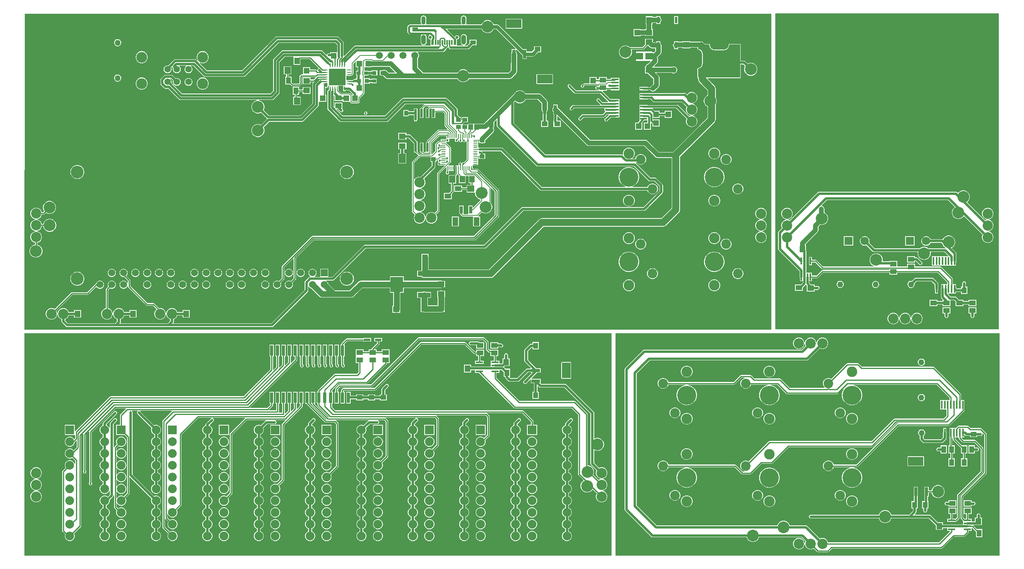
<source format=gtl>
G04*
G04 #@! TF.GenerationSoftware,Altium Limited,Altium Designer,25.1.2 (22)*
G04*
G04 Layer_Physical_Order=1*
G04 Layer_Color=255*
%FSLAX25Y25*%
%MOIN*%
G70*
G04*
G04 #@! TF.SameCoordinates,DBC5BB4E-B95F-4F78-ABC1-F02F3F3965D1*
G04*
G04*
G04 #@! TF.FilePolarity,Positive*
G04*
G01*
G75*
%ADD11C,0.02000*%
%ADD16C,0.01000*%
%ADD20C,0.10000*%
%ADD21R,0.06844X0.05500*%
%ADD22R,0.05700X0.04400*%
%ADD23R,0.02600X0.07300*%
%ADD24R,0.02500X0.09000*%
%ADD25R,0.02100X0.07200*%
%ADD26R,0.02200X0.05750*%
%ADD27R,0.03858X0.03189*%
%ADD28R,0.04600X0.05700*%
%ADD29R,0.04800X0.04900*%
%ADD30R,0.03800X0.03400*%
%ADD31R,0.03600X0.00700*%
%ADD32R,0.00700X0.03600*%
%ADD33R,0.03600X0.01000*%
%ADD34R,0.01000X0.03600*%
%ADD35R,0.06299X0.01772*%
%ADD36R,0.12205X0.20394*%
%ADD37R,0.01400X0.07000*%
%ADD38R,0.05906X0.07874*%
%ADD39R,0.03200X0.03000*%
%ADD40R,0.05100X0.04200*%
%ADD41R,0.04724X0.03543*%
%ADD44R,0.05800X0.02000*%
%ADD45R,0.02600X0.06100*%
%ADD46R,0.03400X0.04200*%
%ADD47R,0.03940X0.04759*%
%ADD48R,0.05000X0.05500*%
%ADD49R,0.05121X0.04169*%
%ADD50R,0.05200X0.05900*%
%ADD51R,0.02362X0.04488*%
%ADD52R,0.01181X0.04488*%
%ADD53R,0.04331X0.05512*%
%ADD54R,0.04200X0.03400*%
%ADD55R,0.05900X0.05200*%
%ADD56R,0.04200X0.05100*%
%ADD57R,0.05000X0.05000*%
%ADD58R,0.05000X0.05000*%
%ADD59R,0.05500X0.05000*%
%ADD60R,0.05700X0.04600*%
%ADD61R,0.04400X0.05700*%
%ADD62R,0.05512X0.04331*%
%ADD63R,0.07300X0.02600*%
%ADD67R,0.12600X0.12600*%
%ADD68R,0.14200X0.14200*%
%ADD76C,0.08100*%
%ADD80O,0.07874X0.15748*%
%ADD81O,0.17717X0.07874*%
%ADD82O,0.15748X0.07874*%
%ADD83R,0.05900X0.05900*%
%ADD84C,0.05900*%
%ADD90C,0.05600*%
%ADD91C,0.05000*%
%ADD98R,0.10630X0.12992*%
%ADD99R,0.10630X0.03937*%
%ADD100R,0.06150X0.01400*%
%ADD101R,0.05100X0.07500*%
%ADD102R,0.01400X0.06150*%
%ADD103C,0.00700*%
%ADD104C,0.01500*%
%ADD105C,0.04000*%
%ADD106C,0.05000*%
%ADD107C,0.06000*%
%ADD108C,0.01900*%
%ADD109C,0.01800*%
%ADD110C,0.03000*%
%ADD111C,0.16100*%
%ADD112C,0.08900*%
%ADD113R,0.07087X0.07087*%
%ADD114C,0.07087*%
%ADD115C,0.10039*%
%ADD116C,0.10827*%
%ADD117C,0.05937*%
%ADD118R,0.05937X0.05937*%
%ADD119R,0.07382X0.07382*%
%ADD120C,0.07382*%
%ADD121C,0.09100*%
%ADD122C,0.02559*%
%ADD123O,0.03543X0.07087*%
%ADD124O,0.04134X0.08268*%
%ADD125C,0.08661*%
%ADD126C,0.01800*%
%ADD127C,0.01600*%
G36*
X846400Y221700D02*
X656900D01*
Y489700D01*
X846400D01*
Y221700D01*
D02*
G37*
G36*
X653700Y221600D02*
X21355D01*
X21002Y221954D01*
X21300Y489500D01*
X653700D01*
Y221600D01*
D02*
G37*
G36*
X847000Y30000D02*
X521600D01*
Y218400D01*
X847000D01*
Y30000D01*
D02*
G37*
G36*
X518300D02*
X21000D01*
Y218400D01*
X518300D01*
Y30000D01*
D02*
G37*
%LPC*%
G36*
X817024Y339700D02*
X815576D01*
X814177Y339325D01*
X812923Y338601D01*
X812096Y337774D01*
X811454Y337709D01*
X811081Y338081D01*
X810585Y338413D01*
X810000Y338529D01*
X694000D01*
X693415Y338413D01*
X692919Y338081D01*
X669165Y314328D01*
X668865Y314502D01*
X667970Y314741D01*
Y315259D01*
X668865Y315498D01*
X669966Y316135D01*
X670865Y317034D01*
X671501Y318135D01*
X671831Y319364D01*
Y320636D01*
X671501Y321865D01*
X670865Y322966D01*
X669966Y323866D01*
X668865Y324501D01*
X667636Y324831D01*
X666364D01*
X665135Y324501D01*
X664034Y323866D01*
X663134Y322966D01*
X662499Y321865D01*
X662169Y320636D01*
Y319364D01*
X662499Y318135D01*
X663134Y317034D01*
X664034Y316135D01*
X665135Y315498D01*
X666030Y315259D01*
Y314741D01*
X665135Y314502D01*
X664034Y313865D01*
X663134Y312966D01*
X662499Y311865D01*
X662169Y310636D01*
Y309364D01*
X662499Y308135D01*
X662672Y307835D01*
X659919Y305081D01*
X659587Y304585D01*
X659471Y304000D01*
Y290000D01*
X659587Y289415D01*
X659919Y288919D01*
X677632Y271205D01*
Y266325D01*
X677748Y265740D01*
X677961Y265421D01*
Y262750D01*
X680191D01*
Y261354D01*
X678787Y259950D01*
X673650D01*
Y254550D01*
X680350D01*
Y257187D01*
X682679Y259516D01*
X682888Y259566D01*
X683112D01*
X683321Y259516D01*
X683750Y259087D01*
Y253850D01*
X690250D01*
Y255321D01*
X692850D01*
X693435Y255437D01*
X693931Y255769D01*
X694081Y255919D01*
X694413Y256415D01*
X694529Y257000D01*
X694413Y257585D01*
X694081Y258081D01*
X693585Y258413D01*
X693000Y258529D01*
X692415Y258413D01*
X692365Y258379D01*
X690250D01*
Y259850D01*
X687313D01*
X685809Y261354D01*
Y262750D01*
X688039D01*
Y265305D01*
X692325D01*
X692715Y265383D01*
X693046Y265604D01*
X697422Y269980D01*
X753650D01*
Y268050D01*
X760350D01*
Y269980D01*
X794578D01*
X802819Y261739D01*
Y260659D01*
X802479Y260300D01*
X800080D01*
Y260300D01*
X799920D01*
Y260300D01*
X797520D01*
Y257204D01*
X797307Y256885D01*
X797191Y256300D01*
Y249279D01*
X797307Y248694D01*
X797639Y248198D01*
X798458Y247379D01*
X798650Y246950D01*
X798650D01*
X798650Y246950D01*
Y245779D01*
X794350D01*
Y246950D01*
X787650D01*
Y241550D01*
X794350D01*
Y242721D01*
X798650D01*
Y241550D01*
X805350D01*
Y246471D01*
X808617D01*
X809650Y245437D01*
Y241550D01*
X816350D01*
Y242721D01*
X820650D01*
Y241550D01*
X827350D01*
Y246950D01*
X820650D01*
Y245779D01*
X816350D01*
Y246950D01*
X812463D01*
X810331Y249081D01*
X809835Y249413D01*
X809250Y249529D01*
X805634D01*
X803325Y251838D01*
X803516Y252300D01*
X805039D01*
Y252300D01*
X805198D01*
Y252300D01*
X807598D01*
X807598Y252300D01*
X807757D01*
Y252300D01*
X808098Y252300D01*
X810157D01*
Y253389D01*
X810257Y253471D01*
X814350D01*
Y251950D01*
X819550D01*
Y258050D01*
X818479D01*
Y260749D01*
X818529Y261000D01*
X818413Y261585D01*
X818081Y262081D01*
X817585Y262413D01*
X817000Y262529D01*
X816415Y262413D01*
X815919Y262081D01*
X815869Y262031D01*
X815537Y261535D01*
X815421Y260950D01*
Y258050D01*
X814350D01*
Y256529D01*
X810890D01*
X810157Y257263D01*
Y260300D01*
X807757D01*
X807417Y260659D01*
Y264602D01*
X807340Y264992D01*
X807119Y265323D01*
X797721Y274721D01*
X797390Y274942D01*
X797000Y275020D01*
X775350D01*
Y277450D01*
X768650D01*
Y275020D01*
X760350D01*
Y279950D01*
X753650D01*
Y279529D01*
X748291D01*
X747987Y279926D01*
X748000Y279976D01*
Y281424D01*
X747625Y282823D01*
X746901Y284077D01*
X745877Y285101D01*
X744623Y285825D01*
X743224Y286200D01*
X741776D01*
X740377Y285825D01*
X739123Y285101D01*
X738099Y284077D01*
X737375Y282823D01*
X737000Y281424D01*
Y279976D01*
X737375Y278577D01*
X738099Y277323D01*
X739123Y276299D01*
X740377Y275575D01*
X740583Y275520D01*
X740517Y275020D01*
X697422D01*
X692046Y280396D01*
X691715Y280617D01*
X691325Y280695D01*
X688039D01*
Y283250D01*
X685639D01*
Y276100D01*
X688039D01*
Y278655D01*
X690903D01*
X696279Y273279D01*
X696610Y273058D01*
X697000Y272980D01*
X753650D01*
Y272020D01*
X697000D01*
X696610Y271942D01*
X696279Y271721D01*
X691903Y267345D01*
X688039D01*
Y269900D01*
X685639D01*
X685639Y269900D01*
X685479D01*
Y269900D01*
X685139Y269900D01*
X683250D01*
Y279675D01*
Y288429D01*
X683150Y288932D01*
Y293250D01*
X682699D01*
Y293944D01*
X690802Y302048D01*
X691105Y302500D01*
X692802Y304198D01*
X693355Y305025D01*
X693549Y306000D01*
Y308944D01*
X695125Y310521D01*
X695576Y310400D01*
X697024D01*
X698423Y310775D01*
X699677Y311499D01*
X700701Y312523D01*
X701425Y313777D01*
X701800Y315176D01*
Y316624D01*
X701425Y318023D01*
X700701Y319277D01*
X699677Y320301D01*
X698549Y320952D01*
Y324000D01*
X698355Y324975D01*
X697802Y325802D01*
X696976Y326355D01*
X696349Y326480D01*
X696185Y327022D01*
X700633Y331471D01*
X803366D01*
X808948Y325889D01*
X808883Y325393D01*
X808723Y325301D01*
X807699Y324277D01*
X806975Y323023D01*
X806600Y321624D01*
Y320176D01*
X806975Y318777D01*
X807699Y317523D01*
X808723Y316499D01*
X809977Y315775D01*
X811376Y315400D01*
X812824D01*
X814223Y315775D01*
X815477Y316499D01*
X816501Y317523D01*
X816593Y317683D01*
X817089Y317748D01*
X832672Y302165D01*
X832498Y301865D01*
X832169Y300636D01*
Y299364D01*
X832498Y298135D01*
X833134Y297034D01*
X834034Y296134D01*
X835135Y295498D01*
X836364Y295169D01*
X837636D01*
X838865Y295498D01*
X839966Y296134D01*
X840866Y297034D01*
X841502Y298135D01*
X841831Y299364D01*
Y300636D01*
X841502Y301865D01*
X840866Y302966D01*
X839966Y303866D01*
X838865Y304502D01*
X837970Y304741D01*
Y305259D01*
X838865Y305499D01*
X839966Y306135D01*
X840866Y307034D01*
X841502Y308135D01*
X841831Y309364D01*
Y310636D01*
X841502Y311865D01*
X840866Y312966D01*
X839966Y313865D01*
X838865Y314502D01*
X837970Y314741D01*
Y315259D01*
X838865Y315498D01*
X839966Y316135D01*
X840866Y317034D01*
X841502Y318135D01*
X841831Y319364D01*
Y320636D01*
X841502Y321865D01*
X840866Y322966D01*
X839966Y323866D01*
X838865Y324501D01*
X837636Y324831D01*
X836364D01*
X835135Y324501D01*
X834034Y323866D01*
X833134Y322966D01*
X832498Y321865D01*
X832169Y320636D01*
Y319364D01*
X832498Y318135D01*
X833134Y317034D01*
X834034Y316135D01*
X835135Y315498D01*
X836030Y315259D01*
Y314741D01*
X835135Y314502D01*
X834835Y314328D01*
X819641Y329522D01*
X819677Y329799D01*
X820701Y330823D01*
X821425Y332077D01*
X821800Y333476D01*
Y334924D01*
X821425Y336323D01*
X820701Y337577D01*
X819677Y338601D01*
X818423Y339325D01*
X817024Y339700D01*
D02*
G37*
G36*
X804589Y301362D02*
X803141D01*
X801742Y300987D01*
X800488Y300263D01*
X799464Y299239D01*
X798839Y298157D01*
X798257Y298273D01*
X788570D01*
X788562Y298304D01*
X788029Y299226D01*
X787277Y299979D01*
X786355Y300511D01*
X785326Y300786D01*
X784262D01*
X783233Y300511D01*
X782311Y299979D01*
X781559Y299226D01*
X781026Y298304D01*
X780751Y297276D01*
Y296211D01*
X781026Y295183D01*
X781559Y294261D01*
X782311Y293508D01*
X783233Y292975D01*
X784262Y292700D01*
X785326D01*
X786355Y292975D01*
X787277Y293508D01*
X788029Y294261D01*
X788562Y295183D01*
X788570Y295214D01*
X797623D01*
X798609Y294229D01*
X798740Y293739D01*
X799464Y292485D01*
X800488Y291461D01*
X801333Y290973D01*
X801155Y290499D01*
X801000Y290529D01*
X786649D01*
X786477Y290701D01*
X785223Y291425D01*
X783824Y291800D01*
X782376D01*
X780977Y291425D01*
X779723Y290701D01*
X779551Y290529D01*
X741171D01*
X736546Y295155D01*
X736562Y295183D01*
X736837Y296211D01*
Y297276D01*
X736562Y298304D01*
X736029Y299226D01*
X735277Y299979D01*
X734355Y300511D01*
X733326Y300786D01*
X732262D01*
X731233Y300511D01*
X730311Y299979D01*
X729559Y299226D01*
X729026Y298304D01*
X728751Y297276D01*
Y296211D01*
X729026Y295183D01*
X729559Y294261D01*
X730311Y293508D01*
X731233Y292975D01*
X732262Y292700D01*
X733326D01*
X734355Y292975D01*
X734383Y292992D01*
X739456Y287919D01*
X739952Y287587D01*
X740537Y287471D01*
X777309D01*
X777613Y287074D01*
X777600Y287024D01*
Y285576D01*
X777975Y284177D01*
X778699Y282923D01*
X779723Y281899D01*
X780977Y281175D01*
X782376Y280800D01*
X783824D01*
X785223Y281175D01*
X786477Y281899D01*
X787501Y282923D01*
X788225Y284177D01*
X788600Y285576D01*
Y287024D01*
X788587Y287074D01*
X788891Y287471D01*
X800366D01*
X803675Y284162D01*
X803484Y283700D01*
X802639Y283700D01*
X802139Y283700D01*
X800420D01*
X800080Y283700D01*
X799579Y283700D01*
X797861D01*
X797520Y283700D01*
X797020Y283700D01*
X795302D01*
X794961Y283700D01*
X794461Y283700D01*
X792743D01*
X792402Y283700D01*
X791902Y283700D01*
X789843D01*
Y275700D01*
X791902D01*
X792243Y275700D01*
X792743Y275700D01*
X794461D01*
X794802Y275700D01*
X795302Y275700D01*
X797020D01*
X797361Y275700D01*
X797861Y275700D01*
X799579D01*
X799921Y275700D01*
X800420Y275700D01*
X802139D01*
X802479Y275700D01*
X802979Y275700D01*
X805039D01*
X805039Y275700D01*
X805198D01*
Y275700D01*
X805539Y275700D01*
X807598D01*
Y275700D01*
X807757D01*
Y275700D01*
X810157D01*
Y278796D01*
X810370Y279115D01*
X810486Y279700D01*
Y286043D01*
X810370Y286629D01*
X810038Y287125D01*
X806556Y290607D01*
X806621Y291103D01*
X807242Y291461D01*
X808266Y292485D01*
X808990Y293739D01*
X809365Y295138D01*
Y296586D01*
X808990Y297985D01*
X808266Y299239D01*
X807242Y300263D01*
X805988Y300987D01*
X804589Y301362D01*
D02*
G37*
G36*
X775058Y300786D02*
X766971D01*
Y292700D01*
X775058D01*
Y300786D01*
D02*
G37*
G36*
X723058D02*
X714971D01*
Y292700D01*
X723058D01*
Y300786D01*
D02*
G37*
G36*
X775350Y283950D02*
X768650D01*
Y278550D01*
X775350D01*
Y279721D01*
X776117D01*
X778919Y276919D01*
X779415Y276587D01*
X780000Y276471D01*
X780585Y276587D01*
X781081Y276919D01*
X781413Y277415D01*
X781529Y278000D01*
X781413Y278585D01*
X781081Y279081D01*
X777831Y282331D01*
X777335Y282663D01*
X776750Y282779D01*
X775350D01*
Y283950D01*
D02*
G37*
G36*
X790000Y265529D02*
X776000D01*
X775415Y265413D01*
X774919Y265081D01*
X772744Y262907D01*
X772395Y263000D01*
X771605D01*
X770842Y262796D01*
X770158Y262401D01*
X769599Y261842D01*
X769204Y261158D01*
X769000Y260395D01*
Y259605D01*
X769204Y258842D01*
X769599Y258158D01*
X770158Y257599D01*
X770842Y257204D01*
X771605Y257000D01*
X772395D01*
X773158Y257204D01*
X773842Y257599D01*
X774401Y258158D01*
X774796Y258842D01*
X775000Y259605D01*
Y260395D01*
X774907Y260744D01*
X776634Y262471D01*
X789366D01*
X792073Y259764D01*
Y256300D01*
X792189Y255715D01*
X792402Y255396D01*
Y252300D01*
X794802D01*
Y255396D01*
X795015Y255715D01*
X795132Y256300D01*
Y260398D01*
X795015Y260983D01*
X794684Y261479D01*
X791081Y265081D01*
X790585Y265413D01*
X790000Y265529D01*
D02*
G37*
G36*
X712395Y263000D02*
X711605D01*
X710842Y262796D01*
X710158Y262401D01*
X709599Y261842D01*
X709204Y261158D01*
X709000Y260395D01*
Y259605D01*
X709204Y258842D01*
X709599Y258158D01*
X710158Y257599D01*
X710842Y257204D01*
X711605Y257000D01*
X712395D01*
X713158Y257204D01*
X713842Y257599D01*
X714401Y258158D01*
X714796Y258842D01*
X715000Y259605D01*
Y260395D01*
X714796Y261158D01*
X714401Y261842D01*
X713842Y262401D01*
X713158Y262796D01*
X712395Y263000D01*
D02*
G37*
G36*
X742395Y262842D02*
X741605D01*
X740842Y262638D01*
X740158Y262243D01*
X739599Y261685D01*
X739204Y261000D01*
X739000Y260238D01*
Y259448D01*
X739204Y258685D01*
X739599Y258000D01*
X740158Y257442D01*
X740842Y257047D01*
X741605Y256842D01*
X742395D01*
X743158Y257047D01*
X743842Y257442D01*
X744401Y258000D01*
X744796Y258685D01*
X745000Y259448D01*
Y260238D01*
X744796Y261000D01*
X744401Y261685D01*
X743842Y262243D01*
X743158Y262638D01*
X742395Y262842D01*
D02*
G37*
G36*
X777636Y235831D02*
X776364D01*
X775135Y235502D01*
X774034Y234865D01*
X773135Y233966D01*
X772499Y232865D01*
X772259Y231970D01*
X771741D01*
X771501Y232865D01*
X770865Y233966D01*
X769966Y234865D01*
X768865Y235502D01*
X767636Y235831D01*
X766364D01*
X765135Y235502D01*
X764034Y234865D01*
X763134Y233966D01*
X762499Y232865D01*
X762259Y231970D01*
X761741D01*
X761502Y232865D01*
X760865Y233966D01*
X759966Y234865D01*
X758865Y235502D01*
X757636Y235831D01*
X756364D01*
X755135Y235502D01*
X754034Y234865D01*
X753134Y233966D01*
X752498Y232865D01*
X752169Y231636D01*
Y230364D01*
X752498Y229135D01*
X753134Y228034D01*
X754034Y227134D01*
X755135Y226499D01*
X756364Y226169D01*
X757636D01*
X758865Y226499D01*
X759966Y227134D01*
X760865Y228034D01*
X761502Y229135D01*
X761741Y230030D01*
X762259D01*
X762499Y229135D01*
X763134Y228034D01*
X764034Y227134D01*
X765135Y226499D01*
X766364Y226169D01*
X767636D01*
X768865Y226499D01*
X769966Y227134D01*
X770865Y228034D01*
X771501Y229135D01*
X771741Y230030D01*
X772259D01*
X772499Y229135D01*
X773135Y228034D01*
X774034Y227134D01*
X775135Y226499D01*
X776364Y226169D01*
X777636D01*
X778865Y226499D01*
X779966Y227134D01*
X780865Y228034D01*
X781501Y229135D01*
X781831Y230364D01*
Y231636D01*
X781501Y232865D01*
X780865Y233966D01*
X779966Y234865D01*
X778865Y235502D01*
X777636Y235831D01*
D02*
G37*
G36*
X827350Y240450D02*
X820650D01*
Y235050D01*
X822471D01*
Y233000D01*
X822587Y232415D01*
X822919Y231919D01*
X823415Y231587D01*
X824000Y231471D01*
X824585Y231587D01*
X825081Y231919D01*
X825413Y232415D01*
X825529Y233000D01*
Y235050D01*
X827350D01*
Y240450D01*
D02*
G37*
G36*
X805350D02*
X798650D01*
Y235050D01*
X800471D01*
Y233000D01*
X800587Y232415D01*
X800919Y231919D01*
X801415Y231587D01*
X802000Y231471D01*
X802585Y231587D01*
X803081Y231919D01*
X803413Y232415D01*
X803529Y233000D01*
Y235050D01*
X805350D01*
Y240450D01*
D02*
G37*
G36*
X559600Y487600D02*
X556400D01*
Y486774D01*
X552950D01*
Y487350D01*
X547350D01*
Y480650D01*
X547601D01*
Y476450D01*
X546650D01*
Y476199D01*
X543000D01*
Y476650D01*
X537000D01*
Y470650D01*
X543000D01*
Y471101D01*
X546650D01*
Y470850D01*
X553350D01*
Y476450D01*
X552699D01*
Y480650D01*
X552950D01*
Y481676D01*
X556400D01*
Y480850D01*
X559600D01*
Y482287D01*
X559802Y482423D01*
X560355Y483250D01*
X560549Y484225D01*
X560355Y485201D01*
X559802Y486027D01*
X559600Y486163D01*
Y487600D01*
D02*
G37*
G36*
X574600D02*
X571400D01*
Y480850D01*
X574600D01*
Y487600D01*
D02*
G37*
G36*
X393130Y488076D02*
X392244Y487900D01*
X391492Y487398D01*
X390990Y486646D01*
X390814Y485760D01*
Y482217D01*
X390990Y481330D01*
X391221Y480984D01*
X390954Y480484D01*
X374855D01*
X374297Y480373D01*
X374178Y480397D01*
X361232D01*
X360965Y480897D01*
X361254Y481330D01*
X361430Y482217D01*
Y485760D01*
X361254Y486646D01*
X360752Y487398D01*
X360000Y487900D01*
X359114Y488076D01*
X358228Y487900D01*
X357476Y487398D01*
X356974Y486646D01*
X356798Y485760D01*
Y482217D01*
X356974Y481330D01*
X357264Y480897D01*
X356996Y480397D01*
X347600D01*
X347112Y480300D01*
X346699Y480024D01*
X345699Y479024D01*
X345423Y478610D01*
X345325Y478123D01*
Y474200D01*
X345423Y473712D01*
X345699Y473299D01*
X346899Y472099D01*
X347312Y471823D01*
X347800Y471726D01*
X356880D01*
X357127Y471226D01*
X356872Y470893D01*
X356613Y470268D01*
X356525Y469598D01*
Y465465D01*
X356613Y464794D01*
X356872Y464170D01*
X357283Y463634D01*
X357820Y463222D01*
X358444Y462964D01*
X359114Y462876D01*
X359784Y462964D01*
X360409Y463222D01*
X360945Y463634D01*
X361356Y464170D01*
X361615Y464794D01*
X361703Y465465D01*
Y469598D01*
X361615Y470268D01*
X361356Y470893D01*
X361101Y471226D01*
X361348Y471726D01*
X363809D01*
X363884Y471611D01*
X363736Y471009D01*
X363235Y470508D01*
X362965Y469854D01*
Y469146D01*
X363235Y468492D01*
X363736Y467991D01*
X364390Y467721D01*
X364992D01*
Y462543D01*
X364560Y462378D01*
X301203D01*
X300637Y462266D01*
X300157Y461945D01*
X291878Y453666D01*
X291378Y453873D01*
Y464907D01*
X291266Y465473D01*
X290945Y465952D01*
X288283Y468614D01*
X288138Y468831D01*
X287706Y469120D01*
X287081Y469745D01*
X286601Y470066D01*
X286035Y470178D01*
X234665D01*
X234099Y470066D01*
X233619Y469745D01*
X205352Y441478D01*
X175612D01*
X169154Y447936D01*
X169461Y448337D01*
X170105Y447965D01*
X171389Y447621D01*
X172719D01*
X174003Y447965D01*
X175155Y448630D01*
X176095Y449570D01*
X176760Y450722D01*
X177104Y452006D01*
Y453336D01*
X176760Y454620D01*
X176095Y455772D01*
X175155Y456712D01*
X174003Y457377D01*
X172719Y457721D01*
X171389D01*
X170105Y457377D01*
X168953Y456712D01*
X168013Y455772D01*
X167348Y454620D01*
X167004Y453336D01*
Y452006D01*
X167348Y450722D01*
X167720Y450078D01*
X167320Y449771D01*
X166645Y450445D01*
X166166Y450766D01*
X165600Y450878D01*
X149551D01*
X149295Y450929D01*
X148784D01*
X148198Y450813D01*
X147702Y450481D01*
X147557Y450264D01*
X144155Y446862D01*
X144155Y446862D01*
X142893Y445600D01*
X142685Y445656D01*
X141817D01*
X140977Y445431D01*
X140225Y444997D01*
X139610Y444382D01*
X139176Y443630D01*
X138951Y442790D01*
Y441921D01*
X139176Y441082D01*
X139610Y440330D01*
X140225Y439715D01*
X140977Y439281D01*
X141817Y439056D01*
X142685D01*
X143525Y439281D01*
X144277Y439715D01*
X144892Y440330D01*
X145326Y441082D01*
X145551Y441921D01*
Y442790D01*
X145326Y443630D01*
X145245Y443771D01*
X145852Y444378D01*
X146258Y444255D01*
X146359Y444178D01*
X146655Y443736D01*
X146989Y443401D01*
X146825Y442790D01*
Y441921D01*
X147050Y441082D01*
X147484Y440330D01*
X148099Y439715D01*
X148851Y439281D01*
X149691Y439056D01*
X150559D01*
X151399Y439281D01*
X152151Y439715D01*
X152766Y440330D01*
X153200Y441082D01*
X153425Y441921D01*
Y442790D01*
X153200Y443630D01*
X152766Y444382D01*
X152226Y444922D01*
X152332Y445422D01*
X157760D01*
X157866Y444922D01*
X157327Y444382D01*
X156893Y443630D01*
X156668Y442790D01*
Y441921D01*
X156893Y441082D01*
X157327Y440330D01*
X157941Y439715D01*
X158694Y439281D01*
X159533Y439056D01*
X160402D01*
X161241Y439281D01*
X161994Y439715D01*
X162608Y440330D01*
X163043Y441082D01*
X163268Y441921D01*
Y442790D01*
X163043Y443630D01*
X162608Y444382D01*
X162069Y444922D01*
X162175Y445422D01*
X163952D01*
X172919Y436455D01*
X173399Y436134D01*
X173965Y436022D01*
X207000D01*
X207566Y436134D01*
X208045Y436455D01*
X236312Y464722D01*
X284388D01*
X284723Y464386D01*
X284869Y464169D01*
X285301Y463880D01*
X285922Y463259D01*
Y457441D01*
X285900Y456950D01*
X279900D01*
Y455929D01*
X278600D01*
X278015Y455813D01*
X277519Y455481D01*
X277187Y454985D01*
X277181Y454955D01*
X276639Y454791D01*
X273384Y458045D01*
X273384Y458045D01*
X273384D01*
X272904Y458366D01*
X272339Y458478D01*
X240106D01*
X239540Y458366D01*
X239060Y458045D01*
X232155Y451139D01*
X231834Y450660D01*
X231722Y450094D01*
Y424012D01*
X229488Y421778D01*
X154612D01*
X145464Y430927D01*
X145551Y431252D01*
Y432121D01*
X145326Y432960D01*
X144892Y433713D01*
X144544Y434060D01*
X144726Y434521D01*
X145152Y434569D01*
X146989Y432732D01*
X146825Y432121D01*
Y431252D01*
X147050Y430413D01*
X147484Y429660D01*
X148099Y429046D01*
X148851Y428612D01*
X149691Y428387D01*
X150559D01*
X151399Y428612D01*
X152151Y429046D01*
X152766Y429660D01*
X153200Y430413D01*
X153425Y431252D01*
Y432121D01*
X153200Y432960D01*
X152766Y433713D01*
X152151Y434327D01*
X151399Y434762D01*
X150559Y434987D01*
X149691D01*
X149080Y434823D01*
X146757Y437145D01*
X146277Y437466D01*
X145712Y437578D01*
X140454D01*
X139888Y437466D01*
X139409Y437145D01*
X136655Y434391D01*
X136334Y433912D01*
X136222Y433346D01*
Y430227D01*
X136334Y429662D01*
X136655Y429182D01*
X139445Y426391D01*
X139925Y426071D01*
X140491Y425958D01*
X142857D01*
X151961Y416855D01*
X152440Y416534D01*
X153006Y416422D01*
X217718D01*
X217783Y415922D01*
X216677Y415625D01*
X215423Y414901D01*
X214399Y413877D01*
X213675Y412623D01*
X213300Y411224D01*
Y409776D01*
X213675Y408377D01*
X214399Y407123D01*
X215423Y406099D01*
X216677Y405375D01*
X218076Y405000D01*
X219524D01*
X220923Y405375D01*
X221501Y405708D01*
X226365Y400844D01*
X226452Y400725D01*
X226399Y400190D01*
X221501Y395292D01*
X220923Y395625D01*
X219524Y396000D01*
X218076D01*
X216677Y395625D01*
X215423Y394901D01*
X214399Y393877D01*
X213675Y392623D01*
X213300Y391224D01*
Y389776D01*
X213675Y388377D01*
X214399Y387123D01*
X215423Y386099D01*
X216677Y385375D01*
X218076Y385000D01*
X219524D01*
X220923Y385375D01*
X222177Y386099D01*
X223201Y387123D01*
X223925Y388377D01*
X224300Y389776D01*
Y391224D01*
X223925Y392623D01*
X223592Y393201D01*
X228312Y397922D01*
X256400D01*
X256966Y398034D01*
X257445Y398355D01*
X269845Y410755D01*
X270166Y411234D01*
X270278Y411800D01*
Y414661D01*
X270700Y414850D01*
X276700D01*
Y420850D01*
X275870D01*
Y426462D01*
X276370Y426756D01*
X276800Y426671D01*
X277385Y426787D01*
X277881Y427119D01*
X278213Y427615D01*
X278280Y427950D01*
X278400Y428400D01*
X279095D01*
Y426249D01*
X279075Y426150D01*
Y424839D01*
X278617Y424748D01*
X278137Y424428D01*
X277817Y423948D01*
X277704Y423382D01*
Y409035D01*
X277817Y408470D01*
X278137Y407990D01*
X287972Y398155D01*
X288452Y397834D01*
X289018Y397722D01*
X327994D01*
X328560Y397834D01*
X329040Y398155D01*
X343606Y412722D01*
X359249D01*
X359400Y412222D01*
X359387Y412213D01*
X356887Y409713D01*
X356699Y409432D01*
X356663Y409250D01*
X355950D01*
Y401050D01*
X359050D01*
Y409250D01*
X359050Y409250D01*
X359050D01*
X359278Y409652D01*
X360359Y410733D01*
X363201D01*
X363408Y410233D01*
X362424Y409250D01*
X360950D01*
Y401050D01*
X364050D01*
Y408424D01*
X364859Y409233D01*
X365950D01*
Y401050D01*
X369050D01*
Y405474D01*
X369609Y406033D01*
X375541D01*
X377133Y404441D01*
Y394357D01*
X377199Y394026D01*
X377387Y393744D01*
X379403Y391729D01*
X379212Y391267D01*
X372000D01*
X371668Y391201D01*
X371387Y391013D01*
X361887Y381513D01*
X361699Y381232D01*
X361633Y380900D01*
Y380150D01*
X360950D01*
Y372167D01*
X359659D01*
X359050Y372776D01*
Y380150D01*
X355950D01*
Y371950D01*
X357424D01*
X357946Y371429D01*
X357754Y370967D01*
X355605D01*
X354050Y372521D01*
Y380150D01*
X354019D01*
X353913Y380685D01*
X353581Y381181D01*
X348059Y386704D01*
X347563Y387036D01*
X346977Y387152D01*
X344529D01*
Y388423D01*
X337829D01*
Y382823D01*
X344529D01*
Y384093D01*
X346344D01*
X350950Y379487D01*
Y371950D01*
X352170D01*
X354633Y369487D01*
X354662Y369188D01*
X349669Y364194D01*
X349481Y363913D01*
X349415Y363582D01*
Y321818D01*
X349481Y321487D01*
X349669Y321206D01*
X351715Y319159D01*
X351199Y318265D01*
X350869Y317036D01*
Y315764D01*
X351199Y314535D01*
X351835Y313434D01*
X352734Y312534D01*
X353835Y311898D01*
X355064Y311569D01*
X356336D01*
X357565Y311898D01*
X358666Y312534D01*
X359565Y313434D01*
X360202Y314535D01*
X360441Y315430D01*
X360959D01*
X361198Y314535D01*
X361835Y313434D01*
X362734Y312534D01*
X363835Y311898D01*
X365064Y311569D01*
X366336D01*
X367565Y311898D01*
X368666Y312534D01*
X369566Y313434D01*
X370201Y314535D01*
X370531Y315764D01*
Y317036D01*
X370201Y318265D01*
X369685Y319159D01*
X372213Y321687D01*
X372401Y321968D01*
X372467Y322300D01*
Y353841D01*
X373659Y355034D01*
X373659Y355034D01*
X377952Y359326D01*
X378414Y359135D01*
Y358584D01*
X378397Y358500D01*
Y355777D01*
X378113Y355493D01*
X377900Y354978D01*
Y354421D01*
X378113Y353907D01*
X378507Y353513D01*
X379022Y353300D01*
X379578D01*
X380093Y353513D01*
X380487Y353907D01*
X380700Y354421D01*
Y354978D01*
X380487Y355493D01*
X380280Y355700D01*
X380487Y356200D01*
X384838D01*
Y360800D01*
X380079D01*
X379888Y361262D01*
X382013Y363387D01*
X382201Y363668D01*
X382267Y364000D01*
Y375900D01*
X382201Y376232D01*
X382013Y376513D01*
X378726Y379799D01*
X378445Y379987D01*
X378200Y380036D01*
Y380713D01*
X378700Y380920D01*
X378707Y380913D01*
X379222Y380700D01*
X379779D01*
X380293Y380913D01*
X380687Y381307D01*
X380900Y381821D01*
Y382379D01*
X380687Y382893D01*
X380680Y382900D01*
X380887Y383400D01*
X385613D01*
X385820Y382900D01*
X385813Y382893D01*
X385600Y382379D01*
Y381821D01*
X385813Y381307D01*
X386207Y380913D01*
X386721Y380700D01*
X387279D01*
X387793Y380913D01*
X388187Y381307D01*
X388400Y381821D01*
Y382274D01*
X388752Y382626D01*
X389176Y382343D01*
X389100Y382160D01*
Y381604D01*
X389313Y381089D01*
X389707Y380695D01*
X390222Y380482D01*
X390778D01*
X391293Y380695D01*
X391687Y381089D01*
X391719Y381166D01*
X392260D01*
X392290Y381094D01*
X392683Y380700D01*
X393198Y380487D01*
X393755D01*
X394269Y380700D01*
X394663Y381094D01*
X394791Y381402D01*
X395332D01*
X395413Y381207D01*
X395807Y380813D01*
X395817Y380809D01*
Y365841D01*
X395539Y365563D01*
X395539Y365563D01*
X393419Y363442D01*
X393112Y363570D01*
X392555D01*
X392040Y363356D01*
X391743Y363059D01*
X391468Y362994D01*
X391142Y363050D01*
X390856Y363335D01*
X390341Y363549D01*
X389784D01*
X389270Y363335D01*
X388876Y362942D01*
X388663Y362427D01*
Y361870D01*
X388876Y361356D01*
X388932Y361300D01*
X388725Y360800D01*
X386288D01*
Y358642D01*
X386257Y358485D01*
Y354154D01*
X384653Y352550D01*
X380331D01*
Y345650D01*
X382411D01*
Y339098D01*
X382191Y338878D01*
X382082Y338805D01*
X380893Y337616D01*
X376413D01*
Y332285D01*
X382925D01*
Y336764D01*
X383451Y337290D01*
X383560Y337363D01*
X384146Y337949D01*
X384367Y338280D01*
X384445Y338670D01*
Y338684D01*
X384450Y338712D01*
Y345650D01*
X386531D01*
Y351977D01*
X387631Y353077D01*
X387726Y353117D01*
X388018Y353137D01*
X388279Y353095D01*
X389050Y352324D01*
Y345750D01*
X394650D01*
Y351810D01*
X394800Y351933D01*
X397350D01*
Y345750D01*
X399130D01*
Y344131D01*
X395550D01*
Y342050D01*
X391587D01*
Y343915D01*
X385075D01*
Y338584D01*
X391587D01*
Y340011D01*
X395550D01*
Y337931D01*
X402450D01*
X402800Y337576D01*
Y336676D01*
X403175Y335277D01*
X403899Y334023D01*
X404923Y332999D01*
X406177Y332275D01*
X407433Y331938D01*
Y331359D01*
X401199Y325125D01*
X400737Y325316D01*
Y326774D01*
X397137D01*
Y319674D01*
X396754Y319392D01*
X393246D01*
X392863Y319674D01*
Y326774D01*
X389263D01*
Y319674D01*
X390229D01*
X390262Y319505D01*
X390450Y319224D01*
X391762Y317912D01*
X392043Y317724D01*
X392375Y317658D01*
X400557D01*
X401005Y317533D01*
X401005Y317158D01*
Y309033D01*
X407105D01*
Y317533D01*
X405540D01*
X405520Y317557D01*
X405358Y318033D01*
X408451Y321125D01*
X409577Y320475D01*
X410976Y320100D01*
X412424D01*
X413823Y320475D01*
X415077Y321199D01*
X416101Y322223D01*
X416825Y323477D01*
X417200Y324876D01*
Y326324D01*
X416825Y327723D01*
X416117Y328950D01*
Y341464D01*
X416617Y341671D01*
X419480Y338807D01*
Y318772D01*
X401728Y301020D01*
X265000D01*
X264610Y300942D01*
X264279Y300721D01*
X239279Y275721D01*
X239058Y275390D01*
X238980Y275000D01*
Y265147D01*
X236625Y262791D01*
X236339Y262957D01*
X235457Y263193D01*
X234543D01*
X233661Y262957D01*
X232870Y262500D01*
X232224Y261854D01*
X231768Y261063D01*
X231532Y260181D01*
Y259268D01*
X231768Y258386D01*
X232224Y257595D01*
X232870Y256949D01*
X233661Y256492D01*
X234543Y256256D01*
X235457D01*
X236339Y256492D01*
X237130Y256949D01*
X237775Y257595D01*
X238232Y258386D01*
X238469Y259268D01*
Y260181D01*
X238232Y261063D01*
X238067Y261349D01*
X240721Y264003D01*
X240942Y264334D01*
X241020Y264724D01*
Y274578D01*
X248518Y282077D01*
X248980Y281885D01*
Y265147D01*
X246625Y262791D01*
X246339Y262957D01*
X245457Y263193D01*
X244543D01*
X243661Y262957D01*
X242870Y262500D01*
X242225Y261854D01*
X241768Y261063D01*
X241531Y260181D01*
Y259268D01*
X241768Y258386D01*
X242225Y257595D01*
X242870Y256949D01*
X243661Y256492D01*
X244543Y256256D01*
X245457D01*
X246339Y256492D01*
X247130Y256949D01*
X247776Y257595D01*
X248232Y258386D01*
X248468Y259268D01*
Y260181D01*
X248232Y261063D01*
X248067Y261349D01*
X250721Y264003D01*
X250942Y264334D01*
X251020Y264724D01*
Y282456D01*
X266044Y297480D01*
X402772D01*
X403162Y297558D01*
X403493Y297779D01*
X422721Y317007D01*
X422942Y317338D01*
X423020Y317728D01*
Y339851D01*
X422942Y340241D01*
X422721Y340572D01*
X405662Y357631D01*
X405332Y357852D01*
X405095Y357899D01*
X405063Y357920D01*
X404732Y357986D01*
X401476D01*
X400586Y358876D01*
X400586Y360374D01*
X400586Y360483D01*
X400616Y360659D01*
X400727Y360873D01*
X400941Y360984D01*
X401117Y361014D01*
X401226Y361014D01*
X405400D01*
Y362589D01*
Y367296D01*
X406150D01*
Y366400D01*
X411350D01*
Y370800D01*
X409935D01*
X409928Y370838D01*
X409651Y371251D01*
X408470Y372433D01*
X408677Y372933D01*
X424704D01*
X457719Y339919D01*
X458215Y339587D01*
X458800Y339471D01*
X548699D01*
X548760Y339244D01*
X549359Y338206D01*
X550206Y337359D01*
X551244Y336760D01*
X552401Y336450D01*
X553599D01*
X554756Y336760D01*
X555794Y337359D01*
X556641Y338206D01*
X557240Y339244D01*
X557550Y340401D01*
Y341599D01*
X557240Y342756D01*
X556641Y343794D01*
X555794Y344641D01*
X554756Y345240D01*
X553599Y345550D01*
X552401D01*
X551244Y345240D01*
X550206Y344641D01*
X549359Y343794D01*
X548760Y342756D01*
X548699Y342529D01*
X536199D01*
X536099Y343029D01*
X537050Y343423D01*
X538450Y344359D01*
X539641Y345550D01*
X540577Y346950D01*
X541221Y348506D01*
X541550Y350158D01*
Y351842D01*
X541221Y353494D01*
X540577Y355050D01*
X539641Y356450D01*
X538450Y357641D01*
X537050Y358577D01*
X535494Y359221D01*
X533842Y359550D01*
X532158D01*
X530506Y359221D01*
X528950Y358577D01*
X527550Y357641D01*
X526359Y356450D01*
X525423Y355050D01*
X524779Y353494D01*
X524450Y351842D01*
Y350158D01*
X524779Y348506D01*
X525423Y346950D01*
X526359Y345550D01*
X527550Y344359D01*
X528950Y343423D01*
X529901Y343029D01*
X529801Y342529D01*
X459434D01*
X426419Y375544D01*
X425923Y375875D01*
X425338Y375992D01*
X406562D01*
X405977Y375875D01*
X405900Y375824D01*
X405400Y376091D01*
Y381470D01*
X406150D01*
Y379900D01*
X407543D01*
X407774Y379745D01*
X408750Y379551D01*
X409726Y379745D01*
X409957Y379900D01*
X411350D01*
Y382245D01*
X418102Y388998D01*
X418655Y389825D01*
X418849Y390800D01*
X418655Y391775D01*
X418204Y392450D01*
X418655Y393125D01*
X418849Y394100D01*
Y397544D01*
X420709Y399404D01*
X421171Y399213D01*
Y394500D01*
X421287Y393915D01*
X421619Y393419D01*
X454519Y360519D01*
X455015Y360187D01*
X455600Y360071D01*
X537366D01*
X549619Y347819D01*
X550115Y347487D01*
X550700Y347371D01*
X554667D01*
X558871Y343166D01*
Y339034D01*
X545366Y325529D01*
X443100D01*
X442515Y325413D01*
X442019Y325081D01*
X410366Y293429D01*
X309400D01*
X308815Y293313D01*
X308319Y292981D01*
X281666Y266329D01*
X278468D01*
Y273193D01*
X271532D01*
Y266329D01*
X267057D01*
X266923Y266829D01*
X267130Y266949D01*
X267776Y267595D01*
X268232Y268386D01*
X268468Y269268D01*
Y270181D01*
X268232Y271063D01*
X267776Y271854D01*
X267130Y272500D01*
X266339Y272956D01*
X265457Y273193D01*
X264543D01*
X263661Y272956D01*
X262870Y272500D01*
X262225Y271854D01*
X261768Y271063D01*
X261531Y270181D01*
Y269268D01*
X261768Y268386D01*
X262225Y267595D01*
X262870Y266949D01*
X263087Y266824D01*
X263092Y266638D01*
X262983Y266306D01*
X262515Y266213D01*
X262019Y265881D01*
X258819Y262681D01*
X258487Y262185D01*
X258371Y261600D01*
Y255333D01*
X229966Y226929D01*
X147480D01*
X147222Y227429D01*
X147413Y227715D01*
X147529Y228300D01*
Y230409D01*
X147865Y230499D01*
X148966Y231135D01*
X149865Y232034D01*
X150502Y233135D01*
X150591Y233471D01*
X155150D01*
Y231750D01*
X161150D01*
Y238250D01*
X155150D01*
Y236529D01*
X150591D01*
X150502Y236865D01*
X149865Y237966D01*
X148966Y238865D01*
X147865Y239502D01*
X146636Y239831D01*
X145364D01*
X144135Y239502D01*
X143034Y238865D01*
X142134Y237966D01*
X141498Y236865D01*
X141259Y235970D01*
X140741D01*
X140501Y236865D01*
X139866Y237966D01*
X138966Y238865D01*
X137865Y239502D01*
X136636Y239831D01*
X135364D01*
X135086Y239756D01*
X131121Y243721D01*
X130790Y243942D01*
X130400Y244020D01*
X125222D01*
X110620Y258622D01*
Y263500D01*
X110542Y263890D01*
X110321Y264221D01*
X107361Y267181D01*
X107775Y267595D01*
X108232Y268386D01*
X108468Y269268D01*
Y270181D01*
X108232Y271063D01*
X107775Y271854D01*
X107130Y272500D01*
X106339Y272956D01*
X105457Y273193D01*
X104543D01*
X103661Y272956D01*
X102870Y272500D01*
X102225Y271854D01*
X101768Y271063D01*
X101532Y270181D01*
Y269268D01*
X101768Y268386D01*
X102225Y267595D01*
X102870Y266949D01*
X103661Y266492D01*
X104543Y266256D01*
X105402D01*
X108580Y263078D01*
Y261460D01*
X108080Y261326D01*
X107775Y261854D01*
X107130Y262500D01*
X106339Y262957D01*
X105457Y263193D01*
X104543D01*
X103661Y262957D01*
X102870Y262500D01*
X102225Y261854D01*
X101768Y261063D01*
X101532Y260181D01*
Y259268D01*
X101768Y258386D01*
X102225Y257595D01*
X102870Y256949D01*
X103661Y256492D01*
X104543Y256256D01*
X105457D01*
X106339Y256492D01*
X107130Y256949D01*
X107775Y257595D01*
X108099Y258155D01*
X108113Y258156D01*
X108612Y258043D01*
X108658Y257810D01*
X108879Y257479D01*
X124079Y242279D01*
X124410Y242058D01*
X124800Y241980D01*
X129978D01*
X132722Y239236D01*
X132719Y238551D01*
X132134Y237966D01*
X131499Y236865D01*
X131169Y235636D01*
Y234364D01*
X131499Y233135D01*
X132134Y232034D01*
X133034Y231135D01*
X134135Y230499D01*
X135364Y230169D01*
X136636D01*
X137865Y230499D01*
X138966Y231135D01*
X139866Y232034D01*
X140501Y233135D01*
X140741Y234030D01*
X141259D01*
X141498Y233135D01*
X142134Y232034D01*
X143034Y231135D01*
X144135Y230499D01*
X144471Y230409D01*
Y228934D01*
X142466Y226929D01*
X102778D01*
X102456Y227429D01*
X102529Y227800D01*
Y230409D01*
X102865Y230499D01*
X103966Y231135D01*
X104866Y232034D01*
X105501Y233135D01*
X105591Y233471D01*
X110150D01*
Y231750D01*
X116150D01*
Y238250D01*
X110150D01*
Y236529D01*
X105591D01*
X105501Y236865D01*
X104866Y237966D01*
X103966Y238865D01*
X102865Y239502D01*
X101636Y239831D01*
X100364D01*
X99135Y239502D01*
X98034Y238865D01*
X97135Y237966D01*
X96499Y236865D01*
X96259Y235970D01*
X95741D01*
X95502Y236865D01*
X94866Y237966D01*
X93966Y238865D01*
X92865Y239502D01*
X92020Y239728D01*
Y255302D01*
X93375Y256658D01*
X93661Y256492D01*
X94543Y256256D01*
X95457D01*
X96339Y256492D01*
X97130Y256949D01*
X97776Y257595D01*
X98232Y258386D01*
X98469Y259268D01*
Y260181D01*
X98232Y261063D01*
X97776Y261854D01*
X97130Y262500D01*
X96339Y262957D01*
X95457Y263193D01*
X94543D01*
X93661Y262957D01*
X92870Y262500D01*
X92225Y261854D01*
X91768Y261063D01*
X91531Y260181D01*
Y259268D01*
X91768Y258386D01*
X91933Y258099D01*
X90279Y256445D01*
X90058Y256115D01*
X89980Y255724D01*
Y239728D01*
X89135Y239502D01*
X88034Y238865D01*
X87134Y237966D01*
X86498Y236865D01*
X86169Y235636D01*
Y234364D01*
X86498Y233135D01*
X87134Y232034D01*
X88034Y231135D01*
X89135Y230499D01*
X90364Y230169D01*
X91636D01*
X92865Y230499D01*
X93966Y231135D01*
X94866Y232034D01*
X95502Y233135D01*
X95741Y234030D01*
X96259D01*
X96499Y233135D01*
X97135Y232034D01*
X98034Y231135D01*
X99135Y230499D01*
X99471Y230409D01*
Y228433D01*
X97966Y226929D01*
X57833D01*
X55529Y229234D01*
Y230409D01*
X55865Y230499D01*
X56966Y231135D01*
X57866Y232034D01*
X58501Y233135D01*
X58591Y233471D01*
X63150D01*
Y231750D01*
X69150D01*
Y238250D01*
X63150D01*
Y236529D01*
X58591D01*
X58501Y236865D01*
X57866Y237966D01*
X56966Y238865D01*
X55865Y239502D01*
X54636Y239831D01*
X53364D01*
X52135Y239502D01*
X51034Y238865D01*
X50134Y237966D01*
X49499Y236865D01*
X49259Y235970D01*
X48741D01*
X48502Y236865D01*
X48064Y237622D01*
X61722Y251280D01*
X74600D01*
X74990Y251358D01*
X75321Y251579D01*
X81609Y257867D01*
X82105Y257802D01*
X82225Y257595D01*
X82870Y256949D01*
X83661Y256492D01*
X84543Y256256D01*
X85457D01*
X86339Y256492D01*
X87130Y256949D01*
X87775Y257595D01*
X88232Y258386D01*
X88468Y259268D01*
Y260181D01*
X88232Y261063D01*
X87775Y261854D01*
X87130Y262500D01*
X86339Y262957D01*
X85457Y263193D01*
X84543D01*
X83661Y262957D01*
X82870Y262500D01*
X82225Y261854D01*
X81768Y261063D01*
X81663Y260672D01*
X81634Y260666D01*
X81303Y260445D01*
X74178Y253320D01*
X61300D01*
X60910Y253242D01*
X60579Y253021D01*
X46622Y239064D01*
X45865Y239502D01*
X44636Y239831D01*
X43364D01*
X42135Y239502D01*
X41034Y238865D01*
X40135Y237966D01*
X39498Y236865D01*
X39169Y235636D01*
Y234364D01*
X39498Y233135D01*
X40135Y232034D01*
X41034Y231135D01*
X42135Y230499D01*
X43364Y230169D01*
X44636D01*
X45865Y230499D01*
X46966Y231135D01*
X47866Y232034D01*
X48502Y233135D01*
X48741Y234030D01*
X49259D01*
X49499Y233135D01*
X50134Y232034D01*
X51034Y231135D01*
X52135Y230499D01*
X52471Y230409D01*
Y228600D01*
X52587Y228015D01*
X52919Y227519D01*
X56119Y224319D01*
X56615Y223987D01*
X57200Y223871D01*
X230600D01*
X231185Y223987D01*
X231681Y224319D01*
X260981Y253619D01*
X261313Y254115D01*
X261429Y254700D01*
Y257972D01*
X261929Y258106D01*
X262225Y257595D01*
X262870Y256949D01*
X263661Y256492D01*
X264060Y256385D01*
X270785Y249660D01*
X271411Y249180D01*
X272141Y248877D01*
X272924Y248774D01*
X272924Y248774D01*
X282924D01*
X282924Y248774D01*
X282925Y248774D01*
X297700D01*
X298483Y248877D01*
X299213Y249180D01*
X299840Y249660D01*
X307153Y256974D01*
X330571D01*
Y253004D01*
X333360D01*
Y241850D01*
X332750D01*
Y235850D01*
X335803D01*
X336000Y235824D01*
X336197Y235850D01*
X339250D01*
Y238311D01*
X339309Y238453D01*
X339412Y239236D01*
Y253004D01*
X342201D01*
Y256974D01*
X373850D01*
X374633Y257077D01*
X375292Y257350D01*
X377350D01*
Y262950D01*
X375080D01*
X374783Y263073D01*
X374000Y263176D01*
X373217Y263073D01*
X373104Y263026D01*
X342201D01*
Y266996D01*
X330571D01*
Y263026D01*
X305900D01*
X305117Y262923D01*
X304387Y262620D01*
X303760Y262140D01*
X296447Y254826D01*
X284178D01*
X278339Y260665D01*
X278232Y261063D01*
X277776Y261854D01*
X277130Y262500D01*
X276661Y262771D01*
X276795Y263271D01*
X282300D01*
X282885Y263387D01*
X283381Y263719D01*
X310033Y290371D01*
X411000D01*
X411585Y290487D01*
X412081Y290819D01*
X443734Y322471D01*
X546000D01*
X546585Y322587D01*
X547081Y322919D01*
X561482Y337319D01*
X561813Y337815D01*
X561929Y338400D01*
Y343800D01*
X561813Y344385D01*
X561481Y344881D01*
X556381Y349981D01*
X555885Y350313D01*
X555300Y350429D01*
X551334D01*
X539081Y362681D01*
X538585Y363013D01*
X538547Y363021D01*
X538596Y363521D01*
X539178D01*
X539359Y363206D01*
X540206Y362359D01*
X541244Y361760D01*
X542401Y361450D01*
X543599D01*
X544756Y361760D01*
X545794Y362359D01*
X546641Y363206D01*
X547240Y364244D01*
X547550Y365401D01*
Y366599D01*
X547240Y367756D01*
X546641Y368794D01*
X545794Y369641D01*
X544756Y370240D01*
X543599Y370550D01*
X542401D01*
X541244Y370240D01*
X540206Y369641D01*
X539359Y368794D01*
X538760Y367756D01*
X538450Y366599D01*
Y366579D01*
X536163D01*
X536118Y366746D01*
X536080Y367079D01*
X536961Y367961D01*
X537613Y369089D01*
X537950Y370348D01*
Y371652D01*
X537613Y372911D01*
X536961Y374039D01*
X536039Y374961D01*
X534911Y375613D01*
X533652Y375950D01*
X532348D01*
X531089Y375613D01*
X529961Y374961D01*
X529039Y374039D01*
X528387Y372911D01*
X528050Y371652D01*
Y370348D01*
X528075Y370256D01*
X527640Y369945D01*
X527635Y369948D01*
X527050Y370065D01*
X462398D01*
X435729Y396733D01*
Y414425D01*
X436613Y415309D01*
X437223Y414699D01*
X438477Y413975D01*
X439876Y413600D01*
X441324D01*
X442723Y413975D01*
X443977Y414699D01*
X445001Y415723D01*
X445595Y416751D01*
X455844D01*
X459151Y413444D01*
Y408300D01*
X459345Y407325D01*
X459898Y406498D01*
X459900Y406496D01*
Y404150D01*
X460171D01*
Y398850D01*
X458650D01*
Y393650D01*
X464750D01*
Y398850D01*
X463229D01*
Y404150D01*
X463500D01*
Y406496D01*
X463502Y406498D01*
X464055Y407325D01*
X464249Y408300D01*
Y414500D01*
X464055Y415476D01*
X463502Y416302D01*
X458702Y421102D01*
X457875Y421655D01*
X456900Y421849D01*
X445364D01*
X445001Y422477D01*
X443977Y423501D01*
X442723Y424225D01*
X441324Y424600D01*
X439876D01*
X438477Y424225D01*
X437223Y423501D01*
X436199Y422477D01*
X435536Y421328D01*
X435198Y421102D01*
X432398Y418302D01*
X420898Y406802D01*
X414498Y400402D01*
X410344Y396249D01*
X404454D01*
X404338Y396226D01*
X402070D01*
X401630Y396226D01*
Y396226D01*
X401570D01*
Y396226D01*
X396630D01*
Y396129D01*
X396529Y395671D01*
X392347D01*
X392140Y396171D01*
X392700Y396731D01*
X392850Y396955D01*
X393447Y397553D01*
X396529D01*
Y401742D01*
X391671D01*
Y399001D01*
X391529Y398906D01*
X391029Y399173D01*
Y401742D01*
X389848D01*
X389645Y402045D01*
X387878Y403812D01*
Y408294D01*
X387766Y408860D01*
X387445Y409340D01*
X379139Y417645D01*
X378660Y417966D01*
X378094Y418078D01*
X342000D01*
X341434Y417966D01*
X340955Y417645D01*
X326388Y403078D01*
X290624D01*
X285242Y408461D01*
X285433Y408923D01*
X285946D01*
X286008Y408829D01*
X288419Y406419D01*
X288915Y406087D01*
X289500Y405971D01*
X290085Y406087D01*
X290581Y406419D01*
X290913Y406915D01*
X291029Y407500D01*
X290913Y408085D01*
X290634Y408503D01*
X290440Y408923D01*
Y414323D01*
X283740D01*
Y410975D01*
X283240Y410726D01*
X283061Y410861D01*
Y419836D01*
X283561Y420085D01*
X283740Y419950D01*
Y415423D01*
X290440D01*
X290830Y415157D01*
Y414823D01*
X296732D01*
X296769Y414639D01*
X296957Y414358D01*
X297455Y413860D01*
X297736Y413672D01*
X298067Y413606D01*
X303772D01*
X304103Y413672D01*
X304384Y413860D01*
X304882Y414358D01*
X305070Y414639D01*
X305136Y414971D01*
Y417710D01*
X308601Y421175D01*
X308789Y421456D01*
X308855Y421788D01*
Y430305D01*
X313538D01*
Y430976D01*
X315094D01*
Y430404D01*
X319294D01*
Y434404D01*
X315094D01*
Y434035D01*
X313538D01*
Y434705D01*
X308855D01*
Y437289D01*
X308862Y437298D01*
X312381D01*
Y437769D01*
X315094D01*
Y437098D01*
X319894D01*
Y441498D01*
X315094D01*
Y440828D01*
X312381D01*
Y441298D01*
X308862D01*
X308855Y441307D01*
Y444054D01*
X309338Y444094D01*
Y444094D01*
X315138D01*
Y444495D01*
X330300D01*
X334984Y439811D01*
X334793Y439349D01*
X329763D01*
X328010Y441102D01*
X327183Y441655D01*
X326207Y441849D01*
X324800D01*
X323825Y441655D01*
X323590Y441498D01*
X321994D01*
Y437098D01*
X323595D01*
X323825Y436945D01*
X324800Y436751D01*
X325151D01*
X326905Y434998D01*
X327732Y434445D01*
X328707Y434251D01*
X341600D01*
X342156Y434362D01*
X342712Y434251D01*
X387878D01*
X388299Y433523D01*
X389323Y432499D01*
X390577Y431775D01*
X391976Y431400D01*
X393424D01*
X394823Y431775D01*
X396077Y432499D01*
X397101Y433523D01*
X397521Y434251D01*
X432000D01*
X432975Y434445D01*
X433802Y434998D01*
X437552Y438748D01*
X438105Y439574D01*
X438299Y440550D01*
Y441850D01*
X438350D01*
Y447950D01*
X438299D01*
Y455150D01*
X438105Y456125D01*
X437552Y456952D01*
X437400Y457054D01*
Y458959D01*
X437900Y459166D01*
X442850Y454216D01*
Y451150D01*
X446450D01*
Y453261D01*
X451550D01*
X452330Y453416D01*
X452992Y453858D01*
X455884Y456750D01*
X458650D01*
Y461950D01*
X452550D01*
Y459184D01*
X450705Y457339D01*
X446450D01*
Y459450D01*
X443384D01*
X422947Y479887D01*
X422286Y480329D01*
X421505Y480484D01*
X418589D01*
X418525Y480723D01*
X417801Y481977D01*
X416777Y483001D01*
X415523Y483725D01*
X414124Y484100D01*
X412676D01*
X411277Y483725D01*
X410023Y483001D01*
X408999Y481977D01*
X408275Y480723D01*
X408211Y480484D01*
X395306D01*
X395039Y480984D01*
X395270Y481330D01*
X395446Y482217D01*
Y485760D01*
X395270Y486646D01*
X394768Y487398D01*
X394016Y487900D01*
X393130Y488076D01*
D02*
G37*
G36*
X442100Y485291D02*
X429100D01*
X428717Y485133D01*
X428559Y484750D01*
Y477450D01*
X428717Y477067D01*
X429100Y476909D01*
X442100D01*
X442483Y477067D01*
X442641Y477450D01*
Y484750D01*
X442483Y485133D01*
X442100Y485291D01*
D02*
G37*
G36*
X584975Y466321D02*
X578475D01*
Y465870D01*
X574600D01*
Y466150D01*
X571400D01*
Y464780D01*
X571198Y464577D01*
X570645Y463751D01*
X570451Y462775D01*
X570645Y461799D01*
X571198Y460973D01*
X571400Y460837D01*
Y459400D01*
X574600D01*
Y460772D01*
X578475D01*
Y460321D01*
X584975D01*
Y460772D01*
X591169D01*
Y459629D01*
X591236Y459468D01*
X591281Y459300D01*
X591314Y459281D01*
X591328Y459247D01*
X591489Y459180D01*
X591640Y459093D01*
X592063Y459037D01*
X593011Y458644D01*
X593825Y458020D01*
X594449Y457206D01*
X594842Y456259D01*
X594980Y455206D01*
Y447403D01*
X594842Y446350D01*
X594449Y445403D01*
X593825Y444589D01*
X593011Y443964D01*
X592063Y443572D01*
X591640Y443516D01*
X591489Y443429D01*
X591328Y443362D01*
X591314Y443328D01*
X591281Y443309D01*
X591236Y443141D01*
X591169Y442980D01*
Y435400D01*
X591328Y435017D01*
X591711Y434859D01*
X591770D01*
Y433700D01*
X591890Y432786D01*
X592243Y431935D01*
X592804Y431204D01*
X599526Y424481D01*
Y420423D01*
X598623Y419901D01*
X597599Y418877D01*
X596875Y417623D01*
X596500Y416224D01*
Y414776D01*
X596875Y413377D01*
X597599Y412123D01*
X598623Y411099D01*
X599526Y410577D01*
Y405644D01*
X599526Y405643D01*
Y401444D01*
X570385Y372303D01*
X558302D01*
X548802Y381802D01*
X547975Y382355D01*
X547000Y382549D01*
X500106D01*
X492252Y390402D01*
X492252Y390402D01*
X472552Y410102D01*
X472550Y410104D01*
Y412450D01*
X468950D01*
Y410104D01*
X468948Y410102D01*
X468395Y409275D01*
X468201Y408300D01*
X468395Y407325D01*
X468948Y406498D01*
X468950Y406495D01*
Y404150D01*
X469221D01*
Y398850D01*
X469150D01*
Y393650D01*
X475250D01*
Y398850D01*
X472279D01*
Y402513D01*
X472741Y402704D01*
X488648Y386798D01*
X488648Y386798D01*
X497248Y378198D01*
X498075Y377645D01*
X499050Y377451D01*
X545944D01*
X555443Y367952D01*
X556270Y367399D01*
X557246Y367205D01*
X569294D01*
Y324787D01*
X560538Y316030D01*
X459400D01*
X458486Y315910D01*
X457635Y315557D01*
X456904Y314996D01*
X414493Y272585D01*
X363376D01*
Y283000D01*
X363350Y283197D01*
Y286000D01*
X360547D01*
X360350Y286026D01*
X360153Y286000D01*
X357350D01*
Y283197D01*
X357324Y283000D01*
Y271709D01*
X357118Y271551D01*
X357097Y271524D01*
X353799D01*
Y266587D01*
X357097D01*
X357118Y266559D01*
X357849Y265998D01*
X358700Y265645D01*
X359614Y265525D01*
X415955D01*
X416869Y265645D01*
X417720Y265998D01*
X418451Y266559D01*
X460862Y308970D01*
X562000D01*
X562914Y309090D01*
X563765Y309443D01*
X564496Y310004D01*
X574897Y320404D01*
X575081Y320644D01*
X575321Y320828D01*
X575882Y321560D01*
X576234Y322411D01*
X576355Y323325D01*
Y368288D01*
X605553Y397486D01*
X606114Y398217D01*
X606466Y399068D01*
X606587Y399982D01*
Y405644D01*
X606587Y405644D01*
Y412444D01*
X607125Y413377D01*
X607500Y414776D01*
Y416224D01*
X607125Y417623D01*
X606587Y418556D01*
Y425944D01*
X606466Y426857D01*
X606114Y427709D01*
X605553Y428440D01*
X599596Y434397D01*
X599787Y434859D01*
X627300D01*
X627683Y435017D01*
X627841Y435400D01*
Y446521D01*
X630017D01*
X631482Y445055D01*
X631175Y444523D01*
X630800Y443124D01*
Y441676D01*
X631175Y440277D01*
X631899Y439023D01*
X632923Y437999D01*
X634177Y437275D01*
X635576Y436900D01*
X637024D01*
X638423Y437275D01*
X639677Y437999D01*
X640701Y439023D01*
X641425Y440277D01*
X641800Y441676D01*
Y443124D01*
X641425Y444523D01*
X640701Y445777D01*
X639677Y446801D01*
X638423Y447525D01*
X637024Y447900D01*
X635576D01*
X634177Y447525D01*
X633645Y447218D01*
X631731Y449131D01*
X631235Y449463D01*
X630650Y449579D01*
X627841D01*
Y463400D01*
X627683Y463783D01*
X627300Y463941D01*
X618212D01*
X618194Y463934D01*
X618176Y463940D01*
X618005Y463856D01*
X617829Y463783D01*
X617822Y463765D01*
X617805Y463757D01*
X617555Y463472D01*
X617505Y463323D01*
X617426Y463186D01*
X617282Y462099D01*
X616890Y461151D01*
X616265Y460337D01*
X615452Y459713D01*
X614504Y459320D01*
X613451Y459181D01*
X605649D01*
X604596Y459320D01*
X603648Y459713D01*
X602835Y460337D01*
X602210Y461151D01*
X601818Y462099D01*
X601674Y463186D01*
X601595Y463323D01*
X601545Y463472D01*
X601295Y463757D01*
X601278Y463765D01*
X601271Y463783D01*
X601095Y463856D01*
X600924Y463940D01*
X600906Y463934D01*
X600888Y463941D01*
X597264D01*
X596002Y465202D01*
X595176Y465755D01*
X594200Y465949D01*
X593802Y465870D01*
X584975D01*
Y466321D01*
D02*
G37*
G36*
X100395Y468000D02*
X99605D01*
X98842Y467796D01*
X98158Y467401D01*
X97599Y466842D01*
X97204Y466158D01*
X97000Y465395D01*
Y464605D01*
X97204Y463842D01*
X97599Y463158D01*
X98158Y462599D01*
X98842Y462204D01*
X99605Y462000D01*
X100395D01*
X101158Y462204D01*
X101842Y462599D01*
X102401Y463158D01*
X102796Y463842D01*
X103000Y464605D01*
Y465395D01*
X102796Y466158D01*
X102401Y466842D01*
X101842Y467401D01*
X101158Y467796D01*
X100395Y468000D01*
D02*
G37*
G36*
X553350Y468150D02*
X546650D01*
Y463442D01*
X544428Y461220D01*
X533759D01*
X533477Y461501D01*
X532223Y462225D01*
X530824Y462600D01*
X529376D01*
X527977Y462225D01*
X526723Y461501D01*
X525699Y460477D01*
X524975Y459223D01*
X524600Y457824D01*
Y456376D01*
X524975Y454977D01*
X525699Y453723D01*
X526723Y452699D01*
X527977Y451975D01*
X529376Y451600D01*
X530824D01*
X532223Y451975D01*
X533477Y452699D01*
X534501Y453723D01*
X535225Y454977D01*
X535600Y456376D01*
Y457824D01*
X535343Y458784D01*
X535647Y459180D01*
X544850D01*
X545240Y459258D01*
X545571Y459479D01*
X548642Y462550D01*
X549195D01*
X550773Y460973D01*
X551600Y460420D01*
X552575Y460226D01*
X555451D01*
Y457956D01*
X554551Y457056D01*
X554200Y456750D01*
Y456750D01*
X554200Y456750D01*
X553041D01*
Y456850D01*
X552883Y457233D01*
X552500Y457391D01*
X539500D01*
X539117Y457233D01*
X538959Y456850D01*
Y456450D01*
X539117Y456067D01*
X539500Y455909D01*
X544802D01*
Y451091D01*
X539500D01*
X539117Y450933D01*
X538959Y450550D01*
Y450150D01*
X539117Y449767D01*
X539500Y449609D01*
X551236D01*
X551428Y449147D01*
X549313Y447032D01*
X548674Y446905D01*
X547848Y446352D01*
X547295Y445526D01*
X547191Y445000D01*
X546650D01*
Y439000D01*
X549045D01*
X553751Y434294D01*
Y429956D01*
X551629Y427834D01*
X551276Y427306D01*
X549150D01*
Y427417D01*
X541850D01*
Y424646D01*
X549150D01*
Y424757D01*
X551276D01*
X551629Y424229D01*
X552456Y423676D01*
X553432Y423483D01*
X554407Y423676D01*
X555234Y424229D01*
X558102Y427098D01*
X558655Y427924D01*
X558849Y428900D01*
Y435350D01*
X558655Y436326D01*
X558102Y437152D01*
X556266Y438989D01*
X556457Y439451D01*
X569149D01*
X569158Y439442D01*
X569842Y439047D01*
X570605Y438842D01*
X571395D01*
X572158Y439047D01*
X572842Y439442D01*
X573401Y440000D01*
X573796Y440685D01*
X574000Y441448D01*
Y442238D01*
X573796Y443001D01*
X573401Y443685D01*
X572842Y444243D01*
X572158Y444638D01*
X571395Y444842D01*
X570605D01*
X569842Y444638D01*
X569688Y444549D01*
X554693D01*
X554501Y445011D01*
X556802Y447312D01*
X557355Y448139D01*
X557549Y449115D01*
Y451585D01*
X557355Y452561D01*
X557319Y452614D01*
X559802Y455098D01*
X560355Y455925D01*
X560549Y456900D01*
Y462775D01*
X560355Y463751D01*
X559802Y464577D01*
X559600Y464713D01*
Y466150D01*
X556400D01*
Y465324D01*
X553631D01*
X553350Y465605D01*
Y468150D01*
D02*
G37*
G36*
X120987Y457721D02*
X119657D01*
X118373Y457377D01*
X117221Y456712D01*
X116281Y455772D01*
X115616Y454620D01*
X115272Y453336D01*
Y452006D01*
X115616Y450722D01*
X116281Y449570D01*
X117221Y448630D01*
X118373Y447965D01*
X119657Y447621D01*
X120987D01*
X122271Y447965D01*
X123423Y448630D01*
X124363Y449570D01*
X125028Y450722D01*
X125372Y452006D01*
Y453336D01*
X125028Y454620D01*
X124363Y455772D01*
X123423Y456712D01*
X122271Y457377D01*
X120987Y457721D01*
D02*
G37*
G36*
X100395Y438000D02*
X99605D01*
X98842Y437796D01*
X98158Y437401D01*
X97599Y436842D01*
X97204Y436158D01*
X97000Y435395D01*
Y434605D01*
X97204Y433842D01*
X97599Y433158D01*
X98158Y432599D01*
X98842Y432204D01*
X99605Y432000D01*
X100395D01*
X101158Y432204D01*
X101842Y432599D01*
X102401Y433158D01*
X102796Y433842D01*
X103000Y434605D01*
Y435395D01*
X102796Y436158D01*
X102401Y436842D01*
X101842Y437401D01*
X101158Y437796D01*
X100395Y438000D01*
D02*
G37*
G36*
X468200Y438291D02*
X455200D01*
X454817Y438133D01*
X454659Y437750D01*
Y430450D01*
X454817Y430067D01*
X455200Y429909D01*
X468200D01*
X468583Y430067D01*
X468741Y430450D01*
Y437750D01*
X468583Y438133D01*
X468200Y438291D01*
D02*
G37*
G36*
X160402Y434987D02*
X159533D01*
X158694Y434762D01*
X157941Y434327D01*
X157327Y433713D01*
X156893Y432960D01*
X156668Y432121D01*
Y431252D01*
X156893Y430413D01*
X157327Y429660D01*
X157941Y429046D01*
X158694Y428612D01*
X159533Y428387D01*
X160402D01*
X161241Y428612D01*
X161994Y429046D01*
X162608Y429660D01*
X163043Y430413D01*
X163268Y431252D01*
Y432121D01*
X163043Y432960D01*
X162608Y433713D01*
X161994Y434327D01*
X161241Y434762D01*
X160402Y434987D01*
D02*
G37*
G36*
X172719Y435359D02*
X171389D01*
X170105Y435014D01*
X168953Y434350D01*
X168013Y433409D01*
X167348Y432258D01*
X167004Y430973D01*
Y429644D01*
X167348Y428359D01*
X168013Y427208D01*
X168953Y426268D01*
X170105Y425603D01*
X171389Y425259D01*
X172719D01*
X174003Y425603D01*
X175155Y426268D01*
X176095Y427208D01*
X176760Y428359D01*
X177104Y429644D01*
Y430973D01*
X176760Y432258D01*
X176095Y433409D01*
X175155Y434350D01*
X174003Y435014D01*
X172719Y435359D01*
D02*
G37*
G36*
X120987D02*
X119657D01*
X118373Y435014D01*
X117221Y434350D01*
X116281Y433409D01*
X115616Y432258D01*
X115272Y430973D01*
Y429644D01*
X115616Y428359D01*
X116281Y427208D01*
X117221Y426268D01*
X118373Y425603D01*
X119657Y425259D01*
X120987D01*
X122271Y425603D01*
X123423Y426268D01*
X124363Y427208D01*
X125028Y428359D01*
X125372Y429644D01*
Y430973D01*
X125028Y432258D01*
X124363Y433409D01*
X123423Y434350D01*
X122271Y435014D01*
X120987Y435359D01*
D02*
G37*
G36*
X505650Y436000D02*
X499650D01*
Y430517D01*
X495150D01*
X494818Y430451D01*
X494537Y430263D01*
X493874Y429600D01*
X493422D01*
X492907Y429387D01*
X492513Y428993D01*
X492300Y428478D01*
Y427921D01*
X492513Y427407D01*
X492907Y427013D01*
X493422Y426800D01*
X493979D01*
X494493Y427013D01*
X494887Y427407D01*
X495100Y427921D01*
Y428374D01*
X495509Y428783D01*
X507648D01*
X507650Y428782D01*
Y428027D01*
X506000D01*
X505862Y428000D01*
X505722D01*
X505592Y427946D01*
X505454Y427919D01*
X505337Y427841D01*
X505207Y427787D01*
X505108Y427688D01*
X504991Y427609D01*
X504913Y427492D01*
X504813Y427393D01*
X504759Y427263D01*
X504681Y427146D01*
X504654Y427008D01*
X504600Y426878D01*
Y426738D01*
X504573Y426600D01*
X504600Y426462D01*
Y426322D01*
X504654Y426192D01*
X504681Y426054D01*
X504759Y425937D01*
X504813Y425807D01*
X504913Y425708D01*
X504991Y425591D01*
X505108Y425513D01*
X505207Y425413D01*
X505337Y425359D01*
X505454Y425281D01*
X505592Y425254D01*
X505722Y425200D01*
X505862D01*
X506000Y425173D01*
X507650D01*
Y424577D01*
X488341D01*
X483830Y429089D01*
X483787Y429193D01*
X483687Y429292D01*
X483609Y429409D01*
X483492Y429488D01*
X483393Y429587D01*
X483263Y429641D01*
X483146Y429719D01*
X483008Y429746D01*
X482878Y429800D01*
X482738D01*
X482600Y429827D01*
X482462Y429800D01*
X482322D01*
X482192Y429746D01*
X482054Y429719D01*
X481937Y429641D01*
X481807Y429587D01*
X481708Y429488D01*
X481591Y429409D01*
X481512Y429292D01*
X481413Y429193D01*
X481359Y429063D01*
X481281Y428946D01*
X481254Y428808D01*
X481200Y428679D01*
Y428538D01*
X481173Y428400D01*
Y428300D01*
X481173Y428300D01*
X481200Y428162D01*
Y428122D01*
X481215Y428084D01*
X481281Y427754D01*
X481591Y427291D01*
X486741Y422141D01*
X486741Y422141D01*
X487204Y421831D01*
X487750Y421723D01*
X508759D01*
X515314Y415167D01*
X515107Y414667D01*
X510751D01*
X508109Y417309D01*
X507992Y417387D01*
X507893Y417487D01*
X507763Y417541D01*
X507646Y417619D01*
X507508Y417646D01*
X507378Y417700D01*
X507238D01*
X507100Y417727D01*
X506962Y417700D01*
X506821D01*
X506692Y417646D01*
X506554Y417619D01*
X506437Y417541D01*
X506307Y417487D01*
X506208Y417387D01*
X506091Y417309D01*
X506012Y417192D01*
X505913Y417093D01*
X505859Y416963D01*
X505781Y416846D01*
X505754Y416708D01*
X505700Y416578D01*
Y416438D01*
X505673Y416300D01*
X505700Y416162D01*
Y416021D01*
X505754Y415892D01*
X505781Y415754D01*
X505859Y415637D01*
X505913Y415507D01*
X506012Y415408D01*
X506091Y415291D01*
X508927Y412455D01*
X508720Y411954D01*
X486592D01*
X486526Y411999D01*
X485980Y412107D01*
X485434Y411999D01*
X484971Y411689D01*
X483291Y410009D01*
X483213Y409892D01*
X483113Y409793D01*
X483059Y409663D01*
X482981Y409546D01*
X482954Y409408D01*
X482900Y409278D01*
Y409138D01*
X482873Y409000D01*
X482900Y408862D01*
Y408721D01*
X482954Y408592D01*
X482981Y408454D01*
X483059Y408337D01*
X483113Y408207D01*
X483213Y408108D01*
X483291Y407991D01*
X483408Y407912D01*
X483507Y407813D01*
X483637Y407759D01*
X483754Y407681D01*
X483892Y407654D01*
X484022Y407600D01*
X484162D01*
X484300Y407573D01*
X484438Y407600D01*
X484579D01*
X484708Y407654D01*
X484846Y407681D01*
X484963Y407759D01*
X485093Y407813D01*
X485192Y407912D01*
X485309Y407991D01*
X486724Y409406D01*
X512295D01*
X512310Y409395D01*
X512452Y409207D01*
X512526Y408906D01*
X512513Y408893D01*
X512459Y408763D01*
X512381Y408646D01*
X512354Y408508D01*
X512300Y408379D01*
Y408238D01*
X512273Y408100D01*
X512300Y407962D01*
Y407822D01*
X512354Y407692D01*
X512381Y407554D01*
X512459Y407437D01*
X512513Y407307D01*
X512612Y407208D01*
X512691Y407091D01*
X512808Y407013D01*
X512810Y407010D01*
X512842Y406951D01*
X512886Y406532D01*
X512881Y406438D01*
X512858Y406377D01*
X510709Y404227D01*
X494100D01*
X493554Y404119D01*
X493091Y403809D01*
X493091Y403809D01*
X490691Y401409D01*
X490613Y401292D01*
X490513Y401193D01*
X490459Y401063D01*
X490381Y400946D01*
X490354Y400808D01*
X490300Y400678D01*
Y400538D01*
X490273Y400400D01*
X490300Y400262D01*
Y400121D01*
X490354Y399992D01*
X490381Y399854D01*
X490459Y399737D01*
X490513Y399607D01*
X490613Y399508D01*
X490691Y399391D01*
X490808Y399312D01*
X490907Y399213D01*
X491037Y399159D01*
X491154Y399081D01*
X491292Y399054D01*
X491422Y399000D01*
X491562D01*
X491700Y398973D01*
X491838Y399000D01*
X491979D01*
X492108Y399054D01*
X492246Y399081D01*
X492363Y399159D01*
X492493Y399213D01*
X492592Y399312D01*
X492709Y399391D01*
X494691Y401373D01*
X511300D01*
X511300Y401373D01*
X511846Y401481D01*
X512309Y401791D01*
X514803Y404285D01*
X515659D01*
X515866Y403785D01*
X512691Y400609D01*
X512612Y400492D01*
X512513Y400393D01*
X512459Y400263D01*
X512381Y400146D01*
X512354Y400008D01*
X512300Y399879D01*
Y399738D01*
X512273Y399600D01*
X512300Y399462D01*
Y399322D01*
X512354Y399192D01*
X512381Y399054D01*
X512459Y398937D01*
X512513Y398807D01*
X512612Y398708D01*
X512691Y398591D01*
X512808Y398513D01*
X512907Y398413D01*
X513037Y398359D01*
X513154Y398281D01*
X513292Y398254D01*
X513421Y398200D01*
X513562D01*
X513700Y398173D01*
X513838Y398200D01*
X513978D01*
X514108Y398254D01*
X514246Y398281D01*
X514363Y398359D01*
X514493Y398413D01*
X514592Y398513D01*
X514709Y398591D01*
X517691Y401573D01*
X521484D01*
X521693Y401614D01*
X525134D01*
Y404173D01*
Y406732D01*
Y409291D01*
Y411850D01*
Y414409D01*
Y417181D01*
X521712D01*
X521480Y417227D01*
X521246Y417181D01*
X517835D01*
Y417181D01*
X517336Y417183D01*
X510931Y423588D01*
X511122Y424050D01*
X514350D01*
Y425012D01*
X517835D01*
Y424646D01*
X525134D01*
Y427205D01*
Y429764D01*
Y432323D01*
Y435094D01*
X517835D01*
Y434270D01*
X514350D01*
Y435950D01*
X507650D01*
Y434020D01*
X505650D01*
Y436000D01*
D02*
G37*
G36*
X586836Y423131D02*
X585564D01*
X584335Y422801D01*
X583234Y422165D01*
X582335Y421266D01*
X582108Y421236D01*
X581349Y421995D01*
X580853Y422326D01*
X580268Y422443D01*
X579682Y422326D01*
X579475Y422188D01*
X549150D01*
Y422299D01*
X541850D01*
Y419528D01*
Y416968D01*
X549150D01*
Y417080D01*
X551257D01*
X553419Y414919D01*
X553915Y414587D01*
X554500Y414471D01*
X577867D01*
X581872Y410465D01*
X581699Y410165D01*
X581369Y408936D01*
Y407664D01*
X581699Y406435D01*
X582335Y405334D01*
X583234Y404434D01*
X584335Y403798D01*
X585230Y403559D01*
Y403041D01*
X584335Y402802D01*
X584035Y402628D01*
X574904Y411759D01*
X574408Y412090D01*
X573823Y412207D01*
X573238Y412090D01*
X573030Y411952D01*
X549150D01*
Y412063D01*
X541850D01*
Y409291D01*
Y406732D01*
Y404173D01*
Y401614D01*
Y399055D01*
X541850D01*
X541986Y398729D01*
X540949Y397692D01*
X540687Y397300D01*
X538450D01*
Y391300D01*
X544450D01*
Y397300D01*
X544450Y397300D01*
X544450D01*
X544607Y397746D01*
X545917Y399055D01*
X548826D01*
Y397300D01*
X545750D01*
Y391300D01*
X551750D01*
Y396594D01*
X552212Y396786D01*
X553000Y395998D01*
Y393850D01*
X559000D01*
Y399850D01*
X553374D01*
Y401150D01*
X559000D01*
Y402876D01*
X563500D01*
Y401150D01*
X569500D01*
Y407150D01*
X563500D01*
Y405424D01*
X559000D01*
Y407150D01*
X554802D01*
X553050Y408903D01*
X553202Y409363D01*
X553232Y409403D01*
X572934D01*
X581872Y400465D01*
X581699Y400165D01*
X581369Y398936D01*
Y397664D01*
X581699Y396435D01*
X582335Y395334D01*
X583234Y394434D01*
X584335Y393798D01*
X585564Y393469D01*
X586836D01*
X588065Y393798D01*
X589166Y394434D01*
X590065Y395334D01*
X590701Y396435D01*
X591031Y397664D01*
Y398936D01*
X590701Y400165D01*
X590065Y401266D01*
X589166Y402166D01*
X588065Y402802D01*
X587170Y403041D01*
Y403559D01*
X588065Y403798D01*
X589166Y404434D01*
X590065Y405334D01*
X590701Y406435D01*
X591031Y407664D01*
Y408936D01*
X590701Y410165D01*
X590065Y411266D01*
X589166Y412165D01*
X588065Y412802D01*
X587170Y413041D01*
Y413559D01*
X588065Y413799D01*
X589166Y414434D01*
X590065Y415334D01*
X590701Y416435D01*
X591031Y417664D01*
Y418936D01*
X590701Y420165D01*
X590065Y421266D01*
X589166Y422165D01*
X588065Y422801D01*
X586836Y423131D01*
D02*
G37*
G36*
X354050Y409250D02*
X350950D01*
Y406679D01*
X346500D01*
Y407750D01*
X342100D01*
Y402550D01*
X346500D01*
Y403621D01*
X350871D01*
Y399700D01*
X350987Y399115D01*
X351319Y398619D01*
X351815Y398287D01*
X352400Y398171D01*
X352985Y398287D01*
X353481Y398619D01*
X353813Y399115D01*
X353929Y399700D01*
Y401050D01*
X354050D01*
Y409250D01*
D02*
G37*
G36*
X310379Y406600D02*
X309822D01*
X309307Y406387D01*
X308913Y405993D01*
X308700Y405478D01*
Y404921D01*
X308913Y404407D01*
X309307Y404013D01*
X309822Y403800D01*
X310379D01*
X310893Y404013D01*
X311287Y404407D01*
X311500Y404921D01*
Y405478D01*
X311287Y405993D01*
X310893Y406387D01*
X310379Y406600D01*
D02*
G37*
G36*
X605952Y375950D02*
X604648D01*
X603389Y375613D01*
X602261Y374961D01*
X601339Y374039D01*
X600687Y372911D01*
X600350Y371652D01*
Y370348D01*
X600687Y369089D01*
X601339Y367961D01*
X602261Y367039D01*
X603389Y366387D01*
X604648Y366050D01*
X605952D01*
X607211Y366387D01*
X608339Y367039D01*
X609261Y367961D01*
X609913Y369089D01*
X610250Y370348D01*
Y371652D01*
X609913Y372911D01*
X609261Y374039D01*
X608339Y374961D01*
X607211Y375613D01*
X605952Y375950D01*
D02*
G37*
G36*
X344529Y380123D02*
X337829D01*
Y374523D01*
X339471D01*
Y371321D01*
X337547D01*
Y362446D01*
X344453D01*
Y371321D01*
X342529D01*
Y374523D01*
X344529D01*
Y380123D01*
D02*
G37*
G36*
X615899Y370550D02*
X614701D01*
X613544Y370240D01*
X612506Y369641D01*
X611659Y368794D01*
X611060Y367756D01*
X610750Y366599D01*
Y365401D01*
X611060Y364244D01*
X611659Y363206D01*
X612506Y362359D01*
X613544Y361760D01*
X614701Y361450D01*
X615899D01*
X617056Y361760D01*
X618094Y362359D01*
X618941Y363206D01*
X619540Y364244D01*
X619850Y365401D01*
Y366599D01*
X619540Y367756D01*
X618941Y368794D01*
X618094Y369641D01*
X617056Y370240D01*
X615899Y370550D01*
D02*
G37*
G36*
X294756Y361189D02*
X293591D01*
X292448Y360962D01*
X291372Y360516D01*
X290404Y359869D01*
X289580Y359045D01*
X288933Y358077D01*
X288487Y357000D01*
X288260Y355858D01*
Y354693D01*
X288487Y353551D01*
X288933Y352475D01*
X289580Y351506D01*
X290404Y350682D01*
X291372Y350035D01*
X292448Y349589D01*
X293591Y349362D01*
X294756D01*
X295898Y349589D01*
X296974Y350035D01*
X297943Y350682D01*
X298766Y351506D01*
X299414Y352475D01*
X299859Y353551D01*
X300087Y354693D01*
Y355858D01*
X299859Y357000D01*
X299414Y358077D01*
X298766Y359045D01*
X297943Y359869D01*
X296974Y360516D01*
X295898Y360962D01*
X294756Y361189D01*
D02*
G37*
G36*
X66409D02*
X65244D01*
X64102Y360962D01*
X63026Y360516D01*
X62057Y359869D01*
X61234Y359045D01*
X60586Y358077D01*
X60141Y357000D01*
X59913Y355858D01*
Y354693D01*
X60141Y353551D01*
X60586Y352475D01*
X61234Y351506D01*
X62057Y350682D01*
X63026Y350035D01*
X64102Y349589D01*
X65244Y349362D01*
X66409D01*
X67552Y349589D01*
X68628Y350035D01*
X69596Y350682D01*
X70420Y351506D01*
X71067Y352475D01*
X71513Y353551D01*
X71740Y354693D01*
Y355858D01*
X71513Y357000D01*
X71067Y358077D01*
X70420Y359045D01*
X69596Y359869D01*
X68628Y360516D01*
X67552Y360962D01*
X66409Y361189D01*
D02*
G37*
G36*
X606142Y359550D02*
X604458D01*
X602806Y359221D01*
X601250Y358577D01*
X599850Y357641D01*
X598659Y356450D01*
X597723Y355050D01*
X597079Y353494D01*
X596750Y351842D01*
Y350158D01*
X597079Y348506D01*
X597723Y346950D01*
X598659Y345550D01*
X599850Y344359D01*
X601250Y343423D01*
X602806Y342779D01*
X604458Y342450D01*
X606142D01*
X607794Y342779D01*
X609350Y343423D01*
X610750Y344359D01*
X611941Y345550D01*
X612877Y346950D01*
X613521Y348506D01*
X613850Y350158D01*
Y351842D01*
X613521Y353494D01*
X612877Y355050D01*
X611941Y356450D01*
X610750Y357641D01*
X609350Y358577D01*
X607794Y359221D01*
X606142Y359550D01*
D02*
G37*
G36*
X625899Y345550D02*
X624701D01*
X623544Y345240D01*
X622506Y344641D01*
X621659Y343794D01*
X621060Y342756D01*
X620750Y341599D01*
Y340401D01*
X621060Y339244D01*
X621659Y338206D01*
X622506Y337359D01*
X623544Y336760D01*
X624701Y336450D01*
X625899D01*
X627056Y336760D01*
X628094Y337359D01*
X628941Y338206D01*
X629540Y339244D01*
X629850Y340401D01*
Y341599D01*
X629540Y342756D01*
X628941Y343794D01*
X628094Y344641D01*
X627056Y345240D01*
X625899Y345550D01*
D02*
G37*
G36*
X605952Y335950D02*
X604648D01*
X603389Y335613D01*
X602261Y334961D01*
X601339Y334039D01*
X600687Y332911D01*
X600350Y331652D01*
Y330348D01*
X600687Y329089D01*
X601339Y327961D01*
X602261Y327039D01*
X603389Y326387D01*
X604648Y326050D01*
X605952D01*
X607211Y326387D01*
X608339Y327039D01*
X609261Y327961D01*
X609913Y329089D01*
X610250Y330348D01*
Y331652D01*
X609913Y332911D01*
X609261Y334039D01*
X608339Y334961D01*
X607211Y335613D01*
X605952Y335950D01*
D02*
G37*
G36*
X533652D02*
X532348D01*
X531089Y335613D01*
X529961Y334961D01*
X529039Y334039D01*
X528387Y332911D01*
X528050Y331652D01*
Y330348D01*
X528387Y329089D01*
X529039Y327961D01*
X529961Y327039D01*
X531089Y326387D01*
X532348Y326050D01*
X533652D01*
X534911Y326387D01*
X536039Y327039D01*
X536961Y327961D01*
X537613Y329089D01*
X537950Y330348D01*
Y331652D01*
X537613Y332911D01*
X536961Y334039D01*
X536039Y334961D01*
X534911Y335613D01*
X533652Y335950D01*
D02*
G37*
G36*
X43024Y330700D02*
X41576D01*
X40177Y330325D01*
X38923Y329601D01*
X37899Y328577D01*
X37175Y327323D01*
X36800Y325924D01*
Y324476D01*
X37175Y323077D01*
X37746Y322088D01*
X36778Y321120D01*
X35728D01*
X35502Y321965D01*
X34865Y323066D01*
X33966Y323966D01*
X32865Y324602D01*
X31636Y324931D01*
X30364D01*
X29135Y324602D01*
X28034Y323966D01*
X27134Y323066D01*
X26498Y321965D01*
X26169Y320736D01*
Y319464D01*
X26498Y318235D01*
X27134Y317134D01*
X28034Y316234D01*
X29135Y315599D01*
X30030Y315359D01*
Y314841D01*
X29135Y314601D01*
X28034Y313966D01*
X27134Y313066D01*
X26498Y311965D01*
X26169Y310736D01*
Y309464D01*
X26498Y308235D01*
X27134Y307134D01*
X28034Y306235D01*
X29135Y305598D01*
X30030Y305359D01*
Y304841D01*
X29135Y304602D01*
X28034Y303965D01*
X27134Y303066D01*
X26498Y301965D01*
X26169Y300736D01*
Y299464D01*
X26498Y298235D01*
X27134Y297134D01*
X28034Y296234D01*
X29135Y295599D01*
X29980Y295372D01*
Y293674D01*
X28677Y293325D01*
X27423Y292601D01*
X26399Y291577D01*
X25675Y290323D01*
X25300Y288924D01*
Y287476D01*
X25675Y286077D01*
X26399Y284823D01*
X27423Y283799D01*
X28677Y283075D01*
X30076Y282700D01*
X31524D01*
X32923Y283075D01*
X34177Y283799D01*
X35201Y284823D01*
X35925Y286077D01*
X36300Y287476D01*
Y288924D01*
X35925Y290323D01*
X35201Y291577D01*
X34177Y292601D01*
X32923Y293325D01*
X32020Y293567D01*
Y295372D01*
X32865Y295599D01*
X33966Y296234D01*
X34865Y297134D01*
X35502Y298235D01*
X35831Y299464D01*
Y300736D01*
X35502Y301965D01*
X34865Y303066D01*
X33966Y303965D01*
X32865Y304602D01*
X31970Y304841D01*
Y305359D01*
X32865Y305598D01*
X33966Y306235D01*
X34865Y307134D01*
X35502Y308235D01*
X35728Y309080D01*
X36979D01*
X37275Y307977D01*
X37999Y306723D01*
X39023Y305699D01*
X40277Y304975D01*
X41676Y304600D01*
X43124D01*
X44523Y304975D01*
X45777Y305699D01*
X46801Y306723D01*
X47525Y307977D01*
X47900Y309376D01*
Y310824D01*
X47525Y312223D01*
X46801Y313477D01*
X45777Y314501D01*
X44523Y315225D01*
X43124Y315600D01*
X41676D01*
X40277Y315225D01*
X39023Y314501D01*
X37999Y313477D01*
X37275Y312223D01*
X36979Y311120D01*
X35728D01*
X35502Y311965D01*
X34865Y313066D01*
X33966Y313966D01*
X32865Y314601D01*
X31970Y314841D01*
Y315359D01*
X32865Y315599D01*
X33966Y316234D01*
X34865Y317134D01*
X35502Y318235D01*
X35728Y319080D01*
X37200D01*
X37590Y319158D01*
X37921Y319379D01*
X39188Y320646D01*
X40177Y320075D01*
X41576Y319700D01*
X43024D01*
X44423Y320075D01*
X45677Y320799D01*
X46701Y321823D01*
X47425Y323077D01*
X47800Y324476D01*
Y325924D01*
X47425Y327323D01*
X46701Y328577D01*
X45677Y329601D01*
X44423Y330325D01*
X43024Y330700D01*
D02*
G37*
G36*
X388995Y317533D02*
X382895D01*
Y309033D01*
X388995D01*
Y317533D01*
D02*
G37*
G36*
X645636Y324831D02*
X644364D01*
X643135Y324501D01*
X642034Y323866D01*
X641135Y322966D01*
X640498Y321865D01*
X640169Y320636D01*
Y319364D01*
X640498Y318135D01*
X641135Y317034D01*
X642034Y316135D01*
X643135Y315498D01*
X644030Y315259D01*
Y314741D01*
X643135Y314502D01*
X642034Y313865D01*
X641135Y312966D01*
X640498Y311865D01*
X640169Y310636D01*
Y309364D01*
X640498Y308135D01*
X641135Y307034D01*
X642034Y306135D01*
X643135Y305499D01*
X644030Y305259D01*
Y304741D01*
X643135Y304502D01*
X642034Y303866D01*
X641135Y302966D01*
X640498Y301865D01*
X640169Y300636D01*
Y299364D01*
X640498Y298135D01*
X641135Y297034D01*
X642034Y296134D01*
X643135Y295498D01*
X644364Y295169D01*
X645636D01*
X646865Y295498D01*
X647966Y296134D01*
X648866Y297034D01*
X649502Y298135D01*
X649831Y299364D01*
Y300636D01*
X649502Y301865D01*
X648866Y302966D01*
X647966Y303866D01*
X646865Y304502D01*
X645970Y304741D01*
Y305259D01*
X646865Y305499D01*
X647966Y306135D01*
X648866Y307034D01*
X649502Y308135D01*
X649831Y309364D01*
Y310636D01*
X649502Y311865D01*
X648866Y312966D01*
X647966Y313865D01*
X646865Y314502D01*
X645970Y314741D01*
Y315259D01*
X646865Y315498D01*
X647966Y316135D01*
X648866Y317034D01*
X649502Y318135D01*
X649831Y319364D01*
Y320636D01*
X649502Y321865D01*
X648866Y322966D01*
X647966Y323866D01*
X646865Y324501D01*
X645636Y324831D01*
D02*
G37*
G36*
X605952Y304050D02*
X604648D01*
X603389Y303713D01*
X602261Y303061D01*
X601339Y302139D01*
X600687Y301011D01*
X600350Y299752D01*
Y298448D01*
X600687Y297189D01*
X601339Y296061D01*
X602261Y295139D01*
X603389Y294487D01*
X604648Y294150D01*
X605952D01*
X607211Y294487D01*
X608339Y295139D01*
X609261Y296061D01*
X609913Y297189D01*
X610250Y298448D01*
Y299752D01*
X609913Y301011D01*
X609261Y302139D01*
X608339Y303061D01*
X607211Y303713D01*
X605952Y304050D01*
D02*
G37*
G36*
X533652D02*
X532348D01*
X531089Y303713D01*
X529961Y303061D01*
X529039Y302139D01*
X528387Y301011D01*
X528050Y299752D01*
Y298448D01*
X528387Y297189D01*
X529039Y296061D01*
X529961Y295139D01*
X531089Y294487D01*
X532348Y294150D01*
X533652D01*
X534911Y294487D01*
X536039Y295139D01*
X536961Y296061D01*
X537613Y297189D01*
X537950Y298448D01*
Y299752D01*
X537613Y301011D01*
X536961Y302139D01*
X536039Y303061D01*
X534911Y303713D01*
X533652Y304050D01*
D02*
G37*
G36*
X615899Y298650D02*
X614701D01*
X613544Y298340D01*
X612506Y297741D01*
X611659Y296894D01*
X611060Y295856D01*
X610750Y294699D01*
Y293501D01*
X611060Y292344D01*
X611659Y291306D01*
X612506Y290459D01*
X613544Y289860D01*
X614701Y289550D01*
X615899D01*
X617056Y289860D01*
X618094Y290459D01*
X618941Y291306D01*
X619540Y292344D01*
X619850Y293501D01*
Y294699D01*
X619540Y295856D01*
X618941Y296894D01*
X618094Y297741D01*
X617056Y298340D01*
X615899Y298650D01*
D02*
G37*
G36*
X543599D02*
X542401D01*
X541244Y298340D01*
X540206Y297741D01*
X539359Y296894D01*
X538760Y295856D01*
X538450Y294699D01*
Y293501D01*
X538760Y292344D01*
X539359Y291306D01*
X540206Y290459D01*
X541244Y289860D01*
X542401Y289550D01*
X543599D01*
X544756Y289860D01*
X545794Y290459D01*
X546641Y291306D01*
X547240Y292344D01*
X547550Y293501D01*
Y294699D01*
X547240Y295856D01*
X546641Y296894D01*
X545794Y297741D01*
X544756Y298340D01*
X543599Y298650D01*
D02*
G37*
G36*
X606142Y287650D02*
X604458D01*
X602806Y287321D01*
X601250Y286677D01*
X599850Y285741D01*
X598659Y284550D01*
X597723Y283150D01*
X597079Y281594D01*
X596750Y279942D01*
Y278258D01*
X597079Y276606D01*
X597723Y275050D01*
X598659Y273650D01*
X599850Y272459D01*
X601250Y271523D01*
X602806Y270879D01*
X604458Y270550D01*
X606142D01*
X607794Y270879D01*
X609350Y271523D01*
X610750Y272459D01*
X611941Y273650D01*
X612877Y275050D01*
X613521Y276606D01*
X613850Y278258D01*
Y279942D01*
X613521Y281594D01*
X612877Y283150D01*
X611941Y284550D01*
X610750Y285741D01*
X609350Y286677D01*
X607794Y287321D01*
X606142Y287650D01*
D02*
G37*
G36*
X533842D02*
X532158D01*
X530506Y287321D01*
X528950Y286677D01*
X527550Y285741D01*
X526359Y284550D01*
X525423Y283150D01*
X524779Y281594D01*
X524450Y279942D01*
Y278258D01*
X524779Y276606D01*
X525423Y275050D01*
X526359Y273650D01*
X527550Y272459D01*
X528950Y271523D01*
X530506Y270879D01*
X532158Y270550D01*
X533842D01*
X535494Y270879D01*
X537050Y271523D01*
X538450Y272459D01*
X539641Y273650D01*
X540577Y275050D01*
X541221Y276606D01*
X541550Y278258D01*
Y279942D01*
X541221Y281594D01*
X540577Y283150D01*
X539641Y284550D01*
X538450Y285741D01*
X537050Y286677D01*
X535494Y287321D01*
X533842Y287650D01*
D02*
G37*
G36*
X255457Y273193D02*
X254543D01*
X253661Y272956D01*
X252870Y272500D01*
X252224Y271854D01*
X251768Y271063D01*
X251532Y270181D01*
Y269268D01*
X251768Y268386D01*
X252224Y267595D01*
X252870Y266949D01*
X253661Y266492D01*
X254543Y266256D01*
X255457D01*
X256339Y266492D01*
X257130Y266949D01*
X257775Y267595D01*
X258232Y268386D01*
X258469Y269268D01*
Y270181D01*
X258232Y271063D01*
X257775Y271854D01*
X257130Y272500D01*
X256339Y272956D01*
X255457Y273193D01*
D02*
G37*
G36*
X245457D02*
X244543D01*
X243661Y272956D01*
X242870Y272500D01*
X242225Y271854D01*
X241768Y271063D01*
X241531Y270181D01*
Y269268D01*
X241768Y268386D01*
X242225Y267595D01*
X242870Y266949D01*
X243661Y266492D01*
X244543Y266256D01*
X245457D01*
X246339Y266492D01*
X247130Y266949D01*
X247776Y267595D01*
X248232Y268386D01*
X248468Y269268D01*
Y270181D01*
X248232Y271063D01*
X247776Y271854D01*
X247130Y272500D01*
X246339Y272956D01*
X245457Y273193D01*
D02*
G37*
G36*
X225457D02*
X224543D01*
X223661Y272956D01*
X222870Y272500D01*
X222224Y271854D01*
X221768Y271063D01*
X221532Y270181D01*
Y269268D01*
X221768Y268386D01*
X222224Y267595D01*
X222870Y266949D01*
X223661Y266492D01*
X224543Y266256D01*
X225457D01*
X226339Y266492D01*
X227130Y266949D01*
X227776Y267595D01*
X228232Y268386D01*
X228468Y269268D01*
Y270181D01*
X228232Y271063D01*
X227776Y271854D01*
X227130Y272500D01*
X226339Y272956D01*
X225457Y273193D01*
D02*
G37*
G36*
X215457D02*
X214543D01*
X213661Y272956D01*
X212870Y272500D01*
X212225Y271854D01*
X211768Y271063D01*
X211531Y270181D01*
Y269268D01*
X211768Y268386D01*
X212225Y267595D01*
X212870Y266949D01*
X213661Y266492D01*
X214543Y266256D01*
X215457D01*
X216339Y266492D01*
X217130Y266949D01*
X217776Y267595D01*
X218232Y268386D01*
X218468Y269268D01*
Y270181D01*
X218232Y271063D01*
X217776Y271854D01*
X217130Y272500D01*
X216339Y272956D01*
X215457Y273193D01*
D02*
G37*
G36*
X205457D02*
X204543D01*
X203661Y272956D01*
X202870Y272500D01*
X202224Y271854D01*
X201768Y271063D01*
X201532Y270181D01*
Y269268D01*
X201768Y268386D01*
X202224Y267595D01*
X202870Y266949D01*
X203661Y266492D01*
X204543Y266256D01*
X205457D01*
X206339Y266492D01*
X207130Y266949D01*
X207775Y267595D01*
X208232Y268386D01*
X208469Y269268D01*
Y270181D01*
X208232Y271063D01*
X207775Y271854D01*
X207130Y272500D01*
X206339Y272956D01*
X205457Y273193D01*
D02*
G37*
G36*
X195457D02*
X194543D01*
X193661Y272956D01*
X192870Y272500D01*
X192225Y271854D01*
X191768Y271063D01*
X191532Y270181D01*
Y269268D01*
X191768Y268386D01*
X192225Y267595D01*
X192870Y266949D01*
X193661Y266492D01*
X194543Y266256D01*
X195457D01*
X196339Y266492D01*
X197130Y266949D01*
X197775Y267595D01*
X198232Y268386D01*
X198468Y269268D01*
Y270181D01*
X198232Y271063D01*
X197775Y271854D01*
X197130Y272500D01*
X196339Y272956D01*
X195457Y273193D01*
D02*
G37*
G36*
X185457D02*
X184543D01*
X183661Y272956D01*
X182870Y272500D01*
X182225Y271854D01*
X181768Y271063D01*
X181532Y270181D01*
Y269268D01*
X181768Y268386D01*
X182225Y267595D01*
X182870Y266949D01*
X183661Y266492D01*
X184543Y266256D01*
X185457D01*
X186339Y266492D01*
X187130Y266949D01*
X187776Y267595D01*
X188232Y268386D01*
X188469Y269268D01*
Y270181D01*
X188232Y271063D01*
X187776Y271854D01*
X187130Y272500D01*
X186339Y272956D01*
X185457Y273193D01*
D02*
G37*
G36*
X175457D02*
X174543D01*
X173661Y272956D01*
X172870Y272500D01*
X172224Y271854D01*
X171768Y271063D01*
X171531Y270181D01*
Y269268D01*
X171768Y268386D01*
X172224Y267595D01*
X172870Y266949D01*
X173661Y266492D01*
X174543Y266256D01*
X175457D01*
X176339Y266492D01*
X177130Y266949D01*
X177776Y267595D01*
X178232Y268386D01*
X178469Y269268D01*
Y270181D01*
X178232Y271063D01*
X177776Y271854D01*
X177130Y272500D01*
X176339Y272956D01*
X175457Y273193D01*
D02*
G37*
G36*
X165457D02*
X164543D01*
X163661Y272956D01*
X162870Y272500D01*
X162224Y271854D01*
X161768Y271063D01*
X161531Y270181D01*
Y269268D01*
X161768Y268386D01*
X162224Y267595D01*
X162870Y266949D01*
X163661Y266492D01*
X164543Y266256D01*
X165457D01*
X166339Y266492D01*
X167130Y266949D01*
X167775Y267595D01*
X168232Y268386D01*
X168468Y269268D01*
Y270181D01*
X168232Y271063D01*
X167775Y271854D01*
X167130Y272500D01*
X166339Y272956D01*
X165457Y273193D01*
D02*
G37*
G36*
X145457D02*
X144543D01*
X143661Y272956D01*
X142870Y272500D01*
X142225Y271854D01*
X141768Y271063D01*
X141532Y270181D01*
Y269268D01*
X141768Y268386D01*
X142225Y267595D01*
X142870Y266949D01*
X143661Y266492D01*
X144543Y266256D01*
X145457D01*
X146339Y266492D01*
X147130Y266949D01*
X147775Y267595D01*
X148232Y268386D01*
X148468Y269268D01*
Y270181D01*
X148232Y271063D01*
X147775Y271854D01*
X147130Y272500D01*
X146339Y272956D01*
X145457Y273193D01*
D02*
G37*
G36*
X135457D02*
X134543D01*
X133661Y272956D01*
X132870Y272500D01*
X132225Y271854D01*
X131768Y271063D01*
X131532Y270181D01*
Y269268D01*
X131768Y268386D01*
X132225Y267595D01*
X132870Y266949D01*
X133661Y266492D01*
X134543Y266256D01*
X135457D01*
X136339Y266492D01*
X137130Y266949D01*
X137776Y267595D01*
X138232Y268386D01*
X138469Y269268D01*
Y270181D01*
X138232Y271063D01*
X137776Y271854D01*
X137130Y272500D01*
X136339Y272956D01*
X135457Y273193D01*
D02*
G37*
G36*
X125457D02*
X124543D01*
X123661Y272956D01*
X122870Y272500D01*
X122224Y271854D01*
X121768Y271063D01*
X121531Y270181D01*
Y269268D01*
X121768Y268386D01*
X122224Y267595D01*
X122870Y266949D01*
X123661Y266492D01*
X124543Y266256D01*
X125457D01*
X126339Y266492D01*
X127130Y266949D01*
X127776Y267595D01*
X128232Y268386D01*
X128469Y269268D01*
Y270181D01*
X128232Y271063D01*
X127776Y271854D01*
X127130Y272500D01*
X126339Y272956D01*
X125457Y273193D01*
D02*
G37*
G36*
X115457D02*
X114543D01*
X113661Y272956D01*
X112870Y272500D01*
X112224Y271854D01*
X111768Y271063D01*
X111531Y270181D01*
Y269268D01*
X111768Y268386D01*
X112224Y267595D01*
X112870Y266949D01*
X113661Y266492D01*
X114543Y266256D01*
X115457D01*
X116339Y266492D01*
X117130Y266949D01*
X117775Y267595D01*
X118232Y268386D01*
X118468Y269268D01*
Y270181D01*
X118232Y271063D01*
X117775Y271854D01*
X117130Y272500D01*
X116339Y272956D01*
X115457Y273193D01*
D02*
G37*
G36*
X95457D02*
X94543D01*
X93661Y272956D01*
X92870Y272500D01*
X92225Y271854D01*
X91768Y271063D01*
X91531Y270181D01*
Y269268D01*
X91768Y268386D01*
X92225Y267595D01*
X92870Y266949D01*
X93661Y266492D01*
X94543Y266256D01*
X95457D01*
X96339Y266492D01*
X97130Y266949D01*
X97776Y267595D01*
X98232Y268386D01*
X98469Y269268D01*
Y270181D01*
X98232Y271063D01*
X97776Y271854D01*
X97130Y272500D01*
X96339Y272956D01*
X95457Y273193D01*
D02*
G37*
G36*
X625899Y273650D02*
X624701D01*
X623544Y273340D01*
X622506Y272741D01*
X621659Y271894D01*
X621060Y270856D01*
X620750Y269699D01*
Y268501D01*
X621060Y267344D01*
X621659Y266306D01*
X622506Y265459D01*
X623544Y264860D01*
X624701Y264550D01*
X625899D01*
X627056Y264860D01*
X628094Y265459D01*
X628941Y266306D01*
X629540Y267344D01*
X629850Y268501D01*
Y269699D01*
X629540Y270856D01*
X628941Y271894D01*
X628094Y272741D01*
X627056Y273340D01*
X625899Y273650D01*
D02*
G37*
G36*
X553599D02*
X552401D01*
X551244Y273340D01*
X550206Y272741D01*
X549359Y271894D01*
X548760Y270856D01*
X548450Y269699D01*
Y268501D01*
X548760Y267344D01*
X549359Y266306D01*
X550206Y265459D01*
X551244Y264860D01*
X552401Y264550D01*
X553599D01*
X554756Y264860D01*
X555794Y265459D01*
X556641Y266306D01*
X557240Y267344D01*
X557550Y268501D01*
Y269699D01*
X557240Y270856D01*
X556641Y271894D01*
X555794Y272741D01*
X554756Y273340D01*
X553599Y273650D01*
D02*
G37*
G36*
X294756Y270638D02*
X293591D01*
X292448Y270410D01*
X291372Y269965D01*
X290404Y269318D01*
X289580Y268494D01*
X288933Y267525D01*
X288487Y266449D01*
X288260Y265307D01*
Y264142D01*
X288487Y263000D01*
X288933Y261923D01*
X289580Y260955D01*
X290404Y260131D01*
X291372Y259484D01*
X292448Y259038D01*
X293591Y258811D01*
X294756D01*
X295898Y259038D01*
X296974Y259484D01*
X297943Y260131D01*
X298766Y260955D01*
X299414Y261923D01*
X299859Y263000D01*
X300087Y264142D01*
Y265307D01*
X299859Y266449D01*
X299414Y267525D01*
X298766Y268494D01*
X297943Y269318D01*
X296974Y269965D01*
X295898Y270410D01*
X294756Y270638D01*
D02*
G37*
G36*
X66409D02*
X65244D01*
X64102Y270410D01*
X63026Y269965D01*
X62057Y269318D01*
X61234Y268494D01*
X60586Y267525D01*
X60141Y266449D01*
X59913Y265307D01*
Y264142D01*
X60141Y263000D01*
X60586Y261923D01*
X61234Y260955D01*
X62057Y260131D01*
X63026Y259484D01*
X64102Y259038D01*
X65244Y258811D01*
X66409D01*
X67552Y259038D01*
X68628Y259484D01*
X69596Y260131D01*
X70420Y260955D01*
X71067Y261923D01*
X71513Y263000D01*
X71740Y264142D01*
Y265307D01*
X71513Y266449D01*
X71067Y267525D01*
X70420Y268494D01*
X69596Y269318D01*
X68628Y269965D01*
X67552Y270410D01*
X66409Y270638D01*
D02*
G37*
G36*
X225457Y263193D02*
X224543D01*
X223661Y262957D01*
X222870Y262500D01*
X222224Y261854D01*
X221768Y261063D01*
X221532Y260181D01*
Y259268D01*
X221768Y258386D01*
X222224Y257595D01*
X222870Y256949D01*
X223661Y256492D01*
X224543Y256256D01*
X225457D01*
X226339Y256492D01*
X227130Y256949D01*
X227776Y257595D01*
X228232Y258386D01*
X228468Y259268D01*
Y260181D01*
X228232Y261063D01*
X227776Y261854D01*
X227130Y262500D01*
X226339Y262957D01*
X225457Y263193D01*
D02*
G37*
G36*
X205457D02*
X204543D01*
X203661Y262957D01*
X202870Y262500D01*
X202224Y261854D01*
X201768Y261063D01*
X201532Y260181D01*
Y259268D01*
X201768Y258386D01*
X202224Y257595D01*
X202870Y256949D01*
X203661Y256492D01*
X204543Y256256D01*
X205457D01*
X206339Y256492D01*
X207130Y256949D01*
X207775Y257595D01*
X208232Y258386D01*
X208469Y259268D01*
Y260181D01*
X208232Y261063D01*
X207775Y261854D01*
X207130Y262500D01*
X206339Y262957D01*
X205457Y263193D01*
D02*
G37*
G36*
X195457D02*
X194543D01*
X193661Y262957D01*
X192870Y262500D01*
X192225Y261854D01*
X191768Y261063D01*
X191532Y260181D01*
Y259268D01*
X191768Y258386D01*
X192225Y257595D01*
X192870Y256949D01*
X193661Y256492D01*
X194543Y256256D01*
X195457D01*
X196339Y256492D01*
X197130Y256949D01*
X197775Y257595D01*
X198232Y258386D01*
X198468Y259268D01*
Y260181D01*
X198232Y261063D01*
X197775Y261854D01*
X197130Y262500D01*
X196339Y262957D01*
X195457Y263193D01*
D02*
G37*
G36*
X175457D02*
X174543D01*
X173661Y262957D01*
X172870Y262500D01*
X172224Y261854D01*
X171768Y261063D01*
X171531Y260181D01*
Y259268D01*
X171768Y258386D01*
X172224Y257595D01*
X172870Y256949D01*
X173661Y256492D01*
X174543Y256256D01*
X175457D01*
X176339Y256492D01*
X177130Y256949D01*
X177776Y257595D01*
X178232Y258386D01*
X178469Y259268D01*
Y260181D01*
X178232Y261063D01*
X177776Y261854D01*
X177130Y262500D01*
X176339Y262957D01*
X175457Y263193D01*
D02*
G37*
G36*
X165457D02*
X164543D01*
X163661Y262957D01*
X162870Y262500D01*
X162224Y261854D01*
X161768Y261063D01*
X161531Y260181D01*
Y259268D01*
X161768Y258386D01*
X162224Y257595D01*
X162870Y256949D01*
X163661Y256492D01*
X164543Y256256D01*
X165457D01*
X166339Y256492D01*
X167130Y256949D01*
X167775Y257595D01*
X168232Y258386D01*
X168468Y259268D01*
Y260181D01*
X168232Y261063D01*
X167775Y261854D01*
X167130Y262500D01*
X166339Y262957D01*
X165457Y263193D01*
D02*
G37*
G36*
X155457D02*
X154543D01*
X153661Y262957D01*
X152870Y262500D01*
X152225Y261854D01*
X151768Y261063D01*
X151532Y260181D01*
Y259268D01*
X151768Y258386D01*
X152225Y257595D01*
X152870Y256949D01*
X153661Y256492D01*
X154543Y256256D01*
X155457D01*
X156339Y256492D01*
X157130Y256949D01*
X157775Y257595D01*
X158232Y258386D01*
X158468Y259268D01*
Y260181D01*
X158232Y261063D01*
X157775Y261854D01*
X157130Y262500D01*
X156339Y262957D01*
X155457Y263193D01*
D02*
G37*
G36*
X145457D02*
X144543D01*
X143661Y262957D01*
X142870Y262500D01*
X142225Y261854D01*
X141768Y261063D01*
X141532Y260181D01*
Y259268D01*
X141768Y258386D01*
X142225Y257595D01*
X142870Y256949D01*
X143661Y256492D01*
X144543Y256256D01*
X145457D01*
X146339Y256492D01*
X147130Y256949D01*
X147775Y257595D01*
X148232Y258386D01*
X148468Y259268D01*
Y260181D01*
X148232Y261063D01*
X147775Y261854D01*
X147130Y262500D01*
X146339Y262957D01*
X145457Y263193D01*
D02*
G37*
G36*
X125457D02*
X124543D01*
X123661Y262957D01*
X122870Y262500D01*
X122224Y261854D01*
X121768Y261063D01*
X121531Y260181D01*
Y259268D01*
X121768Y258386D01*
X122224Y257595D01*
X122870Y256949D01*
X123661Y256492D01*
X124543Y256256D01*
X125457D01*
X126339Y256492D01*
X127130Y256949D01*
X127776Y257595D01*
X128232Y258386D01*
X128469Y259268D01*
Y260181D01*
X128232Y261063D01*
X127776Y261854D01*
X127130Y262500D01*
X126339Y262957D01*
X125457Y263193D01*
D02*
G37*
G36*
X605952Y264050D02*
X604648D01*
X603389Y263713D01*
X602261Y263061D01*
X601339Y262139D01*
X600687Y261011D01*
X600350Y259752D01*
Y258448D01*
X600687Y257189D01*
X601339Y256061D01*
X602261Y255139D01*
X603389Y254487D01*
X604648Y254150D01*
X605952D01*
X607211Y254487D01*
X608339Y255139D01*
X609261Y256061D01*
X609913Y257189D01*
X610250Y258448D01*
Y259752D01*
X609913Y261011D01*
X609261Y262139D01*
X608339Y263061D01*
X607211Y263713D01*
X605952Y264050D01*
D02*
G37*
G36*
X533652D02*
X532348D01*
X531089Y263713D01*
X529961Y263061D01*
X529039Y262139D01*
X528387Y261011D01*
X528050Y259752D01*
Y258448D01*
X528387Y257189D01*
X529039Y256061D01*
X529961Y255139D01*
X531089Y254487D01*
X532348Y254150D01*
X533652D01*
X534911Y254487D01*
X536039Y255139D01*
X536961Y256061D01*
X537613Y257189D01*
X537950Y258448D01*
Y259752D01*
X537613Y261011D01*
X536961Y262139D01*
X536039Y263061D01*
X534911Y263713D01*
X533652Y264050D01*
D02*
G37*
G36*
X374000Y254876D02*
X373217Y254773D01*
X372920Y254650D01*
X370650D01*
Y249050D01*
X370974D01*
Y242176D01*
X362640D01*
Y248476D01*
X365429D01*
Y253413D01*
X361325D01*
X361127Y253565D01*
X360397Y253868D01*
X359614Y253971D01*
X358831Y253868D01*
X358101Y253565D01*
X357903Y253413D01*
X353799D01*
Y248476D01*
X356588D01*
Y239536D01*
X356650Y239067D01*
Y236350D01*
X358920D01*
X359217Y236227D01*
X360000Y236124D01*
X360000Y236124D01*
X373900D01*
X374683Y236227D01*
X375221Y236450D01*
X377050D01*
Y241650D01*
X377026D01*
Y249050D01*
X377350D01*
Y254650D01*
X375080D01*
X374783Y254773D01*
X374000Y254876D01*
D02*
G37*
%LPD*%
G36*
X437116Y459950D02*
X436909Y459450D01*
X433800D01*
Y456732D01*
X433395Y456125D01*
X433201Y455150D01*
Y447950D01*
X433150D01*
Y441850D01*
X433150Y441850D01*
X433150D01*
X433150Y441850D01*
X433005Y441410D01*
X430944Y439349D01*
X397637D01*
X397101Y440277D01*
X396077Y441301D01*
X394823Y442025D01*
X393424Y442400D01*
X391976D01*
X390577Y442025D01*
X389323Y441301D01*
X388299Y440277D01*
X387763Y439349D01*
X358856D01*
X354349Y443856D01*
Y451770D01*
X354561Y451982D01*
X355015Y452768D01*
X355250Y453646D01*
Y454554D01*
X355015Y455432D01*
X354561Y456218D01*
X354257Y456522D01*
X354465Y457022D01*
X375500D01*
X376066Y457134D01*
X376545Y457455D01*
X377545Y458455D01*
X377866Y458934D01*
X377978Y459500D01*
X377972Y459530D01*
X379677Y461235D01*
X379874Y461259D01*
X380101Y461230D01*
X380471Y460900D01*
X380587Y460315D01*
X380919Y459819D01*
X381415Y459487D01*
X382000Y459371D01*
X396634D01*
X397219Y459487D01*
X397715Y459819D01*
X400891Y462994D01*
X403862D01*
Y467538D01*
X398138D01*
Y464567D01*
X396000Y462429D01*
X393572D01*
X393539Y462929D01*
X393800Y462964D01*
X394425Y463222D01*
X394961Y463634D01*
X395372Y464170D01*
X395631Y464794D01*
X395719Y465465D01*
Y469598D01*
X395631Y470268D01*
X395372Y470893D01*
X394961Y471429D01*
X394425Y471841D01*
X393800Y472099D01*
X393130Y472188D01*
X392460Y472099D01*
X391835Y471841D01*
X391299Y471429D01*
X390888Y470893D01*
X390629Y470268D01*
X390541Y469598D01*
Y465465D01*
X390629Y464794D01*
X390888Y464170D01*
X391299Y463634D01*
X391835Y463222D01*
X392460Y462964D01*
X392721Y462929D01*
X392688Y462429D01*
X387705D01*
X387252Y462543D01*
Y467721D01*
X387854D01*
X388508Y467991D01*
X389009Y468492D01*
X389280Y469146D01*
Y469854D01*
X389009Y470508D01*
X388508Y471009D01*
X387854Y471279D01*
X387146D01*
X386492Y471009D01*
X385991Y470508D01*
X385789Y470020D01*
X385259Y469844D01*
X379159Y475944D01*
X379350Y476406D01*
X408316D01*
X408999Y475223D01*
X410023Y474199D01*
X411277Y473475D01*
X412676Y473100D01*
X414124D01*
X415523Y473475D01*
X416777Y474199D01*
X417801Y475223D01*
X418484Y476406D01*
X420660D01*
X437116Y459950D01*
D02*
G37*
G36*
X249144Y452920D02*
Y446220D01*
X254744D01*
Y451280D01*
X262578D01*
X270224Y443634D01*
X270062Y443089D01*
X269654Y442817D01*
X269323Y442321D01*
X269206Y441736D01*
X268744Y441498D01*
X268328Y441914D01*
X267997Y442135D01*
X267607Y442212D01*
X263106D01*
Y444193D01*
X257106D01*
Y438193D01*
X256678Y438020D01*
X255700D01*
X255310Y437942D01*
X254979Y437721D01*
X254180Y436922D01*
X253959Y436591D01*
X253881Y436201D01*
Y430701D01*
X253279Y430099D01*
X248410D01*
X247488Y431021D01*
Y436091D01*
X244883D01*
Y438026D01*
X246964D01*
Y444925D01*
X240763D01*
Y438026D01*
X242844D01*
Y436091D01*
X242157D01*
Y429579D01*
X246046D01*
X247267Y428358D01*
X247598Y428137D01*
X247988Y428060D01*
X253701D01*
X254091Y428137D01*
X254422Y428358D01*
X255622Y429558D01*
X255843Y429889D01*
X255920Y430279D01*
Y435778D01*
X256122Y435980D01*
X267674D01*
X267881Y435480D01*
X266075Y433674D01*
X263284D01*
Y435455D01*
X256584D01*
Y429855D01*
X263284D01*
Y431635D01*
X265491D01*
X265682Y431173D01*
X265355Y430845D01*
X265034Y430366D01*
X264922Y429800D01*
Y413412D01*
X254788Y403278D01*
X228112D01*
X223592Y407799D01*
X223925Y408377D01*
X224300Y409776D01*
Y411224D01*
X223925Y412623D01*
X223201Y413877D01*
X222177Y414901D01*
X220923Y415625D01*
X219817Y415922D01*
X219882Y416422D01*
X231094D01*
X231660Y416534D01*
X232139Y416855D01*
X236645Y421360D01*
X236966Y421840D01*
X237078Y422406D01*
Y448488D01*
X241712Y453122D01*
X248727D01*
X249144Y452920D01*
D02*
G37*
G36*
X301838Y448759D02*
Y444094D01*
X303208D01*
Y441298D01*
X301882D01*
Y437298D01*
X302453D01*
Y434705D01*
X301838D01*
Y434035D01*
X300505D01*
X299920Y433918D01*
X299424Y433587D01*
X298982Y433144D01*
X298940Y433083D01*
X295850D01*
X295752Y433063D01*
X293600D01*
Y436969D01*
X298150D01*
Y437118D01*
X298400Y437168D01*
X298681Y437356D01*
X299281Y437956D01*
X299469Y438237D01*
X299535Y438568D01*
Y447110D01*
X301376Y448950D01*
X301838Y448759D01*
D02*
G37*
G36*
X290905Y423850D02*
X292905D01*
Y424371D01*
X295866D01*
X298914Y421323D01*
X298707Y420823D01*
X298233D01*
X298182Y420898D01*
X297067Y422013D01*
X296786Y422201D01*
X296455Y422267D01*
X289359D01*
X287000Y424626D01*
Y428400D01*
X290905D01*
Y423850D01*
D02*
G37*
G36*
X378414Y385324D02*
Y383400D01*
X377995Y383203D01*
X375900D01*
X375816Y383186D01*
X373600D01*
Y381628D01*
X371861D01*
X371530Y381562D01*
X371249Y381374D01*
X369287Y379413D01*
X369099Y379132D01*
X369033Y378800D01*
Y372957D01*
X366086Y370009D01*
X365965Y370033D01*
X365800Y370576D01*
X366213Y370988D01*
X366401Y371269D01*
X366467Y371601D01*
Y379941D01*
X372259Y385733D01*
X378005D01*
X378414Y385324D01*
D02*
G37*
G36*
X364850Y364000D02*
X366071D01*
Y360633D01*
X356598Y351161D01*
X356336Y351231D01*
X355064D01*
X353835Y350902D01*
X352734Y350266D01*
X351835Y349366D01*
X351648Y349043D01*
X351148Y349178D01*
Y363223D01*
X355959Y368033D01*
X364850D01*
Y364000D01*
D02*
G37*
G36*
X371200Y365279D02*
Y364721D01*
X371413Y364207D01*
X371667Y363953D01*
X371620Y363415D01*
X371607Y363387D01*
X371213Y362993D01*
X371000Y362478D01*
Y361922D01*
X371213Y361407D01*
X371607Y361013D01*
X372122Y360800D01*
X372678D01*
X373154Y360997D01*
X375900D01*
X375984Y361014D01*
X376535D01*
X376726Y360552D01*
X372434Y356259D01*
X372434Y356259D01*
X370987Y354813D01*
X370799Y354532D01*
X370733Y354200D01*
Y322659D01*
X368459Y320385D01*
X367565Y320901D01*
X366336Y321231D01*
X365064D01*
X363835Y320901D01*
X362734Y320266D01*
X361835Y319366D01*
X361198Y318265D01*
X360959Y317370D01*
X360441D01*
X360202Y318265D01*
X359565Y319366D01*
X358666Y320266D01*
X357565Y320901D01*
X356670Y321141D01*
Y321659D01*
X357565Y321899D01*
X358666Y322534D01*
X359565Y323434D01*
X360202Y324535D01*
X360531Y325764D01*
Y327036D01*
X360202Y328265D01*
X359565Y329366D01*
X358666Y330265D01*
X357565Y330902D01*
X356670Y331141D01*
Y331659D01*
X357565Y331898D01*
X358666Y332535D01*
X359565Y333434D01*
X360202Y334535D01*
X360531Y335764D01*
Y337036D01*
X360202Y338265D01*
X359565Y339366D01*
X358666Y340265D01*
X357565Y340901D01*
X356670Y341141D01*
Y341659D01*
X357565Y341898D01*
X358666Y342534D01*
X359565Y343434D01*
X360202Y344535D01*
X360531Y345764D01*
Y347036D01*
X360202Y348265D01*
X359565Y349366D01*
X359347Y349584D01*
X368681Y358919D01*
X369013Y359415D01*
X369129Y360000D01*
Y364000D01*
X370050D01*
Y365333D01*
X371163D01*
X371200Y365279D01*
D02*
G37*
%LPC*%
G36*
X253787Y427430D02*
X248456D01*
Y420918D01*
X250102D01*
Y419019D01*
X248803D01*
Y412119D01*
X255003D01*
Y419019D01*
X252141D01*
Y420918D01*
X253787D01*
Y423154D01*
X256584D01*
Y421555D01*
X263284D01*
Y427155D01*
X256584D01*
Y425194D01*
X253787D01*
Y427430D01*
D02*
G37*
%LPD*%
G36*
X442100Y477450D02*
X429100D01*
Y484750D01*
X442100D01*
Y477450D01*
D02*
G37*
G36*
X627300Y435400D02*
X591711D01*
Y442980D01*
X592204Y443045D01*
X593284Y443492D01*
X594211Y444203D01*
X594922Y445130D01*
X595369Y446209D01*
X595521Y447367D01*
Y455241D01*
X595369Y456400D01*
X594922Y457479D01*
X594211Y458406D01*
X593284Y459117D01*
X592204Y459564D01*
X591711Y459629D01*
Y463400D01*
X600888D01*
X601138Y463116D01*
X601290Y461957D01*
X601737Y460878D01*
X602449Y459951D01*
X603375Y459240D01*
X604455Y458793D01*
X605613Y458640D01*
X613487D01*
X614645Y458793D01*
X615725Y459240D01*
X616651Y459951D01*
X617363Y460878D01*
X617810Y461957D01*
X617962Y463116D01*
X618212Y463400D01*
X627300D01*
Y435400D01*
D02*
G37*
G36*
X468200Y430450D02*
X455200D01*
Y437750D01*
X468200D01*
Y430450D01*
D02*
G37*
%LPC*%
G36*
X697636Y214831D02*
X696364D01*
X695135Y214502D01*
X694034Y213865D01*
X693134Y212966D01*
X692498Y211865D01*
X692259Y210970D01*
X691741D01*
X691502Y211865D01*
X690866Y212966D01*
X689966Y213865D01*
X688865Y214502D01*
X687636Y214831D01*
X686364D01*
X685135Y214502D01*
X684034Y213865D01*
X683135Y212966D01*
X682499Y211865D01*
X682259Y210970D01*
X681741D01*
X681501Y211865D01*
X680865Y212966D01*
X679966Y213865D01*
X678865Y214502D01*
X677636Y214831D01*
X676364D01*
X675135Y214502D01*
X674034Y213865D01*
X673135Y212966D01*
X672499Y211865D01*
X672169Y210636D01*
Y209364D01*
X672499Y208135D01*
X673135Y207034D01*
X674034Y206135D01*
X675135Y205499D01*
X676364Y205169D01*
X677636D01*
X678865Y205499D01*
X679966Y206135D01*
X680865Y207034D01*
X681501Y208135D01*
X681741Y209030D01*
X682259D01*
X682499Y208135D01*
X682672Y207835D01*
X679366Y204529D01*
X546000D01*
X545415Y204413D01*
X544919Y204081D01*
X529919Y189081D01*
X529587Y188585D01*
X529471Y188000D01*
Y69000D01*
X529587Y68415D01*
X529919Y67919D01*
X551919Y45919D01*
X552415Y45587D01*
X553000Y45471D01*
X632716D01*
X632875Y44877D01*
X633599Y43623D01*
X634623Y42599D01*
X635877Y41875D01*
X637276Y41500D01*
X638724D01*
X640123Y41875D01*
X641377Y42599D01*
X642401Y43623D01*
X643125Y44877D01*
X643284Y45471D01*
X679366D01*
X682672Y42165D01*
X682499Y41865D01*
X682259Y40970D01*
X681741D01*
X681501Y41865D01*
X680865Y42966D01*
X679966Y43865D01*
X678865Y44502D01*
X677636Y44831D01*
X676364D01*
X675135Y44502D01*
X674034Y43865D01*
X673135Y42966D01*
X672499Y41865D01*
X672169Y40636D01*
Y39364D01*
X672499Y38135D01*
X673135Y37034D01*
X674034Y36134D01*
X675135Y35498D01*
X676364Y35169D01*
X677636D01*
X678865Y35498D01*
X679966Y36134D01*
X680865Y37034D01*
X681501Y38135D01*
X681741Y39030D01*
X682259D01*
X682499Y38135D01*
X683135Y37034D01*
X684034Y36134D01*
X685135Y35498D01*
X686364Y35169D01*
X687636D01*
X688865Y35498D01*
X689622Y35936D01*
X692279Y33279D01*
X692610Y33058D01*
X693000Y32980D01*
X701772D01*
X702163Y33058D01*
X702493Y33279D01*
X704931Y35717D01*
X797737D01*
X798127Y35795D01*
X798458Y36016D01*
X808422Y45980D01*
X817040D01*
X817430Y46058D01*
X817761Y46279D01*
X820396Y48914D01*
X820617Y49245D01*
X820695Y49635D01*
Y50961D01*
X823250D01*
Y53356D01*
X823439Y53535D01*
X823750Y53558D01*
X827050Y50258D01*
Y45650D01*
X832450D01*
Y52350D01*
X827842D01*
X824942Y55250D01*
X825149Y55750D01*
X826150D01*
Y55750D01*
X832150D01*
Y62250D01*
X830739D01*
Y64157D01*
X830623Y64743D01*
X830291Y65239D01*
X829795Y65570D01*
X829210Y65687D01*
X828625Y65570D01*
X828128Y65239D01*
X827797Y64743D01*
X827680Y64157D01*
Y62250D01*
X826150D01*
Y58809D01*
X823250D01*
Y61039D01*
X820695D01*
Y65050D01*
X823350D01*
Y70450D01*
X816650D01*
Y65050D01*
X818655D01*
Y61039D01*
X817403D01*
X816020Y62422D01*
Y79578D01*
X835721Y99279D01*
X835942Y99610D01*
X836020Y100000D01*
Y133000D01*
X835942Y133390D01*
X835721Y133721D01*
X831721Y137721D01*
X831390Y137942D01*
X831000Y138020D01*
X822422D01*
X820721Y139721D01*
X820390Y139942D01*
X820000Y140020D01*
X812483D01*
X812093Y139942D01*
X811763Y139721D01*
X810341Y138300D01*
X809639Y138300D01*
X809139Y138300D01*
X807421D01*
X807080Y138300D01*
X806579Y138300D01*
X804521D01*
Y130300D01*
X804701D01*
Y123350D01*
X803550D01*
Y116650D01*
X805230D01*
Y112350D01*
X803550D01*
Y105650D01*
X808950D01*
Y112350D01*
X807270D01*
Y116650D01*
X808950D01*
Y123350D01*
X806740D01*
Y129481D01*
X807000Y129635D01*
X807260Y129481D01*
Y128621D01*
X807337Y128230D01*
X807559Y127900D01*
X814200Y121258D01*
Y116650D01*
X815880D01*
Y112350D01*
X814200D01*
Y105650D01*
X819600D01*
Y112350D01*
X817920D01*
Y116650D01*
X819600D01*
Y123350D01*
X814992D01*
X809299Y129043D01*
Y129941D01*
X809639Y130300D01*
X809980Y130300D01*
X812039D01*
X812378Y129941D01*
Y129602D01*
X812456Y129212D01*
X812677Y128881D01*
X815279Y126279D01*
X815610Y126058D01*
X816000Y125980D01*
X825578D01*
X830980Y120578D01*
Y101422D01*
X811279Y81721D01*
X811058Y81390D01*
X810980Y81000D01*
Y62422D01*
X809597Y61039D01*
X807345D01*
Y65050D01*
X810350D01*
Y70450D01*
X803650D01*
Y65050D01*
X805305D01*
Y61039D01*
X802750D01*
Y58639D01*
X809900D01*
Y58831D01*
X810229Y58897D01*
X810559Y59118D01*
X812721Y61279D01*
X812942Y61610D01*
X813020Y62000D01*
Y80578D01*
X832721Y100279D01*
X832942Y100610D01*
X833020Y101000D01*
Y121000D01*
X832942Y121390D01*
X832721Y121721D01*
X826721Y127721D01*
X826390Y127942D01*
X826000Y128020D01*
X816422D01*
X814629Y129813D01*
X814624Y129893D01*
X814970Y130300D01*
X817157D01*
Y132027D01*
X817619Y132219D01*
X817969Y131869D01*
X818465Y131537D01*
X819050Y131421D01*
X821950D01*
Y130350D01*
X828050D01*
Y131471D01*
X831000D01*
X831585Y131587D01*
X832081Y131919D01*
X832413Y132415D01*
X832529Y133000D01*
X832450Y133401D01*
X832910Y133648D01*
X833980Y132578D01*
Y100422D01*
X814279Y80721D01*
X814058Y80390D01*
X813980Y80000D01*
Y62000D01*
X814058Y61610D01*
X814279Y61279D01*
X816100Y59458D01*
Y58639D01*
X816100Y58639D01*
Y58479D01*
X816100D01*
X816100Y58139D01*
Y56250D01*
X798850D01*
Y58250D01*
X794483D01*
X788652Y64081D01*
X788156Y64413D01*
X787570Y64529D01*
X775346D01*
X775154Y64991D01*
X776131Y65969D01*
X776463Y66465D01*
X776579Y67050D01*
Y69950D01*
X777650D01*
Y76050D01*
X777529D01*
Y79950D01*
X777800D01*
Y88250D01*
X774200D01*
Y79950D01*
X774471D01*
Y76050D01*
X772450D01*
Y69950D01*
X773521D01*
Y67684D01*
X770366Y64529D01*
X755284D01*
X755125Y65123D01*
X754401Y66377D01*
X753377Y67401D01*
X752123Y68125D01*
X750724Y68500D01*
X749276D01*
X747877Y68125D01*
X746623Y67401D01*
X745599Y66377D01*
X744875Y65123D01*
X744716Y64529D01*
X687000D01*
X686415Y64413D01*
X685919Y64081D01*
X685587Y63585D01*
X685471Y63000D01*
X685587Y62415D01*
X685919Y61919D01*
X686415Y61587D01*
X687000Y61471D01*
X744716D01*
X744875Y60877D01*
X745599Y59623D01*
X746623Y58599D01*
X747877Y57875D01*
X749276Y57500D01*
X750724D01*
X752123Y57875D01*
X753377Y58599D01*
X754401Y59623D01*
X755125Y60877D01*
X755284Y61471D01*
X786937D01*
X792850Y55558D01*
Y51750D01*
X798850D01*
Y53191D01*
X802750D01*
Y50961D01*
X804812D01*
X805019Y50461D01*
X795578Y41020D01*
X701728D01*
X701502Y41865D01*
X700866Y42966D01*
X699966Y43865D01*
X698865Y44502D01*
X697636Y44831D01*
X696364D01*
X695135Y44502D01*
X694835Y44328D01*
X692251Y46912D01*
X684081Y55081D01*
X683585Y55413D01*
X683000Y55529D01*
X669284D01*
X669125Y56123D01*
X668401Y57377D01*
X667377Y58401D01*
X666123Y59125D01*
X664724Y59500D01*
X663276D01*
X661877Y59125D01*
X660623Y58401D01*
X659599Y57377D01*
X658875Y56123D01*
X658716Y55529D01*
X556634D01*
X539529Y72633D01*
Y184367D01*
X550633Y195471D01*
X684000D01*
X684585Y195587D01*
X685081Y195919D01*
X694835Y205672D01*
X695135Y205499D01*
X696364Y205169D01*
X697636D01*
X698865Y205499D01*
X699966Y206135D01*
X700866Y207034D01*
X701502Y208135D01*
X701831Y209364D01*
Y210636D01*
X701502Y211865D01*
X700866Y212966D01*
X699966Y213865D01*
X698865Y214502D01*
X697636Y214831D01*
D02*
G37*
G36*
X781238Y197000D02*
X780448D01*
X779685Y196796D01*
X779001Y196401D01*
X778442Y195842D01*
X778047Y195158D01*
X777843Y194395D01*
Y193605D01*
X778047Y192842D01*
X778442Y192158D01*
X779001Y191599D01*
X779685Y191204D01*
X780448Y191000D01*
X781238D01*
X782000Y191204D01*
X782685Y191599D01*
X783243Y192158D01*
X783638Y192842D01*
X783843Y193605D01*
Y194395D01*
X783638Y195158D01*
X783243Y195842D01*
X782685Y196401D01*
X782000Y196796D01*
X781238Y197000D01*
D02*
G37*
G36*
X652652Y190950D02*
X651348D01*
X650089Y190613D01*
X648961Y189961D01*
X648039Y189039D01*
X647387Y187911D01*
X647050Y186652D01*
Y185348D01*
X647387Y184089D01*
X648039Y182961D01*
X648961Y182039D01*
X650089Y181387D01*
X651348Y181050D01*
X652652D01*
X653911Y181387D01*
X655039Y182039D01*
X655961Y182961D01*
X656613Y184089D01*
X656950Y185348D01*
Y186652D01*
X656613Y187911D01*
X655961Y189039D01*
X655039Y189961D01*
X653911Y190613D01*
X652652Y190950D01*
D02*
G37*
G36*
X582652D02*
X581348D01*
X580089Y190613D01*
X578961Y189961D01*
X578039Y189039D01*
X577387Y187911D01*
X577050Y186652D01*
Y185348D01*
X577387Y184089D01*
X578039Y182961D01*
X578961Y182039D01*
X580089Y181387D01*
X581348Y181050D01*
X582652D01*
X583911Y181387D01*
X585039Y182039D01*
X585961Y182961D01*
X586613Y184089D01*
X586950Y185348D01*
Y186652D01*
X586613Y187911D01*
X585961Y189039D01*
X585039Y189961D01*
X583911Y190613D01*
X582652Y190950D01*
D02*
G37*
G36*
X727000Y193020D02*
X718000D01*
X717610Y192942D01*
X717279Y192721D01*
X704417Y179859D01*
X703756Y180240D01*
X702599Y180550D01*
X701401D01*
X700244Y180240D01*
X699206Y179641D01*
X698359Y178794D01*
X697760Y177756D01*
X697450Y176599D01*
Y175401D01*
X697760Y174244D01*
X698359Y173206D01*
X699046Y172520D01*
X698839Y172020D01*
X669422D01*
X661721Y179721D01*
X661390Y179942D01*
X661000Y180020D01*
X639422D01*
X636721Y182721D01*
X636390Y182942D01*
X636000Y183020D01*
X628000D01*
X627610Y182942D01*
X627279Y182721D01*
X621578Y177020D01*
X566437D01*
X566240Y177756D01*
X565641Y178794D01*
X564794Y179641D01*
X563756Y180240D01*
X562599Y180550D01*
X561401D01*
X560244Y180240D01*
X559206Y179641D01*
X558359Y178794D01*
X557760Y177756D01*
X557450Y176599D01*
Y175401D01*
X557760Y174244D01*
X558359Y173206D01*
X559206Y172359D01*
X560244Y171760D01*
X561401Y171450D01*
X562599D01*
X563756Y171760D01*
X564794Y172359D01*
X565641Y173206D01*
X566240Y174244D01*
X566437Y174980D01*
X580759D01*
X580808Y174480D01*
X579506Y174221D01*
X577950Y173577D01*
X576550Y172641D01*
X575359Y171450D01*
X574423Y170050D01*
X573779Y168494D01*
X573450Y166842D01*
Y165158D01*
X573779Y163506D01*
X574423Y161950D01*
X575359Y160550D01*
X576550Y159359D01*
X577950Y158423D01*
X579506Y157779D01*
X581158Y157450D01*
X582842D01*
X584494Y157779D01*
X586050Y158423D01*
X587450Y159359D01*
X588641Y160550D01*
X589577Y161950D01*
X590221Y163506D01*
X590550Y165158D01*
Y166842D01*
X590221Y168494D01*
X589577Y170050D01*
X588641Y171450D01*
X587450Y172641D01*
X586050Y173577D01*
X584494Y174221D01*
X583192Y174480D01*
X583241Y174980D01*
X622000D01*
X622390Y175058D01*
X622721Y175279D01*
X628422Y180980D01*
X631075D01*
X631141Y180480D01*
X630244Y180240D01*
X629206Y179641D01*
X628359Y178794D01*
X627760Y177756D01*
X627450Y176599D01*
Y175401D01*
X627760Y174244D01*
X628359Y173206D01*
X629206Y172359D01*
X630244Y171760D01*
X631401Y171450D01*
X632599D01*
X633756Y171760D01*
X634794Y172359D01*
X635641Y173206D01*
X636240Y174244D01*
X636437Y174980D01*
X650759D01*
X650808Y174480D01*
X649506Y174221D01*
X647950Y173577D01*
X646550Y172641D01*
X645359Y171450D01*
X644423Y170050D01*
X643779Y168494D01*
X643450Y166842D01*
Y165158D01*
X643779Y163506D01*
X644423Y161950D01*
X645359Y160550D01*
X646550Y159359D01*
X647950Y158423D01*
X649506Y157779D01*
X651158Y157450D01*
X652842D01*
X654494Y157779D01*
X656050Y158423D01*
X657450Y159359D01*
X658641Y160550D01*
X659577Y161950D01*
X660221Y163506D01*
X660550Y165158D01*
Y166842D01*
X660221Y168494D01*
X659577Y170050D01*
X658641Y171450D01*
X657450Y172641D01*
X656050Y173577D01*
X654494Y174221D01*
X653192Y174480D01*
X653241Y174980D01*
X658578D01*
X666279Y167279D01*
X666610Y167058D01*
X667000Y166980D01*
X710000D01*
X710390Y167058D01*
X710721Y167279D01*
X714486Y171044D01*
X714874Y170725D01*
X714423Y170050D01*
X713779Y168494D01*
X713450Y166842D01*
Y165158D01*
X713779Y163506D01*
X714423Y161950D01*
X715359Y160550D01*
X716550Y159359D01*
X717950Y158423D01*
X719506Y157779D01*
X721158Y157450D01*
X722842D01*
X724494Y157779D01*
X726050Y158423D01*
X727450Y159359D01*
X728641Y160550D01*
X729577Y161950D01*
X730221Y163506D01*
X730550Y165158D01*
Y166842D01*
X730221Y168494D01*
X729577Y170050D01*
X728641Y171450D01*
X727450Y172641D01*
X726050Y173577D01*
X724494Y174221D01*
X723192Y174480D01*
X723241Y174980D01*
X793578D01*
X804669Y163889D01*
Y162073D01*
X804361Y161700D01*
X804021Y161700D01*
X802302D01*
X801961Y161700D01*
X801461Y161700D01*
X799743D01*
X799402Y161700D01*
X798902Y161700D01*
X796843D01*
Y153700D01*
X798902D01*
X799243Y153700D01*
X799743Y153700D01*
X801461D01*
X801802Y153700D01*
X802142Y153341D01*
Y148584D01*
X799578Y146020D01*
X758000D01*
X757610Y145942D01*
X757279Y145721D01*
X738578Y127020D01*
X652000D01*
X651610Y126942D01*
X651279Y126721D01*
X634417Y109859D01*
X633756Y110240D01*
X632599Y110550D01*
X631401D01*
X630244Y110240D01*
X629206Y109641D01*
X628359Y108794D01*
X627760Y107756D01*
X627450Y106599D01*
Y105401D01*
X627760Y104244D01*
X628359Y103206D01*
X629206Y102359D01*
X630244Y101760D01*
X631141Y101520D01*
X631075Y101020D01*
X629422D01*
X623721Y106721D01*
X623390Y106942D01*
X623000Y107020D01*
X566437D01*
X566240Y107756D01*
X565641Y108794D01*
X564794Y109641D01*
X563756Y110240D01*
X562599Y110550D01*
X561401D01*
X560244Y110240D01*
X559206Y109641D01*
X558359Y108794D01*
X557760Y107756D01*
X557450Y106599D01*
Y105401D01*
X557760Y104244D01*
X558359Y103206D01*
X559206Y102359D01*
X560244Y101760D01*
X561401Y101450D01*
X562599D01*
X563756Y101760D01*
X564794Y102359D01*
X565641Y103206D01*
X566240Y104244D01*
X566437Y104980D01*
X580759D01*
X580808Y104480D01*
X579506Y104221D01*
X577950Y103577D01*
X576550Y102641D01*
X575359Y101450D01*
X574423Y100050D01*
X573779Y98494D01*
X573450Y96842D01*
Y95158D01*
X573779Y93506D01*
X574423Y91950D01*
X575359Y90550D01*
X576550Y89359D01*
X577950Y88423D01*
X579506Y87779D01*
X581158Y87450D01*
X582842D01*
X584494Y87779D01*
X586050Y88423D01*
X587450Y89359D01*
X588641Y90550D01*
X589577Y91950D01*
X590221Y93506D01*
X590550Y95158D01*
Y96842D01*
X590221Y98494D01*
X589577Y100050D01*
X588641Y101450D01*
X587450Y102641D01*
X586050Y103577D01*
X584494Y104221D01*
X583192Y104480D01*
X583241Y104980D01*
X622578D01*
X628279Y99279D01*
X628610Y99058D01*
X629000Y98980D01*
X636000D01*
X636390Y99058D01*
X636721Y99279D01*
X645422Y107980D01*
X654000D01*
X654390Y108058D01*
X654721Y108279D01*
X668422Y121980D01*
X739000D01*
X739390Y122058D01*
X739721Y122279D01*
X759922Y142480D01*
X760754D01*
X760803Y141980D01*
X760610Y141942D01*
X760279Y141721D01*
X725578Y107020D01*
X706437D01*
X706240Y107756D01*
X705641Y108794D01*
X704794Y109641D01*
X703756Y110240D01*
X702599Y110550D01*
X701401D01*
X700244Y110240D01*
X699206Y109641D01*
X698359Y108794D01*
X697760Y107756D01*
X697450Y106599D01*
Y105401D01*
X697760Y104244D01*
X698359Y103206D01*
X699206Y102359D01*
X700244Y101760D01*
X701401Y101450D01*
X702599D01*
X703756Y101760D01*
X704794Y102359D01*
X705641Y103206D01*
X706240Y104244D01*
X706437Y104980D01*
X720759D01*
X720808Y104480D01*
X719506Y104221D01*
X717950Y103577D01*
X716550Y102641D01*
X715359Y101450D01*
X714423Y100050D01*
X713779Y98494D01*
X713450Y96842D01*
Y95158D01*
X713779Y93506D01*
X714423Y91950D01*
X715359Y90550D01*
X716550Y89359D01*
X717950Y88423D01*
X719506Y87779D01*
X721158Y87450D01*
X722842D01*
X724494Y87779D01*
X726050Y88423D01*
X727450Y89359D01*
X728641Y90550D01*
X729577Y91950D01*
X730221Y93506D01*
X730550Y95158D01*
Y96842D01*
X730221Y98494D01*
X729577Y100050D01*
X728641Y101450D01*
X727450Y102641D01*
X726050Y103577D01*
X724494Y104221D01*
X723192Y104480D01*
X723241Y104980D01*
X726000D01*
X726390Y105058D01*
X726721Y105279D01*
X761422Y139980D01*
X804000D01*
X804390Y140058D01*
X804721Y140279D01*
X816721Y152279D01*
X816942Y152610D01*
X817020Y153000D01*
X816976Y153218D01*
Y153700D01*
X817157D01*
Y161700D01*
X815098D01*
X814757Y161700D01*
X814417Y162059D01*
Y166602D01*
X814340Y166992D01*
X814119Y167323D01*
X791721Y189721D01*
X791390Y189942D01*
X791000Y190020D01*
X730422D01*
X727721Y192721D01*
X727390Y192942D01*
X727000Y193020D01*
D02*
G37*
G36*
X781238Y167000D02*
X780448D01*
X779685Y166796D01*
X779001Y166401D01*
X778442Y165842D01*
X778047Y165158D01*
X777843Y164395D01*
Y163605D01*
X778047Y162842D01*
X778442Y162158D01*
X779001Y161599D01*
X779685Y161204D01*
X780448Y161000D01*
X781238D01*
X782000Y161204D01*
X782685Y161599D01*
X783243Y162158D01*
X783638Y162842D01*
X783843Y163605D01*
Y164395D01*
X783638Y165158D01*
X783243Y165842D01*
X782685Y166401D01*
X782000Y166796D01*
X781238Y167000D01*
D02*
G37*
G36*
X712599Y155550D02*
X711401D01*
X710244Y155240D01*
X709206Y154641D01*
X708359Y153794D01*
X707760Y152756D01*
X707450Y151599D01*
Y150401D01*
X707760Y149244D01*
X708359Y148206D01*
X709206Y147359D01*
X710244Y146760D01*
X711401Y146450D01*
X712599D01*
X713756Y146760D01*
X714794Y147359D01*
X715641Y148206D01*
X716240Y149244D01*
X716550Y150401D01*
Y151599D01*
X716240Y152756D01*
X715641Y153794D01*
X714794Y154641D01*
X713756Y155240D01*
X712599Y155550D01*
D02*
G37*
G36*
X642599D02*
X641401D01*
X640244Y155240D01*
X639206Y154641D01*
X638359Y153794D01*
X637760Y152756D01*
X637450Y151599D01*
Y150401D01*
X637760Y149244D01*
X638359Y148206D01*
X639206Y147359D01*
X640244Y146760D01*
X641401Y146450D01*
X642599D01*
X643756Y146760D01*
X644794Y147359D01*
X645641Y148206D01*
X646240Y149244D01*
X646550Y150401D01*
Y151599D01*
X646240Y152756D01*
X645641Y153794D01*
X644794Y154641D01*
X643756Y155240D01*
X642599Y155550D01*
D02*
G37*
G36*
X572599D02*
X571401D01*
X570244Y155240D01*
X569206Y154641D01*
X568359Y153794D01*
X567760Y152756D01*
X567450Y151599D01*
Y150401D01*
X567760Y149244D01*
X568359Y148206D01*
X569206Y147359D01*
X570244Y146760D01*
X571401Y146450D01*
X572599D01*
X573756Y146760D01*
X574794Y147359D01*
X575641Y148206D01*
X576240Y149244D01*
X576550Y150401D01*
Y151599D01*
X576240Y152756D01*
X575641Y153794D01*
X574794Y154641D01*
X573756Y155240D01*
X572599Y155550D01*
D02*
G37*
G36*
X722652Y150950D02*
X721348D01*
X720089Y150613D01*
X718961Y149961D01*
X718039Y149039D01*
X717387Y147911D01*
X717050Y146652D01*
Y145348D01*
X717387Y144089D01*
X718039Y142961D01*
X718961Y142039D01*
X720089Y141387D01*
X721348Y141050D01*
X722652D01*
X723911Y141387D01*
X725039Y142039D01*
X725961Y142961D01*
X726613Y144089D01*
X726950Y145348D01*
Y146652D01*
X726613Y147911D01*
X725961Y149039D01*
X725039Y149961D01*
X723911Y150613D01*
X722652Y150950D01*
D02*
G37*
G36*
X652652D02*
X651348D01*
X650089Y150613D01*
X648961Y149961D01*
X648039Y149039D01*
X647387Y147911D01*
X647050Y146652D01*
Y145348D01*
X647387Y144089D01*
X648039Y142961D01*
X648961Y142039D01*
X650089Y141387D01*
X651348Y141050D01*
X652652D01*
X653911Y141387D01*
X655039Y142039D01*
X655961Y142961D01*
X656613Y144089D01*
X656950Y145348D01*
Y146652D01*
X656613Y147911D01*
X655961Y149039D01*
X655039Y149961D01*
X653911Y150613D01*
X652652Y150950D01*
D02*
G37*
G36*
X582652D02*
X581348D01*
X580089Y150613D01*
X578961Y149961D01*
X578039Y149039D01*
X577387Y147911D01*
X577050Y146652D01*
Y145348D01*
X577387Y144089D01*
X578039Y142961D01*
X578961Y142039D01*
X580089Y141387D01*
X581348Y141050D01*
X582652D01*
X583911Y141387D01*
X585039Y142039D01*
X585961Y142961D01*
X586613Y144089D01*
X586950Y145348D01*
Y146652D01*
X586613Y147911D01*
X585961Y149039D01*
X585039Y149961D01*
X583911Y150613D01*
X582652Y150950D01*
D02*
G37*
G36*
X801802Y138300D02*
X799402D01*
Y135204D01*
X799189Y134885D01*
X799073Y134300D01*
Y130236D01*
X797367Y128529D01*
X783634D01*
X782529Y129633D01*
Y131419D01*
X782842Y131599D01*
X783401Y132158D01*
X783796Y132842D01*
X784000Y133605D01*
Y134395D01*
X783796Y135158D01*
X783401Y135842D01*
X782842Y136401D01*
X782158Y136796D01*
X781395Y137000D01*
X780605D01*
X779842Y136796D01*
X779158Y136401D01*
X778599Y135842D01*
X778204Y135158D01*
X778000Y134395D01*
Y133605D01*
X778204Y132842D01*
X778599Y132158D01*
X779158Y131599D01*
X779471Y131419D01*
Y129000D01*
X779587Y128415D01*
X779919Y127919D01*
X781919Y125919D01*
X782415Y125587D01*
X783000Y125471D01*
X798000D01*
X798585Y125587D01*
X799081Y125919D01*
X801684Y128521D01*
X802015Y129017D01*
X802132Y129602D01*
Y134300D01*
X802015Y134885D01*
X801802Y135204D01*
Y138300D01*
D02*
G37*
G36*
X826100Y123350D02*
X820700D01*
Y116650D01*
X826100D01*
Y118471D01*
X828000D01*
X828585Y118587D01*
X829081Y118919D01*
X829413Y119415D01*
X829529Y120000D01*
X829413Y120585D01*
X829081Y121081D01*
X828585Y121413D01*
X828000Y121529D01*
X826100D01*
Y123350D01*
D02*
G37*
G36*
X802450D02*
X797050D01*
Y121529D01*
X795000D01*
X794415Y121413D01*
X793919Y121081D01*
X793587Y120585D01*
X793471Y120000D01*
X793587Y119415D01*
X793919Y118919D01*
X794415Y118587D01*
X795000Y118471D01*
X797050D01*
Y116650D01*
X802450D01*
Y123350D01*
D02*
G37*
G36*
X722652Y120950D02*
X721348D01*
X720089Y120613D01*
X718961Y119961D01*
X718039Y119039D01*
X717387Y117911D01*
X717050Y116652D01*
Y115348D01*
X717387Y114089D01*
X718039Y112961D01*
X718961Y112039D01*
X720089Y111387D01*
X721348Y111050D01*
X722652D01*
X723911Y111387D01*
X725039Y112039D01*
X725961Y112961D01*
X726613Y114089D01*
X726950Y115348D01*
Y116652D01*
X726613Y117911D01*
X725961Y119039D01*
X725039Y119961D01*
X723911Y120613D01*
X722652Y120950D01*
D02*
G37*
G36*
X582652D02*
X581348D01*
X580089Y120613D01*
X578961Y119961D01*
X578039Y119039D01*
X577387Y117911D01*
X577050Y116652D01*
Y115348D01*
X577387Y114089D01*
X578039Y112961D01*
X578961Y112039D01*
X580089Y111387D01*
X581348Y111050D01*
X582652D01*
X583911Y111387D01*
X585039Y112039D01*
X585961Y112961D01*
X586613Y114089D01*
X586950Y115348D01*
Y116652D01*
X586613Y117911D01*
X585961Y119039D01*
X585039Y119961D01*
X583911Y120613D01*
X582652Y120950D01*
D02*
G37*
G36*
X782500Y114091D02*
X769500D01*
X769117Y113933D01*
X768959Y113550D01*
Y106250D01*
X769117Y105867D01*
X769500Y105709D01*
X782500D01*
X782883Y105867D01*
X783041Y106250D01*
Y113550D01*
X782883Y113933D01*
X782500Y114091D01*
D02*
G37*
G36*
X652842Y104550D02*
X651158D01*
X649506Y104221D01*
X647950Y103577D01*
X646550Y102641D01*
X645359Y101450D01*
X644423Y100050D01*
X643779Y98494D01*
X643450Y96842D01*
Y95158D01*
X643779Y93506D01*
X644423Y91950D01*
X645359Y90550D01*
X646550Y89359D01*
X647950Y88423D01*
X649506Y87779D01*
X651158Y87450D01*
X652842D01*
X654494Y87779D01*
X656050Y88423D01*
X657450Y89359D01*
X658641Y90550D01*
X659577Y91950D01*
X660221Y93506D01*
X660550Y95158D01*
Y96842D01*
X660221Y98494D01*
X659577Y100050D01*
X658641Y101450D01*
X657450Y102641D01*
X656050Y103577D01*
X654494Y104221D01*
X652842Y104550D01*
D02*
G37*
G36*
X795599Y89711D02*
X794151D01*
X792752Y89336D01*
X791498Y88612D01*
X790474Y87588D01*
X789749Y86334D01*
X789424Y85120D01*
X786850D01*
Y88250D01*
X783250D01*
Y83998D01*
X783208Y83788D01*
Y76050D01*
X781350D01*
Y69950D01*
X782471D01*
Y68000D01*
X782587Y67415D01*
X782919Y66919D01*
X783415Y66587D01*
X784000Y66471D01*
X784585Y66587D01*
X785081Y66919D01*
X785413Y67415D01*
X785529Y68000D01*
Y69950D01*
X786550D01*
Y76050D01*
X786267D01*
Y79950D01*
X786850D01*
Y83080D01*
X789484D01*
X789749Y82088D01*
X790474Y80834D01*
X791498Y79810D01*
X792752Y79085D01*
X794151Y78711D01*
X795599D01*
X796998Y79085D01*
X798252Y79810D01*
X799276Y80834D01*
X800000Y82088D01*
X800375Y83487D01*
Y84935D01*
X800000Y86334D01*
X799276Y87588D01*
X798252Y88612D01*
X796998Y89336D01*
X795599Y89711D01*
D02*
G37*
G36*
X712599Y85550D02*
X711401D01*
X710244Y85240D01*
X709206Y84641D01*
X708359Y83794D01*
X707760Y82756D01*
X707450Y81599D01*
Y80401D01*
X707760Y79244D01*
X708359Y78206D01*
X709206Y77359D01*
X710244Y76760D01*
X711401Y76450D01*
X712599D01*
X713756Y76760D01*
X714794Y77359D01*
X715641Y78206D01*
X716240Y79244D01*
X716550Y80401D01*
Y81599D01*
X716240Y82756D01*
X715641Y83794D01*
X714794Y84641D01*
X713756Y85240D01*
X712599Y85550D01*
D02*
G37*
G36*
X642599D02*
X641401D01*
X640244Y85240D01*
X639206Y84641D01*
X638359Y83794D01*
X637760Y82756D01*
X637450Y81599D01*
Y80401D01*
X637760Y79244D01*
X638359Y78206D01*
X639206Y77359D01*
X640244Y76760D01*
X641401Y76450D01*
X642599D01*
X643756Y76760D01*
X644794Y77359D01*
X645641Y78206D01*
X646240Y79244D01*
X646550Y80401D01*
Y81599D01*
X646240Y82756D01*
X645641Y83794D01*
X644794Y84641D01*
X643756Y85240D01*
X642599Y85550D01*
D02*
G37*
G36*
X572599D02*
X571401D01*
X570244Y85240D01*
X569206Y84641D01*
X568359Y83794D01*
X567760Y82756D01*
X567450Y81599D01*
Y80401D01*
X567760Y79244D01*
X568359Y78206D01*
X569206Y77359D01*
X570244Y76760D01*
X571401Y76450D01*
X572599D01*
X573756Y76760D01*
X574794Y77359D01*
X575641Y78206D01*
X576240Y79244D01*
X576550Y80401D01*
Y81599D01*
X576240Y82756D01*
X575641Y83794D01*
X574794Y84641D01*
X573756Y85240D01*
X572599Y85550D01*
D02*
G37*
G36*
X823350Y76950D02*
X816650D01*
Y71550D01*
X823350D01*
Y72471D01*
X825000D01*
X825585Y72587D01*
X826081Y72919D01*
X826413Y73415D01*
X826529Y74000D01*
X826413Y74585D01*
X826081Y75081D01*
X825585Y75413D01*
X825000Y75529D01*
X823350D01*
Y76950D01*
D02*
G37*
G36*
X810350D02*
X803650D01*
Y75529D01*
X802000D01*
X801415Y75413D01*
X800919Y75081D01*
X800587Y74585D01*
X800471Y74000D01*
X800587Y73415D01*
X800919Y72919D01*
X801415Y72587D01*
X802000Y72471D01*
X803650D01*
Y71550D01*
X810350D01*
Y76950D01*
D02*
G37*
G36*
X722652Y80950D02*
X721348D01*
X720089Y80613D01*
X718961Y79961D01*
X718039Y79039D01*
X717387Y77911D01*
X717050Y76652D01*
Y75348D01*
X717387Y74089D01*
X718039Y72961D01*
X718961Y72039D01*
X720089Y71387D01*
X721348Y71050D01*
X722652D01*
X723911Y71387D01*
X725039Y72039D01*
X725961Y72961D01*
X726613Y74089D01*
X726950Y75348D01*
Y76652D01*
X726613Y77911D01*
X725961Y79039D01*
X725039Y79961D01*
X723911Y80613D01*
X722652Y80950D01*
D02*
G37*
G36*
X652652D02*
X651348D01*
X650089Y80613D01*
X648961Y79961D01*
X648039Y79039D01*
X647387Y77911D01*
X647050Y76652D01*
Y75348D01*
X647387Y74089D01*
X648039Y72961D01*
X648961Y72039D01*
X650089Y71387D01*
X651348Y71050D01*
X652652D01*
X653911Y71387D01*
X655039Y72039D01*
X655961Y72961D01*
X656613Y74089D01*
X656950Y75348D01*
Y76652D01*
X656613Y77911D01*
X655961Y79039D01*
X655039Y79961D01*
X653911Y80613D01*
X652652Y80950D01*
D02*
G37*
G36*
X582652D02*
X581348D01*
X580089Y80613D01*
X578961Y79961D01*
X578039Y79039D01*
X577387Y77911D01*
X577050Y76652D01*
Y75348D01*
X577387Y74089D01*
X578039Y72961D01*
X578961Y72039D01*
X580089Y71387D01*
X581348Y71050D01*
X582652D01*
X583911Y71387D01*
X585039Y72039D01*
X585961Y72961D01*
X586613Y74089D01*
X586950Y75348D01*
Y76652D01*
X586613Y77911D01*
X585961Y79039D01*
X585039Y79961D01*
X583911Y80613D01*
X582652Y80950D01*
D02*
G37*
%LPD*%
G36*
X782500Y106250D02*
X769500D01*
Y113550D01*
X782500D01*
Y106250D01*
D02*
G37*
%LPC*%
G36*
X314750Y214350D02*
X307950D01*
Y214020D01*
X294000D01*
X293610Y213942D01*
X293279Y213721D01*
X289779Y210221D01*
X289558Y209890D01*
X289480Y209500D01*
Y209000D01*
X288750D01*
Y199000D01*
X289480D01*
Y191500D01*
X289558Y191110D01*
X289600Y191047D01*
Y190721D01*
X289813Y190207D01*
X290207Y189813D01*
X290722Y189600D01*
X291279D01*
X291793Y189813D01*
X292187Y190207D01*
X292400Y190721D01*
Y191279D01*
X292187Y191793D01*
X291793Y192187D01*
X291520Y192300D01*
Y199000D01*
X292250D01*
Y209000D01*
X292149D01*
X291942Y209500D01*
X294422Y211980D01*
X307950D01*
Y211350D01*
X314750D01*
Y214350D01*
D02*
G37*
G36*
X422350Y210950D02*
X415650D01*
Y205550D01*
X422350D01*
Y206721D01*
X424215D01*
X424415Y206587D01*
X425000Y206471D01*
X425585Y206587D01*
X426081Y206919D01*
X426413Y207415D01*
X426529Y208000D01*
X426413Y208585D01*
X426081Y209081D01*
X425831Y209331D01*
X425335Y209663D01*
X424750Y209779D01*
X422350D01*
Y210950D01*
D02*
G37*
G36*
X405250Y211529D02*
X399000D01*
X398415Y211413D01*
X397919Y211081D01*
X397587Y210585D01*
X397471Y210000D01*
X397587Y209415D01*
X397919Y208919D01*
X398415Y208587D01*
X399000Y208471D01*
X403650D01*
Y205550D01*
X410350D01*
Y210950D01*
X406463D01*
X406331Y211081D01*
X405835Y211413D01*
X405250Y211529D01*
D02*
G37*
G36*
X410000Y215020D02*
X355000D01*
X354610Y214942D01*
X354279Y214721D01*
X314578Y175020D01*
X288000D01*
X287610Y174942D01*
X287279Y174721D01*
X284779Y172221D01*
X284558Y171890D01*
X284480Y171500D01*
Y169000D01*
X283750D01*
Y159000D01*
X287250D01*
Y169000D01*
X286520D01*
Y171078D01*
X288422Y172980D01*
X315000D01*
X315390Y173058D01*
X315721Y173279D01*
X355422Y212980D01*
X409578D01*
X411980Y210578D01*
Y205000D01*
X412058Y204610D01*
X412279Y204279D01*
X414129Y202429D01*
X414460Y202208D01*
X414850Y202130D01*
X415650D01*
Y199050D01*
X418655D01*
Y195039D01*
X416100D01*
Y192639D01*
X416100Y192639D01*
Y192480D01*
X416100D01*
X416100Y192139D01*
Y190250D01*
X399297D01*
Y191822D01*
X393298D01*
Y185322D01*
X399297D01*
Y187191D01*
X402750D01*
Y184961D01*
X406083D01*
X435766Y155279D01*
X436096Y155058D01*
X436486Y154980D01*
X484578D01*
X489980Y149578D01*
Y99000D01*
X490058Y98610D01*
X490279Y98279D01*
X494520Y94038D01*
X494455Y93542D01*
X494210Y93401D01*
X493186Y92377D01*
X492462Y91123D01*
X492087Y89724D01*
Y88276D01*
X492462Y86877D01*
X493186Y85623D01*
X494210Y84599D01*
X495464Y83875D01*
X496863Y83500D01*
X498311D01*
X499710Y83875D01*
X500964Y84599D01*
X501988Y85623D01*
X502130Y85868D01*
X502625Y85933D01*
X505936Y82622D01*
X505499Y81865D01*
X505169Y80636D01*
Y79364D01*
X505499Y78135D01*
X506135Y77034D01*
X507034Y76135D01*
X508135Y75498D01*
X509364Y75169D01*
X510636D01*
X511865Y75498D01*
X512966Y76135D01*
X513866Y77034D01*
X514501Y78135D01*
X514831Y79364D01*
Y80636D01*
X514501Y81865D01*
X513866Y82966D01*
X512966Y83865D01*
X511865Y84501D01*
X510970Y84741D01*
Y85259D01*
X511865Y85498D01*
X512966Y86134D01*
X513866Y87034D01*
X514501Y88135D01*
X514831Y89364D01*
Y90636D01*
X514501Y91865D01*
X513866Y92966D01*
X512966Y93866D01*
X511865Y94502D01*
X510970Y94741D01*
Y95259D01*
X511865Y95499D01*
X512966Y96135D01*
X513866Y97034D01*
X514501Y98135D01*
X514831Y99364D01*
Y100636D01*
X514501Y101865D01*
X513866Y102966D01*
X512966Y103866D01*
X511865Y104501D01*
X510636Y104831D01*
X509364D01*
X508135Y104501D01*
X507835Y104328D01*
X503529Y108633D01*
Y119007D01*
X503962Y119256D01*
X504277Y119075D01*
X505676Y118700D01*
X507124D01*
X508523Y119075D01*
X509777Y119799D01*
X510801Y120823D01*
X511525Y122077D01*
X511900Y123476D01*
Y124924D01*
X511525Y126323D01*
X510801Y127577D01*
X509777Y128601D01*
X508523Y129325D01*
X507124Y129700D01*
X505676D01*
X504277Y129325D01*
X503962Y129144D01*
X503529Y129393D01*
Y151000D01*
X503413Y151585D01*
X503081Y152081D01*
X480082Y175081D01*
X479585Y175413D01*
X479000Y175529D01*
X458683D01*
X458471Y175742D01*
X458250Y176150D01*
X458250D01*
X458250Y176150D01*
Y179750D01*
X450620D01*
X450413Y180250D01*
X455181Y185019D01*
X455303Y185200D01*
X458250D01*
Y188800D01*
X454463D01*
X447529Y195733D01*
Y203366D01*
X450633Y206471D01*
X451350D01*
Y204950D01*
X456550D01*
Y211050D01*
X451350D01*
Y209529D01*
X450000D01*
X449415Y209413D01*
X448918Y209081D01*
X444919Y205081D01*
X444587Y204585D01*
X444471Y204000D01*
Y195100D01*
X444587Y194515D01*
X444919Y194019D01*
X449908Y189029D01*
X449701Y188529D01*
X447000D01*
X446415Y188413D01*
X445919Y188081D01*
X438367Y180529D01*
X432633D01*
X431975Y181188D01*
X432166Y181650D01*
X432450D01*
Y188350D01*
X428563D01*
X427394Y189519D01*
X427454Y190160D01*
X427511Y190198D01*
X428063Y190750D01*
X432150D01*
Y197250D01*
X430529D01*
Y200000D01*
X430413Y200585D01*
X430081Y201081D01*
X429585Y201413D01*
X429000Y201529D01*
X428415Y201413D01*
X427919Y201081D01*
X427587Y200585D01*
X427471Y200000D01*
Y197250D01*
X426150D01*
Y193163D01*
X425796Y192809D01*
X423250D01*
Y195039D01*
X420695D01*
Y199050D01*
X422350D01*
Y204450D01*
X415650D01*
Y204450D01*
X415150Y204292D01*
X414020Y205422D01*
Y211000D01*
X413942Y211390D01*
X413721Y211721D01*
X410721Y214721D01*
X410390Y214942D01*
X410000Y215020D01*
D02*
G37*
G36*
X324050Y214350D02*
X317250D01*
Y211350D01*
X319630D01*
Y210072D01*
X317829Y208271D01*
X315279Y205721D01*
X315058Y205390D01*
X314980Y205000D01*
Y204950D01*
X312650D01*
Y203270D01*
X308350D01*
Y204950D01*
X301650D01*
Y199550D01*
X301709D01*
Y198450D01*
X301650D01*
Y193050D01*
X303980D01*
Y185422D01*
X302578Y184020D01*
X284000D01*
X283610Y183942D01*
X283279Y183721D01*
X269779Y170221D01*
X269558Y169890D01*
X269480Y169500D01*
Y169000D01*
X268750D01*
Y159000D01*
X269480D01*
Y157500D01*
X269558Y157110D01*
X269779Y156779D01*
X278977Y147581D01*
X278795Y147120D01*
X278369Y147073D01*
X266942Y158500D01*
X267149Y159000D01*
X267250D01*
Y169000D01*
X263750D01*
Y159000D01*
X264480D01*
Y158500D01*
X264558Y158110D01*
X264779Y157779D01*
X276977Y145581D01*
X276796Y145120D01*
X276369Y145072D01*
X262250Y159192D01*
Y169000D01*
X258750D01*
Y159000D01*
X259631D01*
X259779Y158779D01*
X275279Y143279D01*
X275610Y143058D01*
X276000Y142980D01*
X283578D01*
X284980Y141578D01*
Y105950D01*
X279126Y100096D01*
X278590Y100405D01*
X277524Y100691D01*
X276421D01*
X275355Y100405D01*
X274399Y99854D01*
X273619Y99073D01*
X273067Y98118D01*
X272781Y97052D01*
Y95948D01*
X273067Y94882D01*
X273619Y93927D01*
X274399Y93146D01*
X275355Y92595D01*
X276421Y92309D01*
X277524D01*
X278590Y92595D01*
X279546Y93146D01*
X280326Y93927D01*
X280878Y94882D01*
X281163Y95948D01*
Y97052D01*
X280878Y98118D01*
X280568Y98654D01*
X286721Y104807D01*
X286942Y105137D01*
X287020Y105528D01*
Y142000D01*
X286942Y142390D01*
X286721Y142721D01*
X284962Y144480D01*
X285169Y144980D01*
X312704D01*
X312754Y144480D01*
X312415Y144413D01*
X311918Y144081D01*
X308197Y140360D01*
X308118Y140405D01*
X307052Y140691D01*
X305948D01*
X304882Y140405D01*
X303927Y139854D01*
X303146Y139073D01*
X302595Y138118D01*
X302309Y137052D01*
Y135948D01*
X302595Y134882D01*
X303146Y133927D01*
X303927Y133146D01*
X304882Y132595D01*
X304971Y132571D01*
Y130429D01*
X304882Y130405D01*
X303927Y129854D01*
X303146Y129073D01*
X302595Y128118D01*
X302309Y127052D01*
Y125948D01*
X302595Y124882D01*
X303146Y123927D01*
X303927Y123146D01*
X304882Y122595D01*
X304971Y122571D01*
Y120429D01*
X304882Y120405D01*
X303927Y119854D01*
X303146Y119073D01*
X302595Y118118D01*
X302309Y117052D01*
Y115948D01*
X302595Y114882D01*
X303146Y113927D01*
X303927Y113146D01*
X304882Y112595D01*
X304971Y112571D01*
Y110429D01*
X304882Y110405D01*
X303927Y109854D01*
X303146Y109073D01*
X302595Y108118D01*
X302309Y107052D01*
Y105948D01*
X302595Y104882D01*
X303146Y103927D01*
X303927Y103146D01*
X304882Y102595D01*
X304971Y102571D01*
Y100429D01*
X304882Y100405D01*
X303927Y99854D01*
X303146Y99073D01*
X302595Y98118D01*
X302309Y97052D01*
Y95948D01*
X302595Y94882D01*
X303146Y93927D01*
X303927Y93146D01*
X304882Y92595D01*
X304971Y92571D01*
Y90429D01*
X304882Y90405D01*
X303927Y89854D01*
X303146Y89073D01*
X302595Y88118D01*
X302309Y87052D01*
Y85948D01*
X302595Y84882D01*
X303146Y83927D01*
X303927Y83146D01*
X304882Y82595D01*
X304971Y82571D01*
Y80429D01*
X304882Y80405D01*
X303927Y79854D01*
X303146Y79073D01*
X302595Y78118D01*
X302309Y77052D01*
Y75948D01*
X302595Y74882D01*
X303146Y73927D01*
X303927Y73146D01*
X304882Y72595D01*
X304971Y72571D01*
Y70429D01*
X304882Y70405D01*
X303927Y69854D01*
X303146Y69073D01*
X302595Y68118D01*
X302309Y67052D01*
Y65948D01*
X302595Y64882D01*
X303146Y63927D01*
X303927Y63146D01*
X304882Y62595D01*
X304971Y62571D01*
Y60429D01*
X304882Y60405D01*
X303927Y59854D01*
X303146Y59073D01*
X302595Y58118D01*
X302309Y57052D01*
Y55948D01*
X302595Y54882D01*
X303146Y53927D01*
X303927Y53146D01*
X304882Y52595D01*
X304971Y52571D01*
Y50429D01*
X304882Y50405D01*
X303927Y49854D01*
X303146Y49073D01*
X302595Y48118D01*
X302309Y47052D01*
Y45948D01*
X302595Y44882D01*
X303146Y43927D01*
X303927Y43146D01*
X304882Y42595D01*
X305948Y42309D01*
X307052D01*
X308118Y42595D01*
X309073Y43146D01*
X309854Y43927D01*
X310405Y44882D01*
X310691Y45948D01*
Y47052D01*
X310405Y48118D01*
X309854Y49073D01*
X309073Y49854D01*
X308118Y50405D01*
X308029Y50429D01*
Y52571D01*
X308118Y52595D01*
X309073Y53146D01*
X309854Y53927D01*
X310405Y54882D01*
X310691Y55948D01*
Y57052D01*
X310405Y58118D01*
X309854Y59073D01*
X309073Y59854D01*
X308118Y60405D01*
X308029Y60429D01*
Y62571D01*
X308118Y62595D01*
X309073Y63146D01*
X309854Y63927D01*
X310405Y64882D01*
X310691Y65948D01*
Y67052D01*
X310405Y68118D01*
X309854Y69073D01*
X309073Y69854D01*
X308118Y70405D01*
X308029Y70429D01*
Y72571D01*
X308118Y72595D01*
X309073Y73146D01*
X309854Y73927D01*
X310405Y74882D01*
X310691Y75948D01*
Y77052D01*
X310405Y78118D01*
X309854Y79073D01*
X309073Y79854D01*
X308118Y80405D01*
X308029Y80429D01*
Y82571D01*
X308118Y82595D01*
X309073Y83146D01*
X309854Y83927D01*
X310405Y84882D01*
X310691Y85948D01*
Y87052D01*
X310405Y88118D01*
X309854Y89073D01*
X309073Y89854D01*
X308118Y90405D01*
X308029Y90429D01*
Y92571D01*
X308118Y92595D01*
X309073Y93146D01*
X309854Y93927D01*
X310405Y94882D01*
X310691Y95948D01*
Y97052D01*
X310405Y98118D01*
X309854Y99073D01*
X309073Y99854D01*
X308118Y100405D01*
X308029Y100429D01*
Y102571D01*
X308118Y102595D01*
X309073Y103146D01*
X309854Y103927D01*
X310405Y104882D01*
X310691Y105948D01*
Y107052D01*
X310405Y108118D01*
X309854Y109073D01*
X309073Y109854D01*
X308118Y110405D01*
X308029Y110429D01*
Y112571D01*
X308118Y112595D01*
X309073Y113146D01*
X309854Y113927D01*
X310405Y114882D01*
X310691Y115948D01*
Y117052D01*
X310405Y118118D01*
X309854Y119073D01*
X309073Y119854D01*
X308118Y120405D01*
X308029Y120429D01*
Y122571D01*
X308118Y122595D01*
X309073Y123146D01*
X309854Y123927D01*
X310405Y124882D01*
X310691Y125948D01*
Y127052D01*
X310405Y128118D01*
X309854Y129073D01*
X309073Y129854D01*
X308118Y130405D01*
X308029Y130429D01*
Y132571D01*
X308118Y132595D01*
X309073Y133146D01*
X309854Y133927D01*
X310405Y134882D01*
X310691Y135948D01*
Y137052D01*
X310405Y138118D01*
X310360Y138197D01*
X313633Y141471D01*
X320000D01*
X320585Y141587D01*
X321081Y141919D01*
X321413Y142415D01*
X321529Y143000D01*
X321413Y143585D01*
X321081Y144081D01*
X320585Y144413D01*
X320246Y144480D01*
X320296Y144980D01*
X325578D01*
X326980Y143578D01*
Y114450D01*
X322626Y110096D01*
X322090Y110405D01*
X321024Y110691D01*
X319921D01*
X318855Y110405D01*
X317899Y109854D01*
X317119Y109073D01*
X316567Y108118D01*
X316282Y107052D01*
Y105948D01*
X316567Y104882D01*
X317119Y103927D01*
X317899Y103146D01*
X318855Y102595D01*
X319921Y102309D01*
X321024D01*
X322090Y102595D01*
X323046Y103146D01*
X323826Y103927D01*
X324378Y104882D01*
X324663Y105948D01*
Y107052D01*
X324378Y108118D01*
X324068Y108654D01*
X328721Y113307D01*
X328942Y113637D01*
X329020Y114028D01*
Y144000D01*
X328942Y144390D01*
X328721Y144721D01*
X326961Y146480D01*
X327169Y146980D01*
X352627D01*
X352749Y146531D01*
X352749Y146528D01*
X352415Y146413D01*
X352322Y146351D01*
X351919Y146081D01*
X348919Y143081D01*
X348587Y142585D01*
X348471Y142000D01*
Y140429D01*
X348382Y140405D01*
X347427Y139854D01*
X346646Y139073D01*
X346095Y138118D01*
X345809Y137052D01*
Y135948D01*
X346095Y134882D01*
X346646Y133927D01*
X347427Y133146D01*
X348382Y132595D01*
X348471Y132571D01*
Y130429D01*
X348382Y130405D01*
X347427Y129854D01*
X346646Y129073D01*
X346095Y128118D01*
X345809Y127052D01*
Y125948D01*
X346095Y124882D01*
X346646Y123927D01*
X347427Y123146D01*
X348382Y122595D01*
X348471Y122571D01*
Y120429D01*
X348382Y120405D01*
X347427Y119854D01*
X346646Y119073D01*
X346095Y118118D01*
X345809Y117052D01*
Y115948D01*
X346095Y114882D01*
X346646Y113927D01*
X347427Y113146D01*
X348382Y112595D01*
X348471Y112571D01*
Y110429D01*
X348382Y110405D01*
X347427Y109854D01*
X346646Y109073D01*
X346095Y108118D01*
X345809Y107052D01*
Y105948D01*
X346095Y104882D01*
X346646Y103927D01*
X347427Y103146D01*
X348382Y102595D01*
X348471Y102571D01*
Y100429D01*
X348382Y100405D01*
X347427Y99854D01*
X346646Y99073D01*
X346095Y98118D01*
X345809Y97052D01*
Y95948D01*
X346095Y94882D01*
X346646Y93927D01*
X347427Y93146D01*
X348382Y92595D01*
X348471Y92571D01*
Y90429D01*
X348382Y90405D01*
X347427Y89854D01*
X346646Y89073D01*
X346095Y88118D01*
X345809Y87052D01*
Y85948D01*
X346095Y84882D01*
X346646Y83927D01*
X347427Y83146D01*
X348382Y82595D01*
X348471Y82571D01*
Y80429D01*
X348382Y80405D01*
X347427Y79854D01*
X346646Y79073D01*
X346095Y78118D01*
X345809Y77052D01*
Y75948D01*
X346095Y74882D01*
X346646Y73927D01*
X347427Y73146D01*
X348382Y72595D01*
X348471Y72571D01*
Y70429D01*
X348382Y70405D01*
X347427Y69854D01*
X346646Y69073D01*
X346095Y68118D01*
X345809Y67052D01*
Y65948D01*
X346095Y64882D01*
X346646Y63927D01*
X347427Y63146D01*
X348382Y62595D01*
X348471Y62571D01*
Y60429D01*
X348382Y60405D01*
X347427Y59854D01*
X346646Y59073D01*
X346095Y58118D01*
X345809Y57052D01*
Y55948D01*
X346095Y54882D01*
X346646Y53927D01*
X347427Y53146D01*
X348382Y52595D01*
X348471Y52571D01*
Y50429D01*
X348382Y50405D01*
X347427Y49854D01*
X346646Y49073D01*
X346095Y48118D01*
X345809Y47052D01*
Y45948D01*
X346095Y44882D01*
X346646Y43927D01*
X347427Y43146D01*
X348382Y42595D01*
X349448Y42309D01*
X350552D01*
X351618Y42595D01*
X352573Y43146D01*
X353354Y43927D01*
X353905Y44882D01*
X354191Y45948D01*
Y47052D01*
X353905Y48118D01*
X353354Y49073D01*
X352573Y49854D01*
X351618Y50405D01*
X351529Y50429D01*
Y52571D01*
X351618Y52595D01*
X352573Y53146D01*
X353354Y53927D01*
X353905Y54882D01*
X354191Y55948D01*
Y57052D01*
X353905Y58118D01*
X353354Y59073D01*
X352573Y59854D01*
X351618Y60405D01*
X351529Y60429D01*
Y62571D01*
X351618Y62595D01*
X352573Y63146D01*
X353354Y63927D01*
X353905Y64882D01*
X354191Y65948D01*
Y67052D01*
X353905Y68118D01*
X353354Y69073D01*
X352573Y69854D01*
X351618Y70405D01*
X351529Y70429D01*
Y72571D01*
X351618Y72595D01*
X352573Y73146D01*
X353354Y73927D01*
X353905Y74882D01*
X354191Y75948D01*
Y77052D01*
X353905Y78118D01*
X353354Y79073D01*
X352573Y79854D01*
X351618Y80405D01*
X351529Y80429D01*
Y82571D01*
X351618Y82595D01*
X352573Y83146D01*
X353354Y83927D01*
X353905Y84882D01*
X354191Y85948D01*
Y87052D01*
X353905Y88118D01*
X353354Y89073D01*
X352573Y89854D01*
X351618Y90405D01*
X351529Y90429D01*
Y92571D01*
X351618Y92595D01*
X352573Y93146D01*
X353354Y93927D01*
X353905Y94882D01*
X354191Y95948D01*
Y97052D01*
X353905Y98118D01*
X353354Y99073D01*
X352573Y99854D01*
X351618Y100405D01*
X351529Y100429D01*
Y102571D01*
X351618Y102595D01*
X352573Y103146D01*
X353354Y103927D01*
X353905Y104882D01*
X354191Y105948D01*
Y107052D01*
X353905Y108118D01*
X353354Y109073D01*
X352573Y109854D01*
X351618Y110405D01*
X351529Y110429D01*
Y112571D01*
X351618Y112595D01*
X352573Y113146D01*
X353354Y113927D01*
X353905Y114882D01*
X354191Y115948D01*
Y117052D01*
X353905Y118118D01*
X353354Y119073D01*
X352573Y119854D01*
X351618Y120405D01*
X351529Y120429D01*
Y122571D01*
X351618Y122595D01*
X352573Y123146D01*
X353354Y123927D01*
X353905Y124882D01*
X354191Y125948D01*
Y127052D01*
X353905Y128118D01*
X353354Y129073D01*
X352573Y129854D01*
X351618Y130405D01*
X351529Y130429D01*
Y132571D01*
X351618Y132595D01*
X352573Y133146D01*
X353354Y133927D01*
X353905Y134882D01*
X354191Y135948D01*
Y137052D01*
X353905Y138118D01*
X353354Y139073D01*
X352573Y139854D01*
X351618Y140405D01*
X351529Y140429D01*
Y141367D01*
X354081Y143919D01*
X354413Y144415D01*
X354529Y145000D01*
X354413Y145585D01*
X354081Y146081D01*
X353678Y146351D01*
X353585Y146413D01*
X353251Y146528D01*
X353251Y146531D01*
X353373Y146980D01*
X368578D01*
X369980Y145578D01*
Y123922D01*
X366154Y120096D01*
X365618Y120405D01*
X364552Y120691D01*
X363448D01*
X362382Y120405D01*
X361427Y119854D01*
X360646Y119073D01*
X360095Y118118D01*
X359809Y117052D01*
Y115948D01*
X360095Y114882D01*
X360646Y113927D01*
X361427Y113146D01*
X362382Y112595D01*
X363448Y112309D01*
X364552D01*
X365618Y112595D01*
X366573Y113146D01*
X367354Y113927D01*
X367905Y114882D01*
X368191Y115948D01*
Y117052D01*
X367905Y118118D01*
X367596Y118654D01*
X371721Y122779D01*
X371942Y123110D01*
X372020Y123500D01*
Y146000D01*
X371942Y146390D01*
X371721Y146721D01*
X369962Y148480D01*
X370169Y148980D01*
X411578D01*
X412980Y147578D01*
Y132422D01*
X410243Y129684D01*
X410073Y129854D01*
X409118Y130405D01*
X408052Y130691D01*
X406948D01*
X405882Y130405D01*
X404927Y129854D01*
X404146Y129073D01*
X403595Y128118D01*
X403309Y127052D01*
Y125948D01*
X403595Y124882D01*
X404146Y123927D01*
X404927Y123146D01*
X405882Y122595D01*
X406948Y122309D01*
X408052D01*
X409118Y122595D01*
X410073Y123146D01*
X410854Y123927D01*
X411405Y124882D01*
X411691Y125948D01*
Y127052D01*
X411438Y127996D01*
X414721Y131279D01*
X414942Y131610D01*
X415020Y132000D01*
Y148000D01*
X414942Y148390D01*
X414721Y148721D01*
X412961Y150480D01*
X413169Y150980D01*
X442578D01*
X449980Y143578D01*
Y140691D01*
X446809D01*
Y132309D01*
X455191D01*
Y140691D01*
X452020D01*
Y144000D01*
X451942Y144390D01*
X451721Y144721D01*
X443721Y152721D01*
X443390Y152942D01*
X443000Y153020D01*
X284422D01*
X281520Y155922D01*
Y159000D01*
X282250D01*
Y169000D01*
X281520D01*
Y170078D01*
X287422Y175980D01*
X311000D01*
X311390Y176058D01*
X311721Y176279D01*
X327721Y192279D01*
X327942Y192610D01*
X328020Y193000D01*
Y193050D01*
X330350D01*
Y198450D01*
X330291D01*
Y199550D01*
X330350D01*
Y204950D01*
X323650D01*
Y203270D01*
X319350D01*
Y204950D01*
X318045D01*
X317854Y205412D01*
X321371Y208929D01*
X321592Y209260D01*
X321670Y209650D01*
Y211350D01*
X324050D01*
Y214350D01*
D02*
G37*
G36*
X252250Y209000D02*
X248750D01*
Y199000D01*
X249980D01*
Y196422D01*
X247002Y193444D01*
X246965Y193448D01*
X246520Y193669D01*
Y199000D01*
X247250D01*
Y209000D01*
X243750D01*
Y199000D01*
X244480D01*
Y193922D01*
X242002Y191444D01*
X241965Y191448D01*
X241520Y191669D01*
Y199000D01*
X242250D01*
Y209000D01*
X238750D01*
Y199000D01*
X239480D01*
Y191922D01*
X237002Y189444D01*
X236965Y189448D01*
X236520Y189669D01*
Y199000D01*
X237250D01*
Y209000D01*
X233750D01*
Y199000D01*
X234480D01*
Y189922D01*
X232002Y187444D01*
X231965Y187448D01*
X231520Y187669D01*
Y199000D01*
X232250D01*
Y209000D01*
X228750D01*
Y199000D01*
X229480D01*
Y187922D01*
X206578Y165020D01*
X94000D01*
X93610Y164942D01*
X93279Y164721D01*
X64279Y135721D01*
X64163Y135548D01*
X63663Y135699D01*
Y140691D01*
X55282D01*
Y132309D01*
X63480D01*
X63663Y132309D01*
X63980Y131940D01*
Y129422D01*
X63411Y128853D01*
X62915Y128918D01*
X62826Y129073D01*
X62046Y129854D01*
X61090Y130405D01*
X60024Y130691D01*
X58921D01*
X57855Y130405D01*
X56899Y129854D01*
X56119Y129073D01*
X55567Y128118D01*
X55282Y127052D01*
Y125948D01*
X55567Y124882D01*
X56119Y123927D01*
X56899Y123146D01*
X57855Y122595D01*
X58921Y122309D01*
X60024D01*
X61090Y122595D01*
X62046Y123146D01*
X62826Y123927D01*
X63378Y124882D01*
X63663Y125948D01*
Y126222D01*
X65018Y127576D01*
X65480Y127385D01*
Y121922D01*
X62729Y119171D01*
X62046Y119854D01*
X61090Y120405D01*
X60024Y120691D01*
X58921D01*
X57855Y120405D01*
X56899Y119854D01*
X56119Y119073D01*
X55567Y118118D01*
X55282Y117052D01*
Y115948D01*
X55567Y114882D01*
X56119Y113927D01*
X56899Y113146D01*
X57855Y112595D01*
X58921Y112309D01*
X60024D01*
X61090Y112595D01*
X61626Y112904D01*
X63980Y110550D01*
Y107800D01*
X63480Y107735D01*
X63378Y108118D01*
X62826Y109073D01*
X62046Y109854D01*
X61090Y110405D01*
X60024Y110691D01*
X58921D01*
X57855Y110405D01*
X56899Y109854D01*
X56119Y109073D01*
X55567Y108118D01*
X55282Y107052D01*
Y105948D01*
X55567Y104882D01*
X55877Y104346D01*
X53279Y101749D01*
X53058Y101418D01*
X52980Y101028D01*
Y51000D01*
X53058Y50610D01*
X53279Y50279D01*
X55540Y48018D01*
X55282Y47052D01*
Y45948D01*
X55567Y44882D01*
X56119Y43927D01*
X56899Y43146D01*
X57855Y42595D01*
X58921Y42309D01*
X60024D01*
X61090Y42595D01*
X62046Y43146D01*
X62826Y43927D01*
X63378Y44882D01*
X63663Y45948D01*
Y47052D01*
X63378Y48118D01*
X63068Y48654D01*
X68721Y54307D01*
X68942Y54637D01*
X69020Y55028D01*
Y131578D01*
X70498Y133056D01*
X70535Y133052D01*
X70980Y132831D01*
Y101960D01*
X70813Y101793D01*
X70600Y101278D01*
Y100722D01*
X70813Y100207D01*
X71207Y99813D01*
X71722Y99600D01*
X72278D01*
X72793Y99813D01*
X73187Y100207D01*
X73400Y100722D01*
Y101278D01*
X73187Y101793D01*
X73020Y101960D01*
Y132578D01*
X75498Y135056D01*
X75535Y135052D01*
X75980Y134831D01*
Y91960D01*
X75813Y91793D01*
X75600Y91278D01*
Y90721D01*
X75813Y90207D01*
X76207Y89813D01*
X76722Y89600D01*
X77279D01*
X77793Y89813D01*
X78187Y90207D01*
X78400Y90721D01*
Y91278D01*
X78187Y91793D01*
X78020Y91960D01*
Y134578D01*
X98422Y154980D01*
X106831D01*
X107038Y154480D01*
X102279Y149721D01*
X102058Y149390D01*
X101980Y149000D01*
Y140691D01*
X98809D01*
Y132309D01*
X105749D01*
X107980Y130078D01*
Y82922D01*
X105154Y80096D01*
X104618Y80405D01*
X103552Y80691D01*
X102448D01*
X101382Y80405D01*
X100427Y79854D01*
X99646Y79073D01*
X99520Y78854D01*
X99020Y78988D01*
Y84012D01*
X99520Y84146D01*
X99646Y83927D01*
X100427Y83146D01*
X101382Y82595D01*
X102448Y82309D01*
X103552D01*
X104618Y82595D01*
X105573Y83146D01*
X106354Y83927D01*
X106905Y84882D01*
X107191Y85948D01*
Y87052D01*
X106905Y88118D01*
X106354Y89073D01*
X105573Y89854D01*
X104618Y90405D01*
X103552Y90691D01*
X102448D01*
X101382Y90405D01*
X100427Y89854D01*
X99646Y89073D01*
X99520Y88854D01*
X99020Y88988D01*
Y94012D01*
X99520Y94146D01*
X99646Y93927D01*
X100427Y93146D01*
X101382Y92595D01*
X102448Y92309D01*
X103552D01*
X104618Y92595D01*
X105573Y93146D01*
X106354Y93927D01*
X106905Y94882D01*
X107191Y95948D01*
Y97052D01*
X106905Y98118D01*
X106354Y99073D01*
X105573Y99854D01*
X104618Y100405D01*
X103552Y100691D01*
X102448D01*
X101382Y100405D01*
X100427Y99854D01*
X99646Y99073D01*
X99520Y98854D01*
X99020Y98988D01*
Y104012D01*
X99520Y104146D01*
X99646Y103927D01*
X100427Y103146D01*
X101382Y102595D01*
X102448Y102309D01*
X103552D01*
X104618Y102595D01*
X105573Y103146D01*
X106354Y103927D01*
X106905Y104882D01*
X107191Y105948D01*
Y107052D01*
X106905Y108118D01*
X106354Y109073D01*
X105573Y109854D01*
X104618Y110405D01*
X103552Y110691D01*
X102448D01*
X101382Y110405D01*
X100427Y109854D01*
X99646Y109073D01*
X99520Y108854D01*
X99020Y108988D01*
Y114012D01*
X99520Y114146D01*
X99646Y113927D01*
X100427Y113146D01*
X101382Y112595D01*
X102448Y112309D01*
X103552D01*
X104618Y112595D01*
X105573Y113146D01*
X106354Y113927D01*
X106905Y114882D01*
X107191Y115948D01*
Y117052D01*
X106905Y118118D01*
X106354Y119073D01*
X105573Y119854D01*
X104618Y120405D01*
X103552Y120691D01*
X102448D01*
X101382Y120405D01*
X100427Y119854D01*
X99646Y119073D01*
X99520Y118854D01*
X99020Y118988D01*
Y121078D01*
X100846Y122904D01*
X101382Y122595D01*
X102448Y122309D01*
X103552D01*
X104618Y122595D01*
X105573Y123146D01*
X106354Y123927D01*
X106905Y124882D01*
X107191Y125948D01*
Y127052D01*
X106905Y128118D01*
X106354Y129073D01*
X105573Y129854D01*
X104618Y130405D01*
X103552Y130691D01*
X102448D01*
X101382Y130405D01*
X100427Y129854D01*
X99646Y129073D01*
X99095Y128118D01*
X98809Y127052D01*
Y125948D01*
X99095Y124882D01*
X99404Y124346D01*
X97279Y122221D01*
X97058Y121890D01*
X97029Y121746D01*
X96529Y121795D01*
Y141367D01*
X99081Y143919D01*
X99413Y144415D01*
X99529Y145000D01*
X99413Y145585D01*
X99081Y146081D01*
X98585Y146413D01*
X98000Y146529D01*
X97415Y146413D01*
X96919Y146081D01*
X93919Y143081D01*
X93587Y142585D01*
X93471Y142000D01*
Y137940D01*
X92971Y137874D01*
X92905Y138118D01*
X92354Y139073D01*
X91573Y139854D01*
X90618Y140405D01*
X90529Y140429D01*
Y141367D01*
X99081Y149919D01*
X99413Y150415D01*
X99529Y151000D01*
X99413Y151585D01*
X99081Y152081D01*
X98585Y152413D01*
X98000Y152529D01*
X97415Y152413D01*
X96919Y152081D01*
X87919Y143081D01*
X87587Y142585D01*
X87471Y142000D01*
Y140429D01*
X87382Y140405D01*
X86427Y139854D01*
X85646Y139073D01*
X85095Y138118D01*
X84809Y137052D01*
Y135948D01*
X85095Y134882D01*
X85646Y133927D01*
X86427Y133146D01*
X87382Y132595D01*
X87471Y132571D01*
Y130429D01*
X87382Y130405D01*
X86427Y129854D01*
X85646Y129073D01*
X85095Y128118D01*
X84809Y127052D01*
Y125948D01*
X85095Y124882D01*
X85646Y123927D01*
X86427Y123146D01*
X87382Y122595D01*
X87471Y122571D01*
Y120429D01*
X87382Y120405D01*
X86427Y119854D01*
X85646Y119073D01*
X85095Y118118D01*
X84809Y117052D01*
Y115948D01*
X85095Y114882D01*
X85646Y113927D01*
X86427Y113146D01*
X87382Y112595D01*
X87471Y112571D01*
Y110429D01*
X87382Y110405D01*
X86427Y109854D01*
X85646Y109073D01*
X85095Y108118D01*
X84809Y107052D01*
Y105948D01*
X85095Y104882D01*
X85646Y103927D01*
X86427Y103146D01*
X87382Y102595D01*
X87471Y102571D01*
Y100429D01*
X87382Y100405D01*
X86427Y99854D01*
X85646Y99073D01*
X85095Y98118D01*
X84809Y97052D01*
Y95948D01*
X85095Y94882D01*
X85646Y93927D01*
X86427Y93146D01*
X87382Y92595D01*
X87471Y92571D01*
Y90429D01*
X87382Y90405D01*
X86427Y89854D01*
X85646Y89073D01*
X85095Y88118D01*
X84809Y87052D01*
Y85948D01*
X85095Y84882D01*
X85646Y83927D01*
X86427Y83146D01*
X87382Y82595D01*
X88448Y82309D01*
X89552D01*
X90618Y82595D01*
X91573Y83146D01*
X92354Y83927D01*
X92905Y84882D01*
X92971Y85126D01*
X93471Y85060D01*
Y81634D01*
X91632Y79795D01*
X91573Y79854D01*
X90618Y80405D01*
X89552Y80691D01*
X88448D01*
X87382Y80405D01*
X86427Y79854D01*
X85646Y79073D01*
X85095Y78118D01*
X84809Y77052D01*
Y75948D01*
X85095Y74882D01*
X85646Y73927D01*
X86427Y73146D01*
X87382Y72595D01*
X87471Y72571D01*
Y70429D01*
X87382Y70405D01*
X86427Y69854D01*
X85646Y69073D01*
X85095Y68118D01*
X84809Y67052D01*
Y65948D01*
X85095Y64882D01*
X85646Y63927D01*
X86427Y63146D01*
X87382Y62595D01*
X87471Y62571D01*
Y60429D01*
X87382Y60405D01*
X86427Y59854D01*
X85646Y59073D01*
X85095Y58118D01*
X84809Y57052D01*
Y55948D01*
X85095Y54882D01*
X85646Y53927D01*
X86427Y53146D01*
X87382Y52595D01*
X87471Y52571D01*
Y50429D01*
X87382Y50405D01*
X86427Y49854D01*
X85646Y49073D01*
X85095Y48118D01*
X84809Y47052D01*
Y45948D01*
X85095Y44882D01*
X85646Y43927D01*
X86427Y43146D01*
X87382Y42595D01*
X88448Y42309D01*
X89552D01*
X90618Y42595D01*
X91573Y43146D01*
X92354Y43927D01*
X92905Y44882D01*
X93191Y45948D01*
Y47052D01*
X92905Y48118D01*
X92354Y49073D01*
X91573Y49854D01*
X90618Y50405D01*
X90529Y50429D01*
Y52571D01*
X90618Y52595D01*
X91573Y53146D01*
X92354Y53927D01*
X92905Y54882D01*
X93191Y55948D01*
Y57052D01*
X92905Y58118D01*
X92354Y59073D01*
X91573Y59854D01*
X90618Y60405D01*
X90529Y60429D01*
Y62571D01*
X90618Y62595D01*
X91573Y63146D01*
X92354Y63927D01*
X92905Y64882D01*
X93191Y65948D01*
Y67052D01*
X92905Y68118D01*
X92354Y69073D01*
X91573Y69854D01*
X90618Y70405D01*
X90529Y70429D01*
Y72571D01*
X90618Y72595D01*
X91573Y73146D01*
X92354Y73927D01*
X92905Y74882D01*
X93191Y75948D01*
Y77028D01*
X96081Y79919D01*
X96413Y80415D01*
X96480Y80754D01*
X96980Y80704D01*
Y71000D01*
X97058Y70610D01*
X97279Y70279D01*
X99221Y68337D01*
X99095Y68118D01*
X98809Y67052D01*
Y65948D01*
X99095Y64882D01*
X99646Y63927D01*
X100427Y63146D01*
X101382Y62595D01*
X102448Y62309D01*
X103552D01*
X104618Y62595D01*
X105573Y63146D01*
X106354Y63927D01*
X106905Y64882D01*
X107191Y65948D01*
Y67052D01*
X106905Y68118D01*
X106354Y69073D01*
X105573Y69854D01*
X104618Y70405D01*
X103552Y70691D01*
X102448D01*
X101382Y70405D01*
X100529Y69913D01*
X99020Y71422D01*
Y74012D01*
X99520Y74146D01*
X99646Y73927D01*
X100427Y73146D01*
X101382Y72595D01*
X102448Y72309D01*
X103552D01*
X104618Y72595D01*
X105573Y73146D01*
X106354Y73927D01*
X106905Y74882D01*
X107191Y75948D01*
Y77052D01*
X106905Y78118D01*
X106596Y78654D01*
X109721Y81779D01*
X109942Y82110D01*
X110020Y82500D01*
Y96192D01*
X110482Y96383D01*
X128668Y78197D01*
X128622Y78118D01*
X128337Y77052D01*
Y75948D01*
X128622Y74882D01*
X129174Y73927D01*
X129954Y73146D01*
X130910Y72595D01*
X130998Y72571D01*
Y70429D01*
X130910Y70405D01*
X129954Y69854D01*
X129174Y69073D01*
X128622Y68118D01*
X128337Y67052D01*
Y65948D01*
X128622Y64882D01*
X129174Y63927D01*
X129954Y63146D01*
X130910Y62595D01*
X130998Y62571D01*
Y60429D01*
X130910Y60405D01*
X129954Y59854D01*
X129174Y59073D01*
X128622Y58118D01*
X128337Y57052D01*
Y55948D01*
X128622Y54882D01*
X129174Y53927D01*
X129954Y53146D01*
X130910Y52595D01*
X130998Y52571D01*
Y50429D01*
X130910Y50405D01*
X129954Y49854D01*
X129174Y49073D01*
X128622Y48118D01*
X128337Y47052D01*
Y45948D01*
X128622Y44882D01*
X129174Y43927D01*
X129954Y43146D01*
X130910Y42595D01*
X131976Y42309D01*
X133079D01*
X134145Y42595D01*
X135101Y43146D01*
X135881Y43927D01*
X136433Y44882D01*
X136718Y45948D01*
Y47052D01*
X136433Y48118D01*
X135881Y49073D01*
X135101Y49854D01*
X134145Y50405D01*
X134057Y50429D01*
Y52571D01*
X134145Y52595D01*
X135101Y53146D01*
X135881Y53927D01*
X136433Y54882D01*
X136718Y55948D01*
Y57052D01*
X136433Y58118D01*
X135881Y59073D01*
X135101Y59854D01*
X134145Y60405D01*
X134057Y60429D01*
Y62571D01*
X134145Y62595D01*
X135101Y63146D01*
X135881Y63927D01*
X136433Y64882D01*
X136718Y65948D01*
Y67052D01*
X136433Y68118D01*
X135881Y69073D01*
X135101Y69854D01*
X134145Y70405D01*
X134057Y70429D01*
Y72571D01*
X134145Y72595D01*
X135101Y73146D01*
X135881Y73927D01*
X136433Y74882D01*
X136718Y75948D01*
Y77052D01*
X136433Y78118D01*
X135881Y79073D01*
X135101Y79854D01*
X134145Y80405D01*
X133079Y80691D01*
X131976D01*
X130910Y80405D01*
X130831Y80360D01*
X112529Y98661D01*
Y151431D01*
X112413Y152016D01*
X112103Y152480D01*
X112140Y152650D01*
X112281Y152980D01*
X116630D01*
X116731Y152841D01*
X116851Y152480D01*
X116587Y152085D01*
X116471Y151500D01*
Y151028D01*
X116587Y150442D01*
X116919Y149946D01*
X128668Y138197D01*
X128622Y138118D01*
X128337Y137052D01*
Y135948D01*
X128622Y134882D01*
X129174Y133927D01*
X129954Y133146D01*
X130910Y132595D01*
X130998Y132571D01*
Y130429D01*
X130910Y130405D01*
X129954Y129854D01*
X129174Y129073D01*
X128622Y128118D01*
X128337Y127052D01*
Y125948D01*
X128622Y124882D01*
X129174Y123927D01*
X129954Y123146D01*
X130910Y122595D01*
X130998Y122571D01*
Y120429D01*
X130910Y120405D01*
X129954Y119854D01*
X129174Y119073D01*
X128622Y118118D01*
X128337Y117052D01*
Y115948D01*
X128622Y114882D01*
X129174Y113927D01*
X129954Y113146D01*
X130910Y112595D01*
X130998Y112571D01*
Y110429D01*
X130910Y110405D01*
X129954Y109854D01*
X129174Y109073D01*
X128622Y108118D01*
X128337Y107052D01*
Y105948D01*
X128622Y104882D01*
X129174Y103927D01*
X129954Y103146D01*
X130910Y102595D01*
X130998Y102571D01*
Y100429D01*
X130910Y100405D01*
X129954Y99854D01*
X129174Y99073D01*
X128622Y98118D01*
X128337Y97052D01*
Y95948D01*
X128622Y94882D01*
X129174Y93927D01*
X129954Y93146D01*
X130910Y92595D01*
X130998Y92571D01*
Y90429D01*
X130910Y90405D01*
X129954Y89854D01*
X129174Y89073D01*
X128622Y88118D01*
X128337Y87052D01*
Y85948D01*
X128622Y84882D01*
X129174Y83927D01*
X129954Y83146D01*
X130910Y82595D01*
X131976Y82309D01*
X133079D01*
X134145Y82595D01*
X135101Y83146D01*
X135881Y83927D01*
X136433Y84882D01*
X136718Y85948D01*
Y87052D01*
X136433Y88118D01*
X135881Y89073D01*
X135101Y89854D01*
X134145Y90405D01*
X134057Y90429D01*
Y92571D01*
X134145Y92595D01*
X135101Y93146D01*
X135881Y93927D01*
X136433Y94882D01*
X136718Y95948D01*
Y97052D01*
X136433Y98118D01*
X135881Y99073D01*
X135101Y99854D01*
X134145Y100405D01*
X134057Y100429D01*
Y102571D01*
X134145Y102595D01*
X135101Y103146D01*
X135881Y103927D01*
X136433Y104882D01*
X136718Y105948D01*
Y107052D01*
X136433Y108118D01*
X135881Y109073D01*
X135101Y109854D01*
X134145Y110405D01*
X134057Y110429D01*
Y112571D01*
X134145Y112595D01*
X135101Y113146D01*
X135881Y113927D01*
X136433Y114882D01*
X136718Y115948D01*
Y117052D01*
X136433Y118118D01*
X135881Y119073D01*
X135101Y119854D01*
X134145Y120405D01*
X134057Y120429D01*
Y122571D01*
X134145Y122595D01*
X135101Y123146D01*
X135881Y123927D01*
X136433Y124882D01*
X136718Y125948D01*
Y127052D01*
X136433Y128118D01*
X135881Y129073D01*
X135101Y129854D01*
X134145Y130405D01*
X134057Y130429D01*
Y132571D01*
X134145Y132595D01*
X135101Y133146D01*
X135881Y133927D01*
X136433Y134882D01*
X136718Y135948D01*
Y137052D01*
X136433Y138118D01*
X135881Y139073D01*
X135101Y139854D01*
X134145Y140405D01*
X133079Y140691D01*
X131976D01*
X130910Y140405D01*
X130831Y140360D01*
X119489Y151701D01*
X119413Y152085D01*
X119149Y152480D01*
X119269Y152841D01*
X119370Y152980D01*
X145831D01*
X146038Y152480D01*
X138279Y144721D01*
X138058Y144390D01*
X137980Y144000D01*
Y54000D01*
X138058Y53610D01*
X138279Y53279D01*
X142904Y48654D01*
X142595Y48118D01*
X142309Y47052D01*
Y45948D01*
X142595Y44882D01*
X143146Y43927D01*
X143927Y43146D01*
X144882Y42595D01*
X145948Y42309D01*
X147052D01*
X148118Y42595D01*
X149073Y43146D01*
X149854Y43927D01*
X150405Y44882D01*
X150691Y45948D01*
Y47052D01*
X150405Y48118D01*
X149854Y49073D01*
X149073Y49854D01*
X148118Y50405D01*
X147052Y50691D01*
X145948D01*
X144882Y50405D01*
X144346Y50096D01*
X140020Y54422D01*
Y60831D01*
X140520Y61039D01*
X142904Y58654D01*
X142595Y58118D01*
X142309Y57052D01*
Y55948D01*
X142595Y54882D01*
X143146Y53927D01*
X143927Y53146D01*
X144882Y52595D01*
X145948Y52309D01*
X147052D01*
X148118Y52595D01*
X149073Y53146D01*
X149854Y53927D01*
X150405Y54882D01*
X150691Y55948D01*
Y57052D01*
X150405Y58118D01*
X149854Y59073D01*
X149073Y59854D01*
X148118Y60405D01*
X147052Y60691D01*
X145948D01*
X144882Y60405D01*
X144346Y60096D01*
X142020Y62422D01*
Y65097D01*
X142520Y65162D01*
X142595Y64882D01*
X143146Y63927D01*
X143927Y63146D01*
X144882Y62595D01*
X145948Y62309D01*
X147052D01*
X148118Y62595D01*
X149073Y63146D01*
X149854Y63927D01*
X150405Y64882D01*
X150691Y65948D01*
Y67052D01*
X150405Y68118D01*
X150096Y68654D01*
X153721Y72279D01*
X153942Y72610D01*
X154020Y73000D01*
Y132578D01*
X168422Y146980D01*
X179627D01*
X179749Y146531D01*
X179749Y146528D01*
X179415Y146413D01*
X179322Y146351D01*
X178919Y146081D01*
X174946Y142109D01*
X174615Y141613D01*
X174498Y141028D01*
Y140429D01*
X174410Y140405D01*
X173454Y139854D01*
X172674Y139073D01*
X172122Y138118D01*
X171837Y137052D01*
Y135948D01*
X172122Y134882D01*
X172674Y133927D01*
X173454Y133146D01*
X174410Y132595D01*
X174498Y132571D01*
Y130429D01*
X174410Y130405D01*
X173454Y129854D01*
X172674Y129073D01*
X172122Y128118D01*
X171837Y127052D01*
Y125948D01*
X172122Y124882D01*
X172674Y123927D01*
X173454Y123146D01*
X174410Y122595D01*
X174498Y122571D01*
Y120429D01*
X174410Y120405D01*
X173454Y119854D01*
X172674Y119073D01*
X172122Y118118D01*
X171837Y117052D01*
Y115948D01*
X172122Y114882D01*
X172674Y113927D01*
X173454Y113146D01*
X174410Y112595D01*
X174498Y112571D01*
Y110429D01*
X174410Y110405D01*
X173454Y109854D01*
X172674Y109073D01*
X172122Y108118D01*
X171837Y107052D01*
Y105948D01*
X172122Y104882D01*
X172674Y103927D01*
X173454Y103146D01*
X174410Y102595D01*
X174498Y102571D01*
Y100429D01*
X174410Y100405D01*
X173454Y99854D01*
X172674Y99073D01*
X172122Y98118D01*
X171837Y97052D01*
Y95948D01*
X172122Y94882D01*
X172674Y93927D01*
X173454Y93146D01*
X174410Y92595D01*
X174498Y92571D01*
Y90429D01*
X174410Y90405D01*
X173454Y89854D01*
X172674Y89073D01*
X172122Y88118D01*
X171837Y87052D01*
Y85948D01*
X172122Y84882D01*
X172674Y83927D01*
X173454Y83146D01*
X174410Y82595D01*
X174498Y82571D01*
Y80429D01*
X174410Y80405D01*
X173454Y79854D01*
X172674Y79073D01*
X172122Y78118D01*
X171837Y77052D01*
Y75948D01*
X172122Y74882D01*
X172674Y73927D01*
X173454Y73146D01*
X174410Y72595D01*
X174498Y72571D01*
Y70429D01*
X174410Y70405D01*
X173454Y69854D01*
X172674Y69073D01*
X172122Y68118D01*
X171837Y67052D01*
Y65948D01*
X172122Y64882D01*
X172674Y63927D01*
X173454Y63146D01*
X174410Y62595D01*
X174498Y62571D01*
Y60429D01*
X174410Y60405D01*
X173454Y59854D01*
X172674Y59073D01*
X172122Y58118D01*
X171837Y57052D01*
Y55948D01*
X172122Y54882D01*
X172674Y53927D01*
X173454Y53146D01*
X174410Y52595D01*
X174498Y52571D01*
Y50429D01*
X174410Y50405D01*
X173454Y49854D01*
X172674Y49073D01*
X172122Y48118D01*
X171837Y47052D01*
Y45948D01*
X172122Y44882D01*
X172674Y43927D01*
X173454Y43146D01*
X174410Y42595D01*
X175476Y42309D01*
X176579D01*
X177645Y42595D01*
X178601Y43146D01*
X179381Y43927D01*
X179933Y44882D01*
X180219Y45948D01*
Y47052D01*
X179933Y48118D01*
X179381Y49073D01*
X178601Y49854D01*
X177645Y50405D01*
X177557Y50429D01*
Y52571D01*
X177645Y52595D01*
X178601Y53146D01*
X179381Y53927D01*
X179933Y54882D01*
X180219Y55948D01*
Y57052D01*
X179933Y58118D01*
X179381Y59073D01*
X178601Y59854D01*
X177645Y60405D01*
X177557Y60429D01*
Y62571D01*
X177645Y62595D01*
X178601Y63146D01*
X179381Y63927D01*
X179933Y64882D01*
X180219Y65948D01*
Y67052D01*
X179933Y68118D01*
X179381Y69073D01*
X178601Y69854D01*
X177645Y70405D01*
X177557Y70429D01*
Y72571D01*
X177645Y72595D01*
X178601Y73146D01*
X179381Y73927D01*
X179933Y74882D01*
X180219Y75948D01*
Y77052D01*
X179933Y78118D01*
X179381Y79073D01*
X178601Y79854D01*
X177645Y80405D01*
X177557Y80429D01*
Y82571D01*
X177645Y82595D01*
X178601Y83146D01*
X179381Y83927D01*
X179933Y84882D01*
X180219Y85948D01*
Y87052D01*
X179933Y88118D01*
X179381Y89073D01*
X178601Y89854D01*
X177645Y90405D01*
X177557Y90429D01*
Y92571D01*
X177645Y92595D01*
X178601Y93146D01*
X179381Y93927D01*
X179933Y94882D01*
X180219Y95948D01*
Y97052D01*
X179933Y98118D01*
X179381Y99073D01*
X178601Y99854D01*
X177645Y100405D01*
X177557Y100429D01*
Y102571D01*
X177645Y102595D01*
X178601Y103146D01*
X179381Y103927D01*
X179933Y104882D01*
X180219Y105948D01*
Y107052D01*
X179933Y108118D01*
X179381Y109073D01*
X178601Y109854D01*
X177645Y110405D01*
X177557Y110429D01*
Y112571D01*
X177645Y112595D01*
X178601Y113146D01*
X179381Y113927D01*
X179933Y114882D01*
X180219Y115948D01*
Y117052D01*
X179933Y118118D01*
X179381Y119073D01*
X178601Y119854D01*
X177645Y120405D01*
X177557Y120429D01*
Y122571D01*
X177645Y122595D01*
X178601Y123146D01*
X179381Y123927D01*
X179933Y124882D01*
X180219Y125948D01*
Y127052D01*
X179933Y128118D01*
X179381Y129073D01*
X178601Y129854D01*
X177645Y130405D01*
X177557Y130429D01*
Y132571D01*
X177645Y132595D01*
X178601Y133146D01*
X179381Y133927D01*
X179933Y134882D01*
X180219Y135948D01*
Y137052D01*
X179933Y138118D01*
X179381Y139073D01*
X178601Y139854D01*
X178045Y140175D01*
X177962Y140799D01*
X181081Y143919D01*
X181413Y144415D01*
X181529Y145000D01*
X181413Y145585D01*
X181081Y146081D01*
X180678Y146351D01*
X180585Y146413D01*
X180251Y146528D01*
X180251Y146531D01*
X180373Y146980D01*
X207831D01*
X208038Y146480D01*
X195279Y133721D01*
X195058Y133390D01*
X194980Y133000D01*
Y82922D01*
X192154Y80096D01*
X191618Y80405D01*
X190552Y80691D01*
X189448D01*
X188382Y80405D01*
X187427Y79854D01*
X186646Y79073D01*
X186095Y78118D01*
X185809Y77052D01*
Y75948D01*
X186095Y74882D01*
X186646Y73927D01*
X187427Y73146D01*
X188382Y72595D01*
X189448Y72309D01*
X190552D01*
X191618Y72595D01*
X192573Y73146D01*
X193354Y73927D01*
X193905Y74882D01*
X194191Y75948D01*
Y77052D01*
X193905Y78118D01*
X193596Y78654D01*
X196721Y81779D01*
X196942Y82110D01*
X197020Y82500D01*
Y132578D01*
X209422Y144980D01*
X225732D01*
X225781Y144480D01*
X225442Y144413D01*
X224946Y144081D01*
X221224Y140360D01*
X221145Y140405D01*
X220079Y140691D01*
X218976D01*
X217910Y140405D01*
X216954Y139854D01*
X216174Y139073D01*
X215622Y138118D01*
X215337Y137052D01*
Y135948D01*
X215622Y134882D01*
X216174Y133927D01*
X216954Y133146D01*
X217910Y132595D01*
X217998Y132571D01*
Y130429D01*
X217910Y130405D01*
X216954Y129854D01*
X216174Y129073D01*
X215622Y128118D01*
X215337Y127052D01*
Y125948D01*
X215622Y124882D01*
X216174Y123927D01*
X216954Y123146D01*
X217910Y122595D01*
X217998Y122571D01*
Y120429D01*
X217910Y120405D01*
X216954Y119854D01*
X216174Y119073D01*
X215622Y118118D01*
X215337Y117052D01*
Y115948D01*
X215622Y114882D01*
X216174Y113927D01*
X216954Y113146D01*
X217910Y112595D01*
X217998Y112571D01*
Y110429D01*
X217910Y110405D01*
X216954Y109854D01*
X216174Y109073D01*
X215622Y108118D01*
X215337Y107052D01*
Y105948D01*
X215622Y104882D01*
X216174Y103927D01*
X216954Y103146D01*
X217910Y102595D01*
X217998Y102571D01*
Y100429D01*
X217910Y100405D01*
X216954Y99854D01*
X216174Y99073D01*
X215622Y98118D01*
X215337Y97052D01*
Y95948D01*
X215622Y94882D01*
X216174Y93927D01*
X216954Y93146D01*
X217910Y92595D01*
X217998Y92571D01*
Y90429D01*
X217910Y90405D01*
X216954Y89854D01*
X216174Y89073D01*
X215622Y88118D01*
X215337Y87052D01*
Y85948D01*
X215622Y84882D01*
X216174Y83927D01*
X216954Y83146D01*
X217910Y82595D01*
X217998Y82571D01*
Y80429D01*
X217910Y80405D01*
X216954Y79854D01*
X216174Y79073D01*
X215622Y78118D01*
X215337Y77052D01*
Y75948D01*
X215622Y74882D01*
X216174Y73927D01*
X216954Y73146D01*
X217910Y72595D01*
X217998Y72571D01*
Y70429D01*
X217910Y70405D01*
X216954Y69854D01*
X216174Y69073D01*
X215622Y68118D01*
X215337Y67052D01*
Y65948D01*
X215622Y64882D01*
X216174Y63927D01*
X216954Y63146D01*
X217910Y62595D01*
X217998Y62571D01*
Y60429D01*
X217910Y60405D01*
X216954Y59854D01*
X216174Y59073D01*
X215622Y58118D01*
X215337Y57052D01*
Y55948D01*
X215622Y54882D01*
X216174Y53927D01*
X216954Y53146D01*
X217910Y52595D01*
X217998Y52571D01*
Y50429D01*
X217910Y50405D01*
X216954Y49854D01*
X216174Y49073D01*
X215622Y48118D01*
X215337Y47052D01*
Y45948D01*
X215622Y44882D01*
X216174Y43927D01*
X216954Y43146D01*
X217910Y42595D01*
X218976Y42309D01*
X220079D01*
X221145Y42595D01*
X222101Y43146D01*
X222881Y43927D01*
X223433Y44882D01*
X223719Y45948D01*
Y47052D01*
X223433Y48118D01*
X222881Y49073D01*
X222101Y49854D01*
X221145Y50405D01*
X221057Y50429D01*
Y52571D01*
X221145Y52595D01*
X222101Y53146D01*
X222881Y53927D01*
X223433Y54882D01*
X223719Y55948D01*
Y57052D01*
X223433Y58118D01*
X222881Y59073D01*
X222101Y59854D01*
X221145Y60405D01*
X221057Y60429D01*
Y62571D01*
X221145Y62595D01*
X222101Y63146D01*
X222881Y63927D01*
X223433Y64882D01*
X223719Y65948D01*
Y67052D01*
X223433Y68118D01*
X222881Y69073D01*
X222101Y69854D01*
X221145Y70405D01*
X221057Y70429D01*
Y72571D01*
X221145Y72595D01*
X222101Y73146D01*
X222881Y73927D01*
X223433Y74882D01*
X223719Y75948D01*
Y77052D01*
X223433Y78118D01*
X222881Y79073D01*
X222101Y79854D01*
X221145Y80405D01*
X221057Y80429D01*
Y82571D01*
X221145Y82595D01*
X222101Y83146D01*
X222881Y83927D01*
X223433Y84882D01*
X223719Y85948D01*
Y87052D01*
X223433Y88118D01*
X222881Y89073D01*
X222101Y89854D01*
X221145Y90405D01*
X221057Y90429D01*
Y92571D01*
X221145Y92595D01*
X222101Y93146D01*
X222881Y93927D01*
X223433Y94882D01*
X223719Y95948D01*
Y97052D01*
X223433Y98118D01*
X222881Y99073D01*
X222101Y99854D01*
X221145Y100405D01*
X221057Y100429D01*
Y102571D01*
X221145Y102595D01*
X222101Y103146D01*
X222881Y103927D01*
X223433Y104882D01*
X223719Y105948D01*
Y107052D01*
X223433Y108118D01*
X222881Y109073D01*
X222101Y109854D01*
X221145Y110405D01*
X221057Y110429D01*
Y112571D01*
X221145Y112595D01*
X222101Y113146D01*
X222881Y113927D01*
X223433Y114882D01*
X223719Y115948D01*
Y117052D01*
X223433Y118118D01*
X222881Y119073D01*
X222101Y119854D01*
X221145Y120405D01*
X221057Y120429D01*
Y122571D01*
X221145Y122595D01*
X222101Y123146D01*
X222881Y123927D01*
X223433Y124882D01*
X223719Y125948D01*
Y127052D01*
X223433Y128118D01*
X222881Y129073D01*
X222101Y129854D01*
X221145Y130405D01*
X221057Y130429D01*
Y132571D01*
X221145Y132595D01*
X222101Y133146D01*
X222881Y133927D01*
X223433Y134882D01*
X223719Y135948D01*
Y137052D01*
X223433Y138118D01*
X223387Y138197D01*
X226661Y141471D01*
X233000D01*
X233585Y141587D01*
X234081Y141919D01*
X234413Y142415D01*
X234529Y143000D01*
X234413Y143585D01*
X234081Y144081D01*
X233585Y144413D01*
X233246Y144480D01*
X233295Y144980D01*
X241831D01*
X242052Y144535D01*
X242056Y144498D01*
X239279Y141721D01*
X239058Y141390D01*
X238980Y141000D01*
Y94422D01*
X234990Y90432D01*
X234024Y90691D01*
X232921D01*
X231855Y90405D01*
X230899Y89854D01*
X230119Y89073D01*
X229567Y88118D01*
X229281Y87052D01*
Y85948D01*
X229567Y84882D01*
X230119Y83927D01*
X230899Y83146D01*
X231855Y82595D01*
X232921Y82309D01*
X234024D01*
X235090Y82595D01*
X236046Y83146D01*
X236826Y83927D01*
X237378Y84882D01*
X237663Y85948D01*
Y87052D01*
X237378Y88118D01*
X236826Y89073D01*
X236671Y89229D01*
X240721Y93279D01*
X240942Y93610D01*
X241020Y94000D01*
Y140578D01*
X256221Y155779D01*
X256442Y156110D01*
X256520Y156500D01*
Y159000D01*
X257250D01*
Y169000D01*
X253750D01*
Y159000D01*
X254480D01*
Y156922D01*
X252002Y154444D01*
X251965Y154448D01*
X251520Y154669D01*
Y159000D01*
X252250D01*
Y169000D01*
X248750D01*
Y159000D01*
X249480D01*
Y154922D01*
X247002Y152444D01*
X246965Y152448D01*
X246520Y152669D01*
Y159000D01*
X247250D01*
Y169000D01*
X243750D01*
Y159000D01*
X244480D01*
Y152922D01*
X242020Y150461D01*
X241520Y150669D01*
Y159000D01*
X242250D01*
Y169000D01*
X238750D01*
Y159000D01*
X239480D01*
Y151020D01*
X236649D01*
X236382Y151520D01*
X236442Y151610D01*
X236520Y152000D01*
Y159000D01*
X237250D01*
Y169000D01*
X233750D01*
Y159000D01*
X234480D01*
Y153020D01*
X228169D01*
X227961Y153520D01*
X231221Y156779D01*
X231442Y157110D01*
X231520Y157500D01*
Y159000D01*
X232250D01*
Y169000D01*
X228750D01*
Y159000D01*
X229480D01*
Y157922D01*
X226578Y155020D01*
X212169D01*
X211962Y155520D01*
X251721Y195279D01*
X251942Y195610D01*
X252020Y196000D01*
Y199000D01*
X252250D01*
Y209000D01*
D02*
G37*
G36*
X394000Y211020D02*
X357000D01*
X356610Y210942D01*
X356279Y210721D01*
X317578Y172020D01*
X291000D01*
X290610Y171942D01*
X290279Y171721D01*
X289779Y171221D01*
X289558Y170890D01*
X289480Y170500D01*
Y169000D01*
X288750D01*
Y159000D01*
X292250D01*
Y169000D01*
X291520D01*
Y169980D01*
X318000D01*
X318390Y170058D01*
X318721Y170279D01*
X357422Y208980D01*
X393578D01*
X401529Y201029D01*
X401860Y200808D01*
X402250Y200730D01*
X403650D01*
Y199050D01*
X405305D01*
Y195039D01*
X402750D01*
Y192639D01*
X409900D01*
Y195039D01*
X407345D01*
Y199050D01*
X410350D01*
Y204450D01*
X403650D01*
Y202770D01*
X402672D01*
X394721Y210721D01*
X394390Y210942D01*
X394000Y211020D01*
D02*
G37*
G36*
X287250Y209000D02*
X283750D01*
Y199000D01*
X284480D01*
Y191500D01*
X284558Y191110D01*
X284600Y191047D01*
Y190721D01*
X284813Y190207D01*
X285207Y189813D01*
X285721Y189600D01*
X286279D01*
X286793Y189813D01*
X287187Y190207D01*
X287400Y190721D01*
Y191279D01*
X287187Y191793D01*
X286793Y192187D01*
X286520Y192300D01*
Y199000D01*
X287250D01*
Y209000D01*
D02*
G37*
G36*
X282250D02*
X278750D01*
Y199000D01*
X279480D01*
Y191500D01*
X279558Y191110D01*
X279600Y191047D01*
Y190721D01*
X279813Y190207D01*
X280207Y189813D01*
X280721Y189600D01*
X281278D01*
X281793Y189813D01*
X282187Y190207D01*
X282400Y190721D01*
Y191279D01*
X282187Y191793D01*
X281793Y192187D01*
X281520Y192300D01*
Y199000D01*
X282250D01*
Y209000D01*
D02*
G37*
G36*
X277250D02*
X273750D01*
Y199000D01*
X274480D01*
Y191500D01*
X274558Y191110D01*
X274600Y191047D01*
Y190721D01*
X274813Y190207D01*
X275207Y189813D01*
X275722Y189600D01*
X276278D01*
X276793Y189813D01*
X277187Y190207D01*
X277400Y190721D01*
Y191279D01*
X277187Y191793D01*
X276793Y192187D01*
X276520Y192300D01*
Y199000D01*
X277250D01*
Y209000D01*
D02*
G37*
G36*
X272250D02*
X268750D01*
Y199000D01*
X269480D01*
Y191500D01*
X269558Y191110D01*
X269600Y191047D01*
Y190721D01*
X269813Y190207D01*
X270207Y189813D01*
X270722Y189600D01*
X271279D01*
X271793Y189813D01*
X272187Y190207D01*
X272400Y190721D01*
Y191279D01*
X272187Y191793D01*
X271793Y192187D01*
X271520Y192300D01*
Y199000D01*
X272250D01*
Y209000D01*
D02*
G37*
G36*
X267250D02*
X263750D01*
Y199000D01*
X264480D01*
Y191500D01*
X264558Y191110D01*
X264600Y191047D01*
Y190721D01*
X264813Y190207D01*
X265207Y189813D01*
X265722Y189600D01*
X266279D01*
X266793Y189813D01*
X267187Y190207D01*
X267400Y190721D01*
Y191279D01*
X267187Y191793D01*
X266793Y192187D01*
X266520Y192300D01*
Y199000D01*
X267250D01*
Y209000D01*
D02*
G37*
G36*
X262250D02*
X258750D01*
Y199000D01*
X259480D01*
Y191500D01*
X259558Y191110D01*
X259600Y191047D01*
Y190721D01*
X259813Y190207D01*
X260207Y189813D01*
X260721Y189600D01*
X261279D01*
X261793Y189813D01*
X262187Y190207D01*
X262400Y190721D01*
Y191279D01*
X262187Y191793D01*
X261793Y192187D01*
X261520Y192300D01*
Y199000D01*
X262250D01*
Y209000D01*
D02*
G37*
G36*
X257250D02*
X253750D01*
Y199000D01*
X254480D01*
Y191500D01*
X254558Y191110D01*
X254600Y191047D01*
Y190721D01*
X254813Y190207D01*
X255207Y189813D01*
X255721Y189600D01*
X256278D01*
X256793Y189813D01*
X257187Y190207D01*
X257400Y190721D01*
Y191279D01*
X257187Y191793D01*
X256793Y192187D01*
X256520Y192300D01*
Y199000D01*
X257250D01*
Y209000D01*
D02*
G37*
G36*
X483550Y194041D02*
X476250D01*
X475867Y193883D01*
X475709Y193500D01*
Y180500D01*
X475867Y180117D01*
X476250Y179959D01*
X483550D01*
X483933Y180117D01*
X484091Y180500D01*
Y193500D01*
X483933Y193883D01*
X483550Y194041D01*
D02*
G37*
G36*
X328000Y175529D02*
X327415Y175413D01*
X326919Y175081D01*
X323919Y172081D01*
X323587Y171585D01*
X323471Y171000D01*
Y166637D01*
X321939D01*
Y165582D01*
X318061D01*
Y166637D01*
X311939D01*
Y165582D01*
X308061D01*
Y166637D01*
X301939D01*
Y165582D01*
X297250D01*
Y169000D01*
X293750D01*
Y159000D01*
X297250D01*
Y162523D01*
X301939D01*
Y161469D01*
X308061D01*
Y162523D01*
X311939D01*
Y161469D01*
X318061D01*
Y162523D01*
X321939D01*
Y161469D01*
X328061D01*
Y166637D01*
X326529D01*
Y170367D01*
X329081Y172919D01*
X329413Y173415D01*
X329529Y174000D01*
X329413Y174585D01*
X329081Y175081D01*
X328585Y175413D01*
X328000Y175529D01*
D02*
G37*
G36*
X411691Y140691D02*
X403309D01*
Y132309D01*
X411691D01*
Y140691D01*
D02*
G37*
G36*
X368191D02*
X359809D01*
Y132309D01*
X368191D01*
Y140691D01*
D02*
G37*
G36*
X324663D02*
X316282D01*
Y132309D01*
X324663D01*
Y140691D01*
D02*
G37*
G36*
X281163D02*
X272781D01*
Y132309D01*
X281163D01*
Y140691D01*
D02*
G37*
G36*
X237663D02*
X229281D01*
Y132309D01*
X237663D01*
Y140691D01*
D02*
G37*
G36*
X194191D02*
X185809D01*
Y132309D01*
X194191D01*
Y140691D01*
D02*
G37*
G36*
X451552Y130691D02*
X450448D01*
X449382Y130405D01*
X448427Y129854D01*
X447646Y129073D01*
X447095Y128118D01*
X446809Y127052D01*
Y125948D01*
X447095Y124882D01*
X447646Y123927D01*
X448427Y123146D01*
X449382Y122595D01*
X450448Y122309D01*
X451552D01*
X452618Y122595D01*
X453573Y123146D01*
X454354Y123927D01*
X454905Y124882D01*
X455191Y125948D01*
Y127052D01*
X454905Y128118D01*
X454354Y129073D01*
X453573Y129854D01*
X452618Y130405D01*
X451552Y130691D01*
D02*
G37*
G36*
X364552D02*
X363448D01*
X362382Y130405D01*
X361427Y129854D01*
X360646Y129073D01*
X360095Y128118D01*
X359809Y127052D01*
Y125948D01*
X360095Y124882D01*
X360646Y123927D01*
X361427Y123146D01*
X362382Y122595D01*
X363448Y122309D01*
X364552D01*
X365618Y122595D01*
X366573Y123146D01*
X367354Y123927D01*
X367905Y124882D01*
X368191Y125948D01*
Y127052D01*
X367905Y128118D01*
X367354Y129073D01*
X366573Y129854D01*
X365618Y130405D01*
X364552Y130691D01*
D02*
G37*
G36*
X321024D02*
X319921D01*
X318855Y130405D01*
X317899Y129854D01*
X317119Y129073D01*
X316567Y128118D01*
X316282Y127052D01*
Y125948D01*
X316567Y124882D01*
X317119Y123927D01*
X317899Y123146D01*
X318855Y122595D01*
X319921Y122309D01*
X321024D01*
X322090Y122595D01*
X323046Y123146D01*
X323826Y123927D01*
X324378Y124882D01*
X324663Y125948D01*
Y127052D01*
X324378Y128118D01*
X323826Y129073D01*
X323046Y129854D01*
X322090Y130405D01*
X321024Y130691D01*
D02*
G37*
G36*
X277524D02*
X276421D01*
X275355Y130405D01*
X274399Y129854D01*
X273619Y129073D01*
X273067Y128118D01*
X272781Y127052D01*
Y125948D01*
X273067Y124882D01*
X273619Y123927D01*
X274399Y123146D01*
X275355Y122595D01*
X276421Y122309D01*
X277524D01*
X278590Y122595D01*
X279546Y123146D01*
X280326Y123927D01*
X280878Y124882D01*
X281163Y125948D01*
Y127052D01*
X280878Y128118D01*
X280326Y129073D01*
X279546Y129854D01*
X278590Y130405D01*
X277524Y130691D01*
D02*
G37*
G36*
X234024D02*
X232921D01*
X231855Y130405D01*
X230899Y129854D01*
X230119Y129073D01*
X229567Y128118D01*
X229281Y127052D01*
Y125948D01*
X229567Y124882D01*
X230119Y123927D01*
X230899Y123146D01*
X231855Y122595D01*
X232921Y122309D01*
X234024D01*
X235090Y122595D01*
X236046Y123146D01*
X236826Y123927D01*
X237378Y124882D01*
X237663Y125948D01*
Y127052D01*
X237378Y128118D01*
X236826Y129073D01*
X236046Y129854D01*
X235090Y130405D01*
X234024Y130691D01*
D02*
G37*
G36*
X190552D02*
X189448D01*
X188382Y130405D01*
X187427Y129854D01*
X186646Y129073D01*
X186095Y128118D01*
X185809Y127052D01*
Y125948D01*
X186095Y124882D01*
X186646Y123927D01*
X187427Y123146D01*
X188382Y122595D01*
X189448Y122309D01*
X190552D01*
X191618Y122595D01*
X192573Y123146D01*
X193354Y123927D01*
X193905Y124882D01*
X194191Y125948D01*
Y127052D01*
X193905Y128118D01*
X193354Y129073D01*
X192573Y129854D01*
X191618Y130405D01*
X190552Y130691D01*
D02*
G37*
G36*
X451552Y120691D02*
X450448D01*
X449382Y120405D01*
X448427Y119854D01*
X447646Y119073D01*
X447095Y118118D01*
X446809Y117052D01*
Y115948D01*
X447095Y114882D01*
X447646Y113927D01*
X448427Y113146D01*
X449382Y112595D01*
X450448Y112309D01*
X451552D01*
X452618Y112595D01*
X453573Y113146D01*
X454354Y113927D01*
X454905Y114882D01*
X455191Y115948D01*
Y117052D01*
X454905Y118118D01*
X454354Y119073D01*
X453573Y119854D01*
X452618Y120405D01*
X451552Y120691D01*
D02*
G37*
G36*
X408052D02*
X406948D01*
X405882Y120405D01*
X404927Y119854D01*
X404146Y119073D01*
X403595Y118118D01*
X403309Y117052D01*
Y115948D01*
X403595Y114882D01*
X404146Y113927D01*
X404927Y113146D01*
X405882Y112595D01*
X406948Y112309D01*
X408052D01*
X409118Y112595D01*
X410073Y113146D01*
X410854Y113927D01*
X411405Y114882D01*
X411691Y115948D01*
Y117052D01*
X411405Y118118D01*
X410854Y119073D01*
X410073Y119854D01*
X409118Y120405D01*
X408052Y120691D01*
D02*
G37*
G36*
X321024D02*
X319921D01*
X318855Y120405D01*
X317899Y119854D01*
X317119Y119073D01*
X316567Y118118D01*
X316282Y117052D01*
Y115948D01*
X316567Y114882D01*
X317119Y113927D01*
X317899Y113146D01*
X318855Y112595D01*
X319921Y112309D01*
X321024D01*
X322090Y112595D01*
X323046Y113146D01*
X323826Y113927D01*
X324378Y114882D01*
X324663Y115948D01*
Y117052D01*
X324378Y118118D01*
X323826Y119073D01*
X323046Y119854D01*
X322090Y120405D01*
X321024Y120691D01*
D02*
G37*
G36*
X277524D02*
X276421D01*
X275355Y120405D01*
X274399Y119854D01*
X273619Y119073D01*
X273067Y118118D01*
X272781Y117052D01*
Y115948D01*
X273067Y114882D01*
X273619Y113927D01*
X274399Y113146D01*
X275355Y112595D01*
X276421Y112309D01*
X277524D01*
X278590Y112595D01*
X279546Y113146D01*
X280326Y113927D01*
X280878Y114882D01*
X281163Y115948D01*
Y117052D01*
X280878Y118118D01*
X280326Y119073D01*
X279546Y119854D01*
X278590Y120405D01*
X277524Y120691D01*
D02*
G37*
G36*
X234024D02*
X232921D01*
X231855Y120405D01*
X230899Y119854D01*
X230119Y119073D01*
X229567Y118118D01*
X229281Y117052D01*
Y115948D01*
X229567Y114882D01*
X230119Y113927D01*
X230899Y113146D01*
X231855Y112595D01*
X232921Y112309D01*
X234024D01*
X235090Y112595D01*
X236046Y113146D01*
X236826Y113927D01*
X237378Y114882D01*
X237663Y115948D01*
Y117052D01*
X237378Y118118D01*
X236826Y119073D01*
X236046Y119854D01*
X235090Y120405D01*
X234024Y120691D01*
D02*
G37*
G36*
X190552D02*
X189448D01*
X188382Y120405D01*
X187427Y119854D01*
X186646Y119073D01*
X186095Y118118D01*
X185809Y117052D01*
Y115948D01*
X186095Y114882D01*
X186646Y113927D01*
X187427Y113146D01*
X188382Y112595D01*
X189448Y112309D01*
X190552D01*
X191618Y112595D01*
X192573Y113146D01*
X193354Y113927D01*
X193905Y114882D01*
X194191Y115948D01*
Y117052D01*
X193905Y118118D01*
X193354Y119073D01*
X192573Y119854D01*
X191618Y120405D01*
X190552Y120691D01*
D02*
G37*
G36*
X451552Y110691D02*
X450448D01*
X449382Y110405D01*
X448427Y109854D01*
X447646Y109073D01*
X447095Y108118D01*
X446809Y107052D01*
Y105948D01*
X447095Y104882D01*
X447646Y103927D01*
X448427Y103146D01*
X449382Y102595D01*
X450448Y102309D01*
X451552D01*
X452618Y102595D01*
X453573Y103146D01*
X454354Y103927D01*
X454905Y104882D01*
X455191Y105948D01*
Y107052D01*
X454905Y108118D01*
X454354Y109073D01*
X453573Y109854D01*
X452618Y110405D01*
X451552Y110691D01*
D02*
G37*
G36*
X408052D02*
X406948D01*
X405882Y110405D01*
X404927Y109854D01*
X404146Y109073D01*
X403595Y108118D01*
X403309Y107052D01*
Y105948D01*
X403595Y104882D01*
X404146Y103927D01*
X404927Y103146D01*
X405882Y102595D01*
X406948Y102309D01*
X408052D01*
X409118Y102595D01*
X410073Y103146D01*
X410854Y103927D01*
X411405Y104882D01*
X411691Y105948D01*
Y107052D01*
X411405Y108118D01*
X410854Y109073D01*
X410073Y109854D01*
X409118Y110405D01*
X408052Y110691D01*
D02*
G37*
G36*
X364552D02*
X363448D01*
X362382Y110405D01*
X361427Y109854D01*
X360646Y109073D01*
X360095Y108118D01*
X359809Y107052D01*
Y105948D01*
X360095Y104882D01*
X360646Y103927D01*
X361427Y103146D01*
X362382Y102595D01*
X363448Y102309D01*
X364552D01*
X365618Y102595D01*
X366573Y103146D01*
X367354Y103927D01*
X367905Y104882D01*
X368191Y105948D01*
Y107052D01*
X367905Y108118D01*
X367354Y109073D01*
X366573Y109854D01*
X365618Y110405D01*
X364552Y110691D01*
D02*
G37*
G36*
X277524D02*
X276421D01*
X275355Y110405D01*
X274399Y109854D01*
X273619Y109073D01*
X273067Y108118D01*
X272781Y107052D01*
Y105948D01*
X273067Y104882D01*
X273619Y103927D01*
X274399Y103146D01*
X275355Y102595D01*
X276421Y102309D01*
X277524D01*
X278590Y102595D01*
X279546Y103146D01*
X280326Y103927D01*
X280878Y104882D01*
X281163Y105948D01*
Y107052D01*
X280878Y108118D01*
X280326Y109073D01*
X279546Y109854D01*
X278590Y110405D01*
X277524Y110691D01*
D02*
G37*
G36*
X234024D02*
X232921D01*
X231855Y110405D01*
X230899Y109854D01*
X230119Y109073D01*
X229567Y108118D01*
X229281Y107052D01*
Y105948D01*
X229567Y104882D01*
X230119Y103927D01*
X230899Y103146D01*
X231855Y102595D01*
X232921Y102309D01*
X234024D01*
X235090Y102595D01*
X236046Y103146D01*
X236826Y103927D01*
X237378Y104882D01*
X237663Y105948D01*
Y107052D01*
X237378Y108118D01*
X236826Y109073D01*
X236046Y109854D01*
X235090Y110405D01*
X234024Y110691D01*
D02*
G37*
G36*
X190552D02*
X189448D01*
X188382Y110405D01*
X187427Y109854D01*
X186646Y109073D01*
X186095Y108118D01*
X185809Y107052D01*
Y105948D01*
X186095Y104882D01*
X186646Y103927D01*
X187427Y103146D01*
X188382Y102595D01*
X189448Y102309D01*
X190552D01*
X191618Y102595D01*
X192573Y103146D01*
X193354Y103927D01*
X193905Y104882D01*
X194191Y105948D01*
Y107052D01*
X193905Y108118D01*
X193354Y109073D01*
X192573Y109854D01*
X191618Y110405D01*
X190552Y110691D01*
D02*
G37*
G36*
X451552Y100691D02*
X450448D01*
X449382Y100405D01*
X448427Y99854D01*
X447646Y99073D01*
X447095Y98118D01*
X446809Y97052D01*
Y95948D01*
X447095Y94882D01*
X447646Y93927D01*
X448427Y93146D01*
X449382Y92595D01*
X450448Y92309D01*
X451552D01*
X452618Y92595D01*
X453573Y93146D01*
X454354Y93927D01*
X454905Y94882D01*
X455191Y95948D01*
Y97052D01*
X454905Y98118D01*
X454354Y99073D01*
X453573Y99854D01*
X452618Y100405D01*
X451552Y100691D01*
D02*
G37*
G36*
X408052D02*
X406948D01*
X405882Y100405D01*
X404927Y99854D01*
X404146Y99073D01*
X403595Y98118D01*
X403309Y97052D01*
Y95948D01*
X403595Y94882D01*
X404146Y93927D01*
X404927Y93146D01*
X405882Y92595D01*
X406948Y92309D01*
X408052D01*
X409118Y92595D01*
X410073Y93146D01*
X410854Y93927D01*
X411405Y94882D01*
X411691Y95948D01*
Y97052D01*
X411405Y98118D01*
X410854Y99073D01*
X410073Y99854D01*
X409118Y100405D01*
X408052Y100691D01*
D02*
G37*
G36*
X364552D02*
X363448D01*
X362382Y100405D01*
X361427Y99854D01*
X360646Y99073D01*
X360095Y98118D01*
X359809Y97052D01*
Y95948D01*
X360095Y94882D01*
X360646Y93927D01*
X361427Y93146D01*
X362382Y92595D01*
X363448Y92309D01*
X364552D01*
X365618Y92595D01*
X366573Y93146D01*
X367354Y93927D01*
X367905Y94882D01*
X368191Y95948D01*
Y97052D01*
X367905Y98118D01*
X367354Y99073D01*
X366573Y99854D01*
X365618Y100405D01*
X364552Y100691D01*
D02*
G37*
G36*
X321024D02*
X319921D01*
X318855Y100405D01*
X317899Y99854D01*
X317119Y99073D01*
X316567Y98118D01*
X316282Y97052D01*
Y95948D01*
X316567Y94882D01*
X317119Y93927D01*
X317899Y93146D01*
X318855Y92595D01*
X319921Y92309D01*
X321024D01*
X322090Y92595D01*
X323046Y93146D01*
X323826Y93927D01*
X324378Y94882D01*
X324663Y95948D01*
Y97052D01*
X324378Y98118D01*
X323826Y99073D01*
X323046Y99854D01*
X322090Y100405D01*
X321024Y100691D01*
D02*
G37*
G36*
X234024D02*
X232921D01*
X231855Y100405D01*
X230899Y99854D01*
X230119Y99073D01*
X229567Y98118D01*
X229281Y97052D01*
Y95948D01*
X229567Y94882D01*
X230119Y93927D01*
X230899Y93146D01*
X231855Y92595D01*
X232921Y92309D01*
X234024D01*
X235090Y92595D01*
X236046Y93146D01*
X236826Y93927D01*
X237378Y94882D01*
X237663Y95948D01*
Y97052D01*
X237378Y98118D01*
X236826Y99073D01*
X236046Y99854D01*
X235090Y100405D01*
X234024Y100691D01*
D02*
G37*
G36*
X190552D02*
X189448D01*
X188382Y100405D01*
X187427Y99854D01*
X186646Y99073D01*
X186095Y98118D01*
X185809Y97052D01*
Y95948D01*
X186095Y94882D01*
X186646Y93927D01*
X187427Y93146D01*
X188382Y92595D01*
X189448Y92309D01*
X190552D01*
X191618Y92595D01*
X192573Y93146D01*
X193354Y93927D01*
X193905Y94882D01*
X194191Y95948D01*
Y97052D01*
X193905Y98118D01*
X193354Y99073D01*
X192573Y99854D01*
X191618Y100405D01*
X190552Y100691D01*
D02*
G37*
G36*
X451552Y90691D02*
X450448D01*
X449382Y90405D01*
X448427Y89854D01*
X447646Y89073D01*
X447095Y88118D01*
X446809Y87052D01*
Y85948D01*
X447095Y84882D01*
X447646Y83927D01*
X448427Y83146D01*
X449382Y82595D01*
X450448Y82309D01*
X451552D01*
X452618Y82595D01*
X453573Y83146D01*
X454354Y83927D01*
X454905Y84882D01*
X455191Y85948D01*
Y87052D01*
X454905Y88118D01*
X454354Y89073D01*
X453573Y89854D01*
X452618Y90405D01*
X451552Y90691D01*
D02*
G37*
G36*
X408052D02*
X406948D01*
X405882Y90405D01*
X404927Y89854D01*
X404146Y89073D01*
X403595Y88118D01*
X403309Y87052D01*
Y85948D01*
X403595Y84882D01*
X404146Y83927D01*
X404927Y83146D01*
X405882Y82595D01*
X406948Y82309D01*
X408052D01*
X409118Y82595D01*
X410073Y83146D01*
X410854Y83927D01*
X411405Y84882D01*
X411691Y85948D01*
Y87052D01*
X411405Y88118D01*
X410854Y89073D01*
X410073Y89854D01*
X409118Y90405D01*
X408052Y90691D01*
D02*
G37*
G36*
X364552D02*
X363448D01*
X362382Y90405D01*
X361427Y89854D01*
X360646Y89073D01*
X360095Y88118D01*
X359809Y87052D01*
Y85948D01*
X360095Y84882D01*
X360646Y83927D01*
X361427Y83146D01*
X362382Y82595D01*
X363448Y82309D01*
X364552D01*
X365618Y82595D01*
X366573Y83146D01*
X367354Y83927D01*
X367905Y84882D01*
X368191Y85948D01*
Y87052D01*
X367905Y88118D01*
X367354Y89073D01*
X366573Y89854D01*
X365618Y90405D01*
X364552Y90691D01*
D02*
G37*
G36*
X321024D02*
X319921D01*
X318855Y90405D01*
X317899Y89854D01*
X317119Y89073D01*
X316567Y88118D01*
X316282Y87052D01*
Y85948D01*
X316567Y84882D01*
X317119Y83927D01*
X317899Y83146D01*
X318855Y82595D01*
X319921Y82309D01*
X321024D01*
X322090Y82595D01*
X323046Y83146D01*
X323826Y83927D01*
X324378Y84882D01*
X324663Y85948D01*
Y87052D01*
X324378Y88118D01*
X323826Y89073D01*
X323046Y89854D01*
X322090Y90405D01*
X321024Y90691D01*
D02*
G37*
G36*
X277524D02*
X276421D01*
X275355Y90405D01*
X274399Y89854D01*
X273619Y89073D01*
X273067Y88118D01*
X272781Y87052D01*
Y85948D01*
X273067Y84882D01*
X273619Y83927D01*
X274399Y83146D01*
X275355Y82595D01*
X276421Y82309D01*
X277524D01*
X278590Y82595D01*
X279546Y83146D01*
X280326Y83927D01*
X280878Y84882D01*
X281163Y85948D01*
Y87052D01*
X280878Y88118D01*
X280326Y89073D01*
X279546Y89854D01*
X278590Y90405D01*
X277524Y90691D01*
D02*
G37*
G36*
X190552D02*
X189448D01*
X188382Y90405D01*
X187427Y89854D01*
X186646Y89073D01*
X186095Y88118D01*
X185809Y87052D01*
Y85948D01*
X186095Y84882D01*
X186646Y83927D01*
X187427Y83146D01*
X188382Y82595D01*
X189448Y82309D01*
X190552D01*
X191618Y82595D01*
X192573Y83146D01*
X193354Y83927D01*
X193905Y84882D01*
X194191Y85948D01*
Y87052D01*
X193905Y88118D01*
X193354Y89073D01*
X192573Y89854D01*
X191618Y90405D01*
X190552Y90691D01*
D02*
G37*
G36*
X31636Y104831D02*
X30364D01*
X29135Y104501D01*
X28034Y103866D01*
X27134Y102966D01*
X26498Y101865D01*
X26169Y100636D01*
Y99364D01*
X26498Y98135D01*
X27134Y97034D01*
X28034Y96135D01*
X29135Y95499D01*
X30030Y95259D01*
Y94741D01*
X29135Y94502D01*
X28034Y93866D01*
X27134Y92966D01*
X26498Y91865D01*
X26169Y90636D01*
Y89364D01*
X26498Y88135D01*
X27134Y87034D01*
X28034Y86134D01*
X29135Y85498D01*
X30030Y85259D01*
Y84741D01*
X29135Y84501D01*
X28034Y83865D01*
X27134Y82966D01*
X26498Y81865D01*
X26169Y80636D01*
Y79364D01*
X26498Y78135D01*
X27134Y77034D01*
X28034Y76135D01*
X29135Y75498D01*
X30364Y75169D01*
X31636D01*
X32865Y75498D01*
X33966Y76135D01*
X34865Y77034D01*
X35502Y78135D01*
X35831Y79364D01*
Y80636D01*
X35502Y81865D01*
X34865Y82966D01*
X33966Y83865D01*
X32865Y84501D01*
X31970Y84741D01*
Y85259D01*
X32865Y85498D01*
X33966Y86134D01*
X34865Y87034D01*
X35502Y88135D01*
X35831Y89364D01*
Y90636D01*
X35502Y91865D01*
X34865Y92966D01*
X33966Y93866D01*
X32865Y94502D01*
X31970Y94741D01*
Y95259D01*
X32865Y95499D01*
X33966Y96135D01*
X34865Y97034D01*
X35502Y98135D01*
X35831Y99364D01*
Y100636D01*
X35502Y101865D01*
X34865Y102966D01*
X33966Y103866D01*
X32865Y104501D01*
X31636Y104831D01*
D02*
G37*
G36*
X451552Y80691D02*
X450448D01*
X449382Y80405D01*
X448427Y79854D01*
X447646Y79073D01*
X447095Y78118D01*
X446809Y77052D01*
Y75948D01*
X447095Y74882D01*
X447646Y73927D01*
X448427Y73146D01*
X449382Y72595D01*
X450448Y72309D01*
X451552D01*
X452618Y72595D01*
X453573Y73146D01*
X454354Y73927D01*
X454905Y74882D01*
X455191Y75948D01*
Y77052D01*
X454905Y78118D01*
X454354Y79073D01*
X453573Y79854D01*
X452618Y80405D01*
X451552Y80691D01*
D02*
G37*
G36*
X408052D02*
X406948D01*
X405882Y80405D01*
X404927Y79854D01*
X404146Y79073D01*
X403595Y78118D01*
X403309Y77052D01*
Y75948D01*
X403595Y74882D01*
X404146Y73927D01*
X404927Y73146D01*
X405882Y72595D01*
X406948Y72309D01*
X408052D01*
X409118Y72595D01*
X410073Y73146D01*
X410854Y73927D01*
X411405Y74882D01*
X411691Y75948D01*
Y77052D01*
X411405Y78118D01*
X410854Y79073D01*
X410073Y79854D01*
X409118Y80405D01*
X408052Y80691D01*
D02*
G37*
G36*
X364552D02*
X363448D01*
X362382Y80405D01*
X361427Y79854D01*
X360646Y79073D01*
X360095Y78118D01*
X359809Y77052D01*
Y75948D01*
X360095Y74882D01*
X360646Y73927D01*
X361427Y73146D01*
X362382Y72595D01*
X363448Y72309D01*
X364552D01*
X365618Y72595D01*
X366573Y73146D01*
X367354Y73927D01*
X367905Y74882D01*
X368191Y75948D01*
Y77052D01*
X367905Y78118D01*
X367354Y79073D01*
X366573Y79854D01*
X365618Y80405D01*
X364552Y80691D01*
D02*
G37*
G36*
X321024D02*
X319921D01*
X318855Y80405D01*
X317899Y79854D01*
X317119Y79073D01*
X316567Y78118D01*
X316282Y77052D01*
Y75948D01*
X316567Y74882D01*
X317119Y73927D01*
X317899Y73146D01*
X318855Y72595D01*
X319921Y72309D01*
X321024D01*
X322090Y72595D01*
X323046Y73146D01*
X323826Y73927D01*
X324378Y74882D01*
X324663Y75948D01*
Y77052D01*
X324378Y78118D01*
X323826Y79073D01*
X323046Y79854D01*
X322090Y80405D01*
X321024Y80691D01*
D02*
G37*
G36*
X277524D02*
X276421D01*
X275355Y80405D01*
X274399Y79854D01*
X273619Y79073D01*
X273067Y78118D01*
X272781Y77052D01*
Y75948D01*
X273067Y74882D01*
X273619Y73927D01*
X274399Y73146D01*
X275355Y72595D01*
X276421Y72309D01*
X277524D01*
X278590Y72595D01*
X279546Y73146D01*
X280326Y73927D01*
X280878Y74882D01*
X281163Y75948D01*
Y77052D01*
X280878Y78118D01*
X280326Y79073D01*
X279546Y79854D01*
X278590Y80405D01*
X277524Y80691D01*
D02*
G37*
G36*
X234024D02*
X232921D01*
X231855Y80405D01*
X230899Y79854D01*
X230119Y79073D01*
X229567Y78118D01*
X229281Y77052D01*
Y75948D01*
X229567Y74882D01*
X230119Y73927D01*
X230899Y73146D01*
X231855Y72595D01*
X232921Y72309D01*
X234024D01*
X235090Y72595D01*
X236046Y73146D01*
X236826Y73927D01*
X237378Y74882D01*
X237663Y75948D01*
Y77052D01*
X237378Y78118D01*
X236826Y79073D01*
X236046Y79854D01*
X235090Y80405D01*
X234024Y80691D01*
D02*
G37*
G36*
X451552Y70691D02*
X450448D01*
X449382Y70405D01*
X448427Y69854D01*
X447646Y69073D01*
X447095Y68118D01*
X446809Y67052D01*
Y65948D01*
X447095Y64882D01*
X447646Y63927D01*
X448427Y63146D01*
X449382Y62595D01*
X450448Y62309D01*
X451552D01*
X452618Y62595D01*
X453573Y63146D01*
X454354Y63927D01*
X454905Y64882D01*
X455191Y65948D01*
Y67052D01*
X454905Y68118D01*
X454354Y69073D01*
X453573Y69854D01*
X452618Y70405D01*
X451552Y70691D01*
D02*
G37*
G36*
X408052D02*
X406948D01*
X405882Y70405D01*
X404927Y69854D01*
X404146Y69073D01*
X403595Y68118D01*
X403309Y67052D01*
Y65948D01*
X403595Y64882D01*
X404146Y63927D01*
X404927Y63146D01*
X405882Y62595D01*
X406948Y62309D01*
X408052D01*
X409118Y62595D01*
X410073Y63146D01*
X410854Y63927D01*
X411405Y64882D01*
X411691Y65948D01*
Y67052D01*
X411405Y68118D01*
X410854Y69073D01*
X410073Y69854D01*
X409118Y70405D01*
X408052Y70691D01*
D02*
G37*
G36*
X364552D02*
X363448D01*
X362382Y70405D01*
X361427Y69854D01*
X360646Y69073D01*
X360095Y68118D01*
X359809Y67052D01*
Y65948D01*
X360095Y64882D01*
X360646Y63927D01*
X361427Y63146D01*
X362382Y62595D01*
X363448Y62309D01*
X364552D01*
X365618Y62595D01*
X366573Y63146D01*
X367354Y63927D01*
X367905Y64882D01*
X368191Y65948D01*
Y67052D01*
X367905Y68118D01*
X367354Y69073D01*
X366573Y69854D01*
X365618Y70405D01*
X364552Y70691D01*
D02*
G37*
G36*
X321024D02*
X319921D01*
X318855Y70405D01*
X317899Y69854D01*
X317119Y69073D01*
X316567Y68118D01*
X316282Y67052D01*
Y65948D01*
X316567Y64882D01*
X317119Y63927D01*
X317899Y63146D01*
X318855Y62595D01*
X319921Y62309D01*
X321024D01*
X322090Y62595D01*
X323046Y63146D01*
X323826Y63927D01*
X324378Y64882D01*
X324663Y65948D01*
Y67052D01*
X324378Y68118D01*
X323826Y69073D01*
X323046Y69854D01*
X322090Y70405D01*
X321024Y70691D01*
D02*
G37*
G36*
X277524D02*
X276421D01*
X275355Y70405D01*
X274399Y69854D01*
X273619Y69073D01*
X273067Y68118D01*
X272781Y67052D01*
Y65948D01*
X273067Y64882D01*
X273619Y63927D01*
X274399Y63146D01*
X275355Y62595D01*
X276421Y62309D01*
X277524D01*
X278590Y62595D01*
X279546Y63146D01*
X280326Y63927D01*
X280878Y64882D01*
X281163Y65948D01*
Y67052D01*
X280878Y68118D01*
X280326Y69073D01*
X279546Y69854D01*
X278590Y70405D01*
X277524Y70691D01*
D02*
G37*
G36*
X234024D02*
X232921D01*
X231855Y70405D01*
X230899Y69854D01*
X230119Y69073D01*
X229567Y68118D01*
X229281Y67052D01*
Y65948D01*
X229567Y64882D01*
X230119Y63927D01*
X230899Y63146D01*
X231855Y62595D01*
X232921Y62309D01*
X234024D01*
X235090Y62595D01*
X236046Y63146D01*
X236826Y63927D01*
X237378Y64882D01*
X237663Y65948D01*
Y67052D01*
X237378Y68118D01*
X236826Y69073D01*
X236046Y69854D01*
X235090Y70405D01*
X234024Y70691D01*
D02*
G37*
G36*
X190552D02*
X189448D01*
X188382Y70405D01*
X187427Y69854D01*
X186646Y69073D01*
X186095Y68118D01*
X185809Y67052D01*
Y65948D01*
X186095Y64882D01*
X186646Y63927D01*
X187427Y63146D01*
X188382Y62595D01*
X189448Y62309D01*
X190552D01*
X191618Y62595D01*
X192573Y63146D01*
X193354Y63927D01*
X193905Y64882D01*
X194191Y65948D01*
Y67052D01*
X193905Y68118D01*
X193354Y69073D01*
X192573Y69854D01*
X191618Y70405D01*
X190552Y70691D01*
D02*
G37*
G36*
X451552Y60691D02*
X450448D01*
X449382Y60405D01*
X448427Y59854D01*
X447646Y59073D01*
X447095Y58118D01*
X446809Y57052D01*
Y55948D01*
X447095Y54882D01*
X447646Y53927D01*
X448427Y53146D01*
X449382Y52595D01*
X450448Y52309D01*
X451552D01*
X452618Y52595D01*
X453573Y53146D01*
X454354Y53927D01*
X454905Y54882D01*
X455191Y55948D01*
Y57052D01*
X454905Y58118D01*
X454354Y59073D01*
X453573Y59854D01*
X452618Y60405D01*
X451552Y60691D01*
D02*
G37*
G36*
X408052D02*
X406948D01*
X405882Y60405D01*
X404927Y59854D01*
X404146Y59073D01*
X403595Y58118D01*
X403309Y57052D01*
Y55948D01*
X403595Y54882D01*
X404146Y53927D01*
X404927Y53146D01*
X405882Y52595D01*
X406948Y52309D01*
X408052D01*
X409118Y52595D01*
X410073Y53146D01*
X410854Y53927D01*
X411405Y54882D01*
X411691Y55948D01*
Y57052D01*
X411405Y58118D01*
X410854Y59073D01*
X410073Y59854D01*
X409118Y60405D01*
X408052Y60691D01*
D02*
G37*
G36*
X364552D02*
X363448D01*
X362382Y60405D01*
X361427Y59854D01*
X360646Y59073D01*
X360095Y58118D01*
X359809Y57052D01*
Y55948D01*
X360095Y54882D01*
X360646Y53927D01*
X361427Y53146D01*
X362382Y52595D01*
X363448Y52309D01*
X364552D01*
X365618Y52595D01*
X366573Y53146D01*
X367354Y53927D01*
X367905Y54882D01*
X368191Y55948D01*
Y57052D01*
X367905Y58118D01*
X367354Y59073D01*
X366573Y59854D01*
X365618Y60405D01*
X364552Y60691D01*
D02*
G37*
G36*
X321024D02*
X319921D01*
X318855Y60405D01*
X317899Y59854D01*
X317119Y59073D01*
X316567Y58118D01*
X316282Y57052D01*
Y55948D01*
X316567Y54882D01*
X317119Y53927D01*
X317899Y53146D01*
X318855Y52595D01*
X319921Y52309D01*
X321024D01*
X322090Y52595D01*
X323046Y53146D01*
X323826Y53927D01*
X324378Y54882D01*
X324663Y55948D01*
Y57052D01*
X324378Y58118D01*
X323826Y59073D01*
X323046Y59854D01*
X322090Y60405D01*
X321024Y60691D01*
D02*
G37*
G36*
X277524D02*
X276421D01*
X275355Y60405D01*
X274399Y59854D01*
X273619Y59073D01*
X273067Y58118D01*
X272781Y57052D01*
Y55948D01*
X273067Y54882D01*
X273619Y53927D01*
X274399Y53146D01*
X275355Y52595D01*
X276421Y52309D01*
X277524D01*
X278590Y52595D01*
X279546Y53146D01*
X280326Y53927D01*
X280878Y54882D01*
X281163Y55948D01*
Y57052D01*
X280878Y58118D01*
X280326Y59073D01*
X279546Y59854D01*
X278590Y60405D01*
X277524Y60691D01*
D02*
G37*
G36*
X234024D02*
X232921D01*
X231855Y60405D01*
X230899Y59854D01*
X230119Y59073D01*
X229567Y58118D01*
X229281Y57052D01*
Y55948D01*
X229567Y54882D01*
X230119Y53927D01*
X230899Y53146D01*
X231855Y52595D01*
X232921Y52309D01*
X234024D01*
X235090Y52595D01*
X236046Y53146D01*
X236826Y53927D01*
X237378Y54882D01*
X237663Y55948D01*
Y57052D01*
X237378Y58118D01*
X236826Y59073D01*
X236046Y59854D01*
X235090Y60405D01*
X234024Y60691D01*
D02*
G37*
G36*
X190552D02*
X189448D01*
X188382Y60405D01*
X187427Y59854D01*
X186646Y59073D01*
X186095Y58118D01*
X185809Y57052D01*
Y55948D01*
X186095Y54882D01*
X186646Y53927D01*
X187427Y53146D01*
X188382Y52595D01*
X189448Y52309D01*
X190552D01*
X191618Y52595D01*
X192573Y53146D01*
X193354Y53927D01*
X193905Y54882D01*
X194191Y55948D01*
Y57052D01*
X193905Y58118D01*
X193354Y59073D01*
X192573Y59854D01*
X191618Y60405D01*
X190552Y60691D01*
D02*
G37*
G36*
X103552D02*
X102448D01*
X101382Y60405D01*
X100427Y59854D01*
X99646Y59073D01*
X99095Y58118D01*
X98809Y57052D01*
Y55948D01*
X99095Y54882D01*
X99646Y53927D01*
X100427Y53146D01*
X101382Y52595D01*
X102448Y52309D01*
X103552D01*
X104618Y52595D01*
X105573Y53146D01*
X106354Y53927D01*
X106905Y54882D01*
X107191Y55948D01*
Y57052D01*
X106905Y58118D01*
X106354Y59073D01*
X105573Y59854D01*
X104618Y60405D01*
X103552Y60691D01*
D02*
G37*
G36*
X484000Y146529D02*
X483415Y146413D01*
X482919Y146081D01*
X479446Y142609D01*
X479115Y142113D01*
X478998Y141528D01*
Y140429D01*
X478910Y140405D01*
X477954Y139854D01*
X477174Y139073D01*
X476622Y138118D01*
X476337Y137052D01*
Y135948D01*
X476622Y134882D01*
X477174Y133927D01*
X477954Y133146D01*
X478910Y132595D01*
X478998Y132571D01*
Y130429D01*
X478910Y130405D01*
X477954Y129854D01*
X477174Y129073D01*
X476622Y128118D01*
X476337Y127052D01*
Y125948D01*
X476622Y124882D01*
X477174Y123927D01*
X477954Y123146D01*
X478910Y122595D01*
X478998Y122571D01*
Y120429D01*
X478910Y120405D01*
X477954Y119854D01*
X477174Y119073D01*
X476622Y118118D01*
X476337Y117052D01*
Y115948D01*
X476622Y114882D01*
X477174Y113927D01*
X477954Y113146D01*
X478910Y112595D01*
X478998Y112571D01*
Y110429D01*
X478910Y110405D01*
X477954Y109854D01*
X477174Y109073D01*
X476622Y108118D01*
X476337Y107052D01*
Y105948D01*
X476622Y104882D01*
X477174Y103927D01*
X477954Y103146D01*
X478910Y102595D01*
X478998Y102571D01*
Y100429D01*
X478910Y100405D01*
X477954Y99854D01*
X477174Y99073D01*
X476622Y98118D01*
X476337Y97052D01*
Y95948D01*
X476622Y94882D01*
X477174Y93927D01*
X477954Y93146D01*
X478910Y92595D01*
X478998Y92571D01*
Y90429D01*
X478910Y90405D01*
X477954Y89854D01*
X477174Y89073D01*
X476622Y88118D01*
X476337Y87052D01*
Y85948D01*
X476622Y84882D01*
X477174Y83927D01*
X477954Y83146D01*
X478910Y82595D01*
X478998Y82571D01*
Y80429D01*
X478910Y80405D01*
X477954Y79854D01*
X477174Y79073D01*
X476622Y78118D01*
X476337Y77052D01*
Y75948D01*
X476622Y74882D01*
X477174Y73927D01*
X477954Y73146D01*
X478910Y72595D01*
X478998Y72571D01*
Y70429D01*
X478910Y70405D01*
X477954Y69854D01*
X477174Y69073D01*
X476622Y68118D01*
X476337Y67052D01*
Y65948D01*
X476622Y64882D01*
X477174Y63927D01*
X477954Y63146D01*
X478910Y62595D01*
X478998Y62571D01*
Y60429D01*
X478910Y60405D01*
X477954Y59854D01*
X477174Y59073D01*
X476622Y58118D01*
X476337Y57052D01*
Y55948D01*
X476622Y54882D01*
X477174Y53927D01*
X477954Y53146D01*
X478910Y52595D01*
X478998Y52571D01*
Y50429D01*
X478910Y50405D01*
X477954Y49854D01*
X477174Y49073D01*
X476622Y48118D01*
X476337Y47052D01*
Y45948D01*
X476622Y44882D01*
X477174Y43927D01*
X477954Y43146D01*
X478910Y42595D01*
X479976Y42309D01*
X481079D01*
X482145Y42595D01*
X483101Y43146D01*
X483881Y43927D01*
X484433Y44882D01*
X484719Y45948D01*
Y47052D01*
X484433Y48118D01*
X483881Y49073D01*
X483101Y49854D01*
X482145Y50405D01*
X482057Y50429D01*
Y52571D01*
X482145Y52595D01*
X483101Y53146D01*
X483881Y53927D01*
X484433Y54882D01*
X484719Y55948D01*
Y57052D01*
X484433Y58118D01*
X483881Y59073D01*
X483101Y59854D01*
X482145Y60405D01*
X482057Y60429D01*
Y62571D01*
X482145Y62595D01*
X483101Y63146D01*
X483881Y63927D01*
X484433Y64882D01*
X484719Y65948D01*
Y67052D01*
X484433Y68118D01*
X483881Y69073D01*
X483101Y69854D01*
X482145Y70405D01*
X482057Y70429D01*
Y72571D01*
X482145Y72595D01*
X483101Y73146D01*
X483881Y73927D01*
X484433Y74882D01*
X484719Y75948D01*
Y77052D01*
X484433Y78118D01*
X483881Y79073D01*
X483101Y79854D01*
X482145Y80405D01*
X482057Y80429D01*
Y82571D01*
X482145Y82595D01*
X483101Y83146D01*
X483881Y83927D01*
X484433Y84882D01*
X484719Y85948D01*
Y87052D01*
X484433Y88118D01*
X483881Y89073D01*
X483101Y89854D01*
X482145Y90405D01*
X482057Y90429D01*
Y92571D01*
X482145Y92595D01*
X483101Y93146D01*
X483881Y93927D01*
X484433Y94882D01*
X484719Y95948D01*
Y97052D01*
X484433Y98118D01*
X483881Y99073D01*
X483101Y99854D01*
X482145Y100405D01*
X482057Y100429D01*
Y102571D01*
X482145Y102595D01*
X483101Y103146D01*
X483881Y103927D01*
X484433Y104882D01*
X484719Y105948D01*
Y107052D01*
X484433Y108118D01*
X483881Y109073D01*
X483101Y109854D01*
X482145Y110405D01*
X482057Y110429D01*
Y112571D01*
X482145Y112595D01*
X483101Y113146D01*
X483881Y113927D01*
X484433Y114882D01*
X484719Y115948D01*
Y117052D01*
X484433Y118118D01*
X483881Y119073D01*
X483101Y119854D01*
X482145Y120405D01*
X482057Y120429D01*
Y122571D01*
X482145Y122595D01*
X483101Y123146D01*
X483881Y123927D01*
X484433Y124882D01*
X484719Y125948D01*
Y127052D01*
X484433Y128118D01*
X483881Y129073D01*
X483101Y129854D01*
X482145Y130405D01*
X482057Y130429D01*
Y132571D01*
X482145Y132595D01*
X483101Y133146D01*
X483881Y133927D01*
X484433Y134882D01*
X484719Y135948D01*
Y137052D01*
X484433Y138118D01*
X483881Y139073D01*
X483101Y139854D01*
X482145Y140405D01*
X482108Y140415D01*
X482058Y140895D01*
X485081Y143919D01*
X485413Y144415D01*
X485529Y145000D01*
X485413Y145585D01*
X485081Y146081D01*
X484585Y146413D01*
X484000Y146529D01*
D02*
G37*
G36*
X451552Y50691D02*
X450448D01*
X449382Y50405D01*
X448427Y49854D01*
X447646Y49073D01*
X447095Y48118D01*
X446809Y47052D01*
Y45948D01*
X447095Y44882D01*
X447646Y43927D01*
X448427Y43146D01*
X449382Y42595D01*
X450448Y42309D01*
X451552D01*
X452618Y42595D01*
X453573Y43146D01*
X454354Y43927D01*
X454905Y44882D01*
X455191Y45948D01*
Y47052D01*
X454905Y48118D01*
X454354Y49073D01*
X453573Y49854D01*
X452618Y50405D01*
X451552Y50691D01*
D02*
G37*
G36*
X440000Y146529D02*
X439415Y146413D01*
X438918Y146081D01*
X435946Y143109D01*
X435615Y142613D01*
X435498Y142028D01*
Y140429D01*
X435410Y140405D01*
X434454Y139854D01*
X433674Y139073D01*
X433122Y138118D01*
X432837Y137052D01*
Y135948D01*
X433122Y134882D01*
X433674Y133927D01*
X434454Y133146D01*
X435410Y132595D01*
X435498Y132571D01*
Y130429D01*
X435410Y130405D01*
X434454Y129854D01*
X433674Y129073D01*
X433122Y128118D01*
X432837Y127052D01*
Y125948D01*
X433122Y124882D01*
X433674Y123927D01*
X434454Y123146D01*
X435410Y122595D01*
X435498Y122571D01*
Y120429D01*
X435410Y120405D01*
X434454Y119854D01*
X433674Y119073D01*
X433122Y118118D01*
X432837Y117052D01*
Y115948D01*
X433122Y114882D01*
X433674Y113927D01*
X434454Y113146D01*
X435410Y112595D01*
X435498Y112571D01*
Y110429D01*
X435410Y110405D01*
X434454Y109854D01*
X433674Y109073D01*
X433122Y108118D01*
X432837Y107052D01*
Y105948D01*
X433122Y104882D01*
X433674Y103927D01*
X434454Y103146D01*
X435410Y102595D01*
X435498Y102571D01*
Y100429D01*
X435410Y100405D01*
X434454Y99854D01*
X433674Y99073D01*
X433122Y98118D01*
X432837Y97052D01*
Y95948D01*
X433122Y94882D01*
X433674Y93927D01*
X434454Y93146D01*
X435410Y92595D01*
X435498Y92571D01*
Y90429D01*
X435410Y90405D01*
X434454Y89854D01*
X433674Y89073D01*
X433122Y88118D01*
X432837Y87052D01*
Y85948D01*
X433122Y84882D01*
X433674Y83927D01*
X434454Y83146D01*
X435410Y82595D01*
X435498Y82571D01*
Y80429D01*
X435410Y80405D01*
X434454Y79854D01*
X433674Y79073D01*
X433122Y78118D01*
X432837Y77052D01*
Y75948D01*
X433122Y74882D01*
X433674Y73927D01*
X434454Y73146D01*
X435410Y72595D01*
X435498Y72571D01*
Y70429D01*
X435410Y70405D01*
X434454Y69854D01*
X433674Y69073D01*
X433122Y68118D01*
X432837Y67052D01*
Y65948D01*
X433122Y64882D01*
X433674Y63927D01*
X434454Y63146D01*
X435410Y62595D01*
X435498Y62571D01*
Y60429D01*
X435410Y60405D01*
X434454Y59854D01*
X433674Y59073D01*
X433122Y58118D01*
X432837Y57052D01*
Y55948D01*
X433122Y54882D01*
X433674Y53927D01*
X434454Y53146D01*
X435410Y52595D01*
X435498Y52571D01*
Y50429D01*
X435410Y50405D01*
X434454Y49854D01*
X433674Y49073D01*
X433122Y48118D01*
X432837Y47052D01*
Y45948D01*
X433122Y44882D01*
X433674Y43927D01*
X434454Y43146D01*
X435410Y42595D01*
X436476Y42309D01*
X437579D01*
X438645Y42595D01*
X439601Y43146D01*
X440381Y43927D01*
X440933Y44882D01*
X441219Y45948D01*
Y47052D01*
X440933Y48118D01*
X440381Y49073D01*
X439601Y49854D01*
X438645Y50405D01*
X438557Y50429D01*
Y52571D01*
X438645Y52595D01*
X439601Y53146D01*
X440381Y53927D01*
X440933Y54882D01*
X441219Y55948D01*
Y57052D01*
X440933Y58118D01*
X440381Y59073D01*
X439601Y59854D01*
X438645Y60405D01*
X438557Y60429D01*
Y62571D01*
X438645Y62595D01*
X439601Y63146D01*
X440381Y63927D01*
X440933Y64882D01*
X441219Y65948D01*
Y67052D01*
X440933Y68118D01*
X440381Y69073D01*
X439601Y69854D01*
X438645Y70405D01*
X438557Y70429D01*
Y72571D01*
X438645Y72595D01*
X439601Y73146D01*
X440381Y73927D01*
X440933Y74882D01*
X441219Y75948D01*
Y77052D01*
X440933Y78118D01*
X440381Y79073D01*
X439601Y79854D01*
X438645Y80405D01*
X438557Y80429D01*
Y82571D01*
X438645Y82595D01*
X439601Y83146D01*
X4403
... [73747 chars truncated]
</source>
